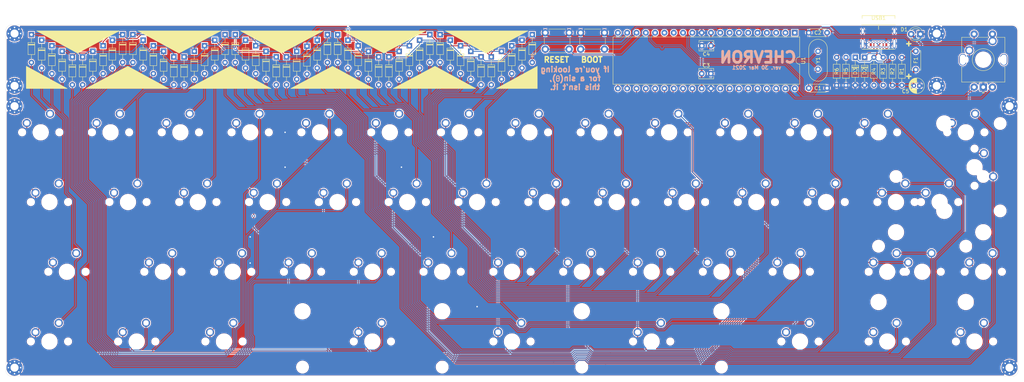
<source format=kicad_pcb>
(kicad_pcb (version 20171130) (host pcbnew "(5.1.4)-1")
  (layers (0 F.Cu signal) (31 B.Cu signal) (34 B.Paste user) (35 F.Paste user) (36 B.SilkS user) (37 F.SilkS user) (38 B.Mask user) (39 F.Mask user) (44 Edge.Cuts user))
  (net 0 "")
  (net 1 /XTAL-)
  (net 2 GND)
  (net 3 /XTAL+)
  (net 4 +5V)
  (net 5 "Net-(D1-Pad2)")
  (net 6 /DBUS-)
  (net 7 /DBUS+)
  (net 8 "Net-(D4-Pad2)")
  (net 9 "Net-(D5-Pad2)")
  (net 10 "Net-(D6-Pad2)")
  (net 11 "Net-(D7-Pad2)")
  (net 12 "Net-(D8-Pad2)")
  (net 13 "Net-(D9-Pad2)")
  (net 14 "Net-(D10-Pad2)")
  (net 15 "Net-(D11-Pad2)")
  (net 16 "Net-(D12-Pad2)")
  (net 17 "Net-(D13-Pad2)")
  (net 18 "Net-(D14-Pad2)")
  (net 19 "Net-(D15-Pad2)")
  (net 20 "Net-(D16-Pad2)")
  (net 21 "Net-(D17-Pad2)")
  (net 22 "Net-(D18-Pad2)")
  (net 23 "Net-(D19-Pad2)")
  (net 24 "Net-(D20-Pad2)")
  (net 25 "Net-(D21-Pad2)")
  (net 26 "Net-(D22-Pad2)")
  (net 27 "Net-(D23-Pad2)")
  (net 28 "Net-(D24-Pad2)")
  (net 29 "Net-(D25-Pad2)")
  (net 30 "Net-(D26-Pad2)")
  (net 31 "Net-(D27-Pad2)")
  (net 32 "Net-(D28-Pad2)")
  (net 33 "Net-(D29-Pad2)")
  (net 34 "Net-(D30-Pad2)")
  (net 35 "Net-(D31-Pad2)")
  (net 36 "Net-(D32-Pad2)")
  (net 37 "Net-(D33-Pad2)")
  (net 38 "Net-(D34-Pad2)")
  (net 39 "Net-(D35-Pad2)")
  (net 40 "Net-(D36-Pad2)")
  (net 41 "Net-(D37-Pad2)")
  (net 42 "Net-(D38-Pad2)")
  (net 43 "Net-(D39-Pad2)")
  (net 44 "Net-(D40-Pad2)")
  (net 45 "Net-(D41-Pad2)")
  (net 46 "Net-(D42-Pad2)")
  (net 47 "Net-(D43-Pad2)")
  (net 48 "Net-(D44-Pad2)")
  (net 49 "Net-(D45-Pad2)")
  (net 50 "Net-(D46-Pad2)")
  (net 51 "Net-(D47-Pad2)")
  (net 52 "Net-(D48-Pad2)")
  (net 53 "Net-(D49-Pad2)")
  (net 54 "Net-(D50-Pad2)")
  (net 55 "Net-(D51-Pad2)")
  (net 56 "Net-(D52-Pad2)")
  (net 57 "Net-(D53-Pad2)")
  (net 58 VBUS)
  (net 59 D-)
  (net 60 D+)
  (net 61 "Net-(R5-Pad2)")
  (net 62 "Net-(R6-Pad2)")
  (net 63 NRST)
  (net 64 BOOT)
  (net 65 "Net-(U1-Pad14)")
  (net 66 SCLK)
  (net 67 MISO)
  (net 68 MOSI)
  (net 69 "Net-(U1-Pad3)")
  (net 70 "Net-(U1-Pad2)")
  (net 71 "Net-(U1-Pad15)")
  (net 72 "Net-(U1-Pad32)")
  (net 73 "Net-(U1-Pad4)")
  (net 74 "Net-(U1-Pad1)")
  (net 75 /D7)
  (net 76 /C0)
  (net 77 /C1)
  (net 78 /C2)
  (net 79 /C3)
  (net 80 /C4)
  (net 81 /C7)
  (net 82 /C6)
  (net 83 /C5)
  (net 84 /A7)
  (net 85 /A3)
  (net 86 /A4)
  (net 87 /A5)
  (net 88 /A6)
  (net 89 /D5)
  (net 90 /D6)
  (net 91 /A2)
  (net 92 /A1)
  (net 93 /B4)
  (net 94 /A0)
  (module Type-C:USB_C_GCT_USB4085 (layer F.Cu) (at 228.6 -9.525 180)
    (fp_text reference USB1 (at 0 1.85) (layer F.SilkS))
    (fp_text value USB_C_Receptacle_USB2.0)
    (pad A5 thru_hole circle (at -1.275 -6.1 180) (size 0.65 0.65) (drill 0.4) (layers *.Cu *.Mask) (net 62 "Net-(R6-Pad2)"))
    (pad A1 thru_hole circle (at -2.975 -6.1 180) (size 0.65 0.65) (drill 0.4) (layers *.Cu *.Mask) (net 2 GND))
    (pad A4 thru_hole circle (at -2.125 -6.1 180) (size 0.65 0.65) (drill 0.4) (layers *.Cu *.Mask) (net 58 VBUS))
    (pad A6 thru_hole circle (at -0.425 -6.1 180) (size 0.65 0.65) (drill 0.4) (layers *.Cu *.Mask) (net 7 /DBUS+))
    (pad A7 thru_hole circle (at 0.425 -6.1 180) (size 0.65 0.65) (drill 0.4) (layers *.Cu *.Mask) (net 6 /DBUS-))
    (pad A8 thru_hole circle (at 1.275 -6.1 180) (size 0.65 0.65) (drill 0.4) (layers *.Cu *.Mask) (net 61 "Net-(R5-Pad2)"))
    (pad A9 thru_hole circle (at 2.125 -6.1 180) (size 0.65 0.65) (drill 0.4) (layers *.Cu *.Mask) (net 58 VBUS))
    (pad A12 thru_hole circle (at 2.975 -6.1 180) (size 0.65 0.65) (drill 0.4) (layers *.Cu *.Mask) (net 2 GND))
    (pad B12 thru_hole circle (at -2.975 -4.775 180) (size 0.65 0.65) (drill 0.4) (layers *.Cu *.Mask) (net 2 GND))
    (pad B9 thru_hole circle (at -2.12 -4.775 180) (size 0.65 0.65) (drill 0.4) (layers *.Cu *.Mask) (net 58 VBUS))
    (pad B8 thru_hole circle (at -1.27 -4.775 180) (size 0.65 0.65) (drill 0.4) (layers *.Cu *.Mask) (net 62 "Net-(R6-Pad2)"))
    (pad B7 thru_hole circle (at -0.42 -4.775 180) (size 0.65 0.65) (drill 0.4) (layers *.Cu *.Mask) (net 6 /DBUS-))
    (pad B6 thru_hole circle (at 0.43 -4.775 180) (size 0.65 0.65) (drill 0.4) (layers *.Cu *.Mask) (net 7 /DBUS+))
    (pad B5 thru_hole circle (at 1.28 -4.775 180) (size 0.65 0.65) (drill 0.4) (layers *.Cu *.Mask) (net 61 "Net-(R5-Pad2)"))
    (pad B4 thru_hole circle (at 2.13 -4.775 180) (size 0.65 0.65) (drill 0.4) (layers *.Cu *.Mask) (net 58 VBUS))
    (pad B1 thru_hole circle (at 2.98 -4.775 180) (size 0.65 0.65) (drill 0.4) (layers *.Cu *.Mask) (net 2 GND))
    (pad S1 thru_hole oval (at -4.325 -5.12 180) (size 0.9 2.4) (drill oval 0.6 2.1) (layers *.Cu *.Mask) (net 2 GND))
    (pad S1 thru_hole oval (at 4.325 -5.12 180) (size 0.9 2.4) (drill oval 0.6 2.1) (layers *.Cu *.Mask) (net 2 GND))
    (pad S1 thru_hole oval (at -4.325 -1.74 180) (size 0.9 1.7) (drill oval 0.6 1.4) (layers *.Cu *.Mask) (net 2 GND))
    (pad S1 thru_hole oval (at 4.325 -1.74 180) (size 0.9 1.7) (drill oval 0.6 1.4) (layers *.Cu *.Mask) (net 2 GND))
  )
  (module MX_Only:MXOnly-1U-NoLED (layer F.Cu) (at 0 19.843798)
    (fp_text reference MX1)
    (fp_text value MX-NoLED)
    (pad "" np_thru_hole circle (at 5.08 0 48.0996) (size 1.75 1.75) (drill 1.75) (layers *.Cu *.Mask))
    (pad "" np_thru_hole circle (at -5.08 0 48.0996) (size 1.75 1.75) (drill 1.75) (layers *.Cu *.Mask))
    (pad 1 thru_hole circle (at -3.81 -2.54) (size 2.25 2.25) (drill 1.47) (layers *.Cu B.Mask) (net 87 /A5))
    (pad "" np_thru_hole circle (at 0 0) (size 3.9878 3.9878) (drill 3.9878) (layers *.Cu *.Mask))
    (pad 2 thru_hole circle (at 2.54 -5.08) (size 2.25 2.25) (drill 1.47) (layers *.Cu B.Mask) (net 8 "Net-(D4-Pad2)"))
  )
  (module MX_Only:MXOnly-1U-NoLED (layer F.Cu) (at 23.8125 38.893846)
    (fp_text reference MX17)
    (fp_text value MX-NoLED)
    (pad "" np_thru_hole circle (at 5.08 0 48.0996) (size 1.75 1.75) (drill 1.75) (layers *.Cu *.Mask))
    (pad "" np_thru_hole circle (at -5.08 0 48.0996) (size 1.75 1.75) (drill 1.75) (layers *.Cu *.Mask))
    (pad 1 thru_hole circle (at -3.81 -2.54) (size 2.25 2.25) (drill 1.47) (layers *.Cu B.Mask) (net 88 /A6))
    (pad "" np_thru_hole circle (at 0 0) (size 3.9878 3.9878) (drill 3.9878) (layers *.Cu *.Mask))
    (pad 2 thru_hole circle (at 2.54 -5.08) (size 2.25 2.25) (drill 1.47) (layers *.Cu B.Mask) (net 23 "Net-(D19-Pad2)"))
  )
  (module MX_Only:MXOnly-1.25U-NoLED (layer F.Cu) (at 2.38125 38.89375)
    (fp_text reference MX16)
    (fp_text value MX-NoLED)
    (pad "" np_thru_hole circle (at 5.08 0 48.0996) (size 1.75 1.75) (drill 1.75) (layers *.Cu *.Mask))
    (pad "" np_thru_hole circle (at -5.08 0 48.0996) (size 1.75 1.75) (drill 1.75) (layers *.Cu *.Mask))
    (pad 1 thru_hole circle (at -3.81 -2.54) (size 2.25 2.25) (drill 1.47) (layers *.Cu B.Mask) (net 87 /A5))
    (pad "" np_thru_hole circle (at 0 0) (size 3.9878 3.9878) (drill 3.9878) (layers *.Cu *.Mask))
    (pad 2 thru_hole circle (at 2.54 -5.08) (size 2.25 2.25) (drill 1.47) (layers *.Cu B.Mask) (net 22 "Net-(D18-Pad2)"))
  )
  (module MX_Only:MXOnly-1.75U-NoLED (layer F.Cu) (at 7.14375 57.94375)
    (fp_text reference MX31)
    (fp_text value MX-NoLED)
    (pad "" np_thru_hole circle (at 5.08 0 48.0996) (size 1.75 1.75) (drill 1.75) (layers *.Cu *.Mask))
    (pad "" np_thru_hole circle (at -5.08 0 48.0996) (size 1.75 1.75) (drill 1.75) (layers *.Cu *.Mask))
    (pad 1 thru_hole circle (at -3.81 -2.54) (size 2.25 2.25) (drill 1.47) (layers *.Cu B.Mask) (net 87 /A5))
    (pad "" np_thru_hole circle (at 0 0) (size 3.9878 3.9878) (drill 3.9878) (layers *.Cu *.Mask))
    (pad 2 thru_hole circle (at 2.54 -5.08) (size 2.25 2.25) (drill 1.47) (layers *.Cu B.Mask) (net 36 "Net-(D32-Pad2)"))
  )
  (module Package_DIP:DIP-40_W15.24mm (layer F.Cu) (at 205.74 -7.366 270)
    (fp_text reference U1 (at 7.62 -2.33 90) (layer F.SilkS))
    (fp_text value ATmega32A-PU)
    (pad 40 thru_hole oval (at 15.24 0 270) (size 1.6 1.6) (drill 0.8) (layers *.Cu *.Mask) (net 94 /A0))
    (pad 20 thru_hole oval (at 0 48.26 270) (size 1.6 1.6) (drill 0.8) (layers *.Cu *.Mask) (net 90 /D6))
    (pad 39 thru_hole oval (at 15.24 2.54 270) (size 1.6 1.6) (drill 0.8) (layers *.Cu *.Mask) (net 92 /A1))
    (pad 19 thru_hole oval (at 0 45.72 270) (size 1.6 1.6) (drill 0.8) (layers *.Cu *.Mask) (net 89 /D5))
    (pad 38 thru_hole oval (at 15.24 5.08 270) (size 1.6 1.6) (drill 0.8) (layers *.Cu *.Mask) (net 91 /A2))
    (pad 18 thru_hole oval (at 0 43.18 270) (size 1.6 1.6) (drill 0.8) (layers *.Cu *.Mask) (net 64 BOOT))
    (pad 37 thru_hole oval (at 15.24 7.62 270) (size 1.6 1.6) (drill 0.8) (layers *.Cu *.Mask) (net 85 /A3))
    (pad 17 thru_hole oval (at 0 40.64 270) (size 1.6 1.6) (drill 0.8) (layers *.Cu *.Mask) (net 59 D-))
    (pad 36 thru_hole oval (at 15.24 10.16 270) (size 1.6 1.6) (drill 0.8) (layers *.Cu *.Mask) (net 86 /A4))
    (pad 16 thru_hole oval (at 0 38.1 270) (size 1.6 1.6) (drill 0.8) (layers *.Cu *.Mask) (net 60 D+))
    (pad 35 thru_hole oval (at 15.24 12.7 270) (size 1.6 1.6) (drill 0.8) (layers *.Cu *.Mask) (net 87 /A5))
    (pad 15 thru_hole oval (at 0 35.56 270) (size 1.6 1.6) (drill 0.8) (layers *.Cu *.Mask) (net 71 "Net-(U1-Pad15)"))
    (pad 34 thru_hole oval (at 15.24 15.24 270) (size 1.6 1.6) (drill 0.8) (layers *.Cu *.Mask) (net 88 /A6))
    (pad 14 thru_hole oval (at 0 33.02 270) (size 1.6 1.6) (drill 0.8) (layers *.Cu *.Mask) (net 65 "Net-(U1-Pad14)"))
    (pad 33 thru_hole oval (at 15.24 17.78 270) (size 1.6 1.6) (drill 0.8) (layers *.Cu *.Mask) (net 84 /A7))
    (pad 13 thru_hole oval (at 0 30.48 270) (size 1.6 1.6) (drill 0.8) (layers *.Cu *.Mask) (net 1 /XTAL-))
    (pad 32 thru_hole oval (at 15.24 20.32 270) (size 1.6 1.6) (drill 0.8) (layers *.Cu *.Mask) (net 72 "Net-(U1-Pad32)"))
    (pad 12 thru_hole oval (at 0 27.94 270) (size 1.6 1.6) (drill 0.8) (layers *.Cu *.Mask) (net 3 /XTAL+))
    (pad 31 thru_hole oval (at 15.24 22.86 270) (size 1.6 1.6) (drill 0.8) (layers *.Cu *.Mask) (net 2 GND))
    (pad 11 thru_hole oval (at 0 25.4 270) (size 1.6 1.6) (drill 0.8) (layers *.Cu *.Mask) (net 2 GND))
    (pad 30 thru_hole oval (at 15.24 25.4 270) (size 1.6 1.6) (drill 0.8) (layers *.Cu *.Mask) (net 4 +5V))
    (pad 10 thru_hole oval (at 0 22.86 270) (size 1.6 1.6) (drill 0.8) (layers *.Cu *.Mask) (net 4 +5V))
    (pad 29 thru_hole oval (at 15.24 27.94 270) (size 1.6 1.6) (drill 0.8) (layers *.Cu *.Mask) (net 81 /C7))
    (pad 9 thru_hole oval (at 0 20.32 270) (size 1.6 1.6) (drill 0.8) (layers *.Cu *.Mask) (net 63 NRST))
    (pad 28 thru_hole oval (at 15.24 30.48 270) (size 1.6 1.6) (drill 0.8) (layers *.Cu *.Mask) (net 82 /C6))
    (pad 8 thru_hole oval (at 0 17.78 270) (size 1.6 1.6) (drill 0.8) (layers *.Cu *.Mask) (net 66 SCLK))
    (pad 27 thru_hole oval (at 15.24 33.02 270) (size 1.6 1.6) (drill 0.8) (layers *.Cu *.Mask) (net 83 /C5))
    (pad 7 thru_hole oval (at 0 15.24 270) (size 1.6 1.6) (drill 0.8) (layers *.Cu *.Mask) (net 67 MISO))
    (pad 26 thru_hole oval (at 15.24 35.56 270) (size 1.6 1.6) (drill 0.8) (layers *.Cu *.Mask) (net 80 /C4))
    (pad 6 thru_hole oval (at 0 12.7 270) (size 1.6 1.6) (drill 0.8) (layers *.Cu *.Mask) (net 68 MOSI))
    (pad 25 thru_hole oval (at 15.24 38.1 270) (size 1.6 1.6) (drill 0.8) (layers *.Cu *.Mask) (net 79 /C3))
    (pad 5 thru_hole oval (at 0 10.16 270) (size 1.6 1.6) (drill 0.8) (layers *.Cu *.Mask) (net 93 /B4))
    (pad 24 thru_hole oval (at 15.24 40.64 270) (size 1.6 1.6) (drill 0.8) (layers *.Cu *.Mask) (net 78 /C2))
    (pad 4 thru_hole oval (at 0 7.62 270) (size 1.6 1.6) (drill 0.8) (layers *.Cu *.Mask) (net 73 "Net-(U1-Pad4)"))
    (pad 23 thru_hole oval (at 15.24 43.18 270) (size 1.6 1.6) (drill 0.8) (layers *.Cu *.Mask) (net 77 /C1))
    (pad 3 thru_hole oval (at 0 5.08 270) (size 1.6 1.6) (drill 0.8) (layers *.Cu *.Mask) (net 69 "Net-(U1-Pad3)"))
    (pad 22 thru_hole oval (at 15.24 45.72 270) (size 1.6 1.6) (drill 0.8) (layers *.Cu *.Mask) (net 76 /C0))
    (pad 2 thru_hole oval (at 0 2.54 270) (size 1.6 1.6) (drill 0.8) (layers *.Cu *.Mask) (net 70 "Net-(U1-Pad2)"))
    (pad 21 thru_hole oval (at 15.24 48.26 270) (size 1.6 1.6) (drill 0.8) (layers *.Cu *.Mask) (net 75 /D7))
    (pad 1 thru_hole rect (at 0 0 270) (size 1.6 1.6) (drill 0.8) (layers *.Cu *.Mask) (net 74 "Net-(U1-Pad1)"))
  )
  (module MX_Only:MXOnly-1.25U-NoLED (layer F.Cu) (at 50.00625 76.99375)
    (fp_text reference MX47)
    (fp_text value MX-NoLED)
    (pad 2 thru_hole circle (at 2.54 -5.08) (size 2.25 2.25) (drill 1.47) (layers *.Cu B.Mask) (net 51 "Net-(D47-Pad2)"))
    (pad "" np_thru_hole circle (at 0 0) (size 3.9878 3.9878) (drill 3.9878) (layers *.Cu *.Mask))
    (pad 1 thru_hole circle (at -3.81 -2.54) (size 2.25 2.25) (drill 1.47) (layers *.Cu B.Mask) (net 84 /A7))
    (pad "" np_thru_hole circle (at -5.08 0 48.0996) (size 1.75 1.75) (drill 1.75) (layers *.Cu *.Mask))
    (pad "" np_thru_hole circle (at 5.08 0 48.0996) (size 1.75 1.75) (drill 1.75) (layers *.Cu *.Mask))
  )
  (module Ramon:Signature (layer F.Cu) (at 145.288 5.08)
    (fp_text reference G1 hide)
    (fp_text value Signature)
    (fp_text user RMI (at 0 0) (layer F.Cu) (effects (font (size 3 3) (thickness 0.75))))
    (fp_poly (pts (xy -5 2.5) (xy -5.5 2.5) (xy -5.5 -2.75) (xy -5 -2.75)) (layer F.Cu) (width 0.1))
    (fp_poly (pts (xy 5.5 2.5) (xy 5 2.5) (xy 5 -2.75) (xy 5.5 -2.75)) (layer F.Cu) (width 0.1))
    (fp_poly (pts (xy 5.5 -2.75) (xy -5.5 -2.75) (xy -5.5 -3.25) (xy 5.5 -3.25)) (layer F.Cu) (width 0.1))
    (fp_poly (pts (xy 5.5 3) (xy -5.5 3) (xy -5.5 2.5) (xy 5.5 2.5)) (layer F.Cu) (width 0.1))
  )
  (module MX_Only:MXOnly-1U-NoLED (layer F.Cu) (at 52.387632 57.943894)
    (fp_text reference MX33)
    (fp_text value MX-NoLED)
    (pad 2 thru_hole circle (at 2.54 -5.08) (size 2.25 2.25) (drill 1.47) (layers *.Cu B.Mask) (net 38 "Net-(D34-Pad2)"))
    (pad "" np_thru_hole circle (at 0 0) (size 3.9878 3.9878) (drill 3.9878) (layers *.Cu *.Mask))
    (pad 1 thru_hole circle (at -3.81 -2.54) (size 2.25 2.25) (drill 1.47) (layers *.Cu B.Mask) (net 84 /A7))
    (pad "" np_thru_hole circle (at -5.08 0 48.0996) (size 1.75 1.75) (drill 1.75) (layers *.Cu *.Mask))
    (pad "" np_thru_hole circle (at 5.08 0 48.0996) (size 1.75 1.75) (drill 1.75) (layers *.Cu *.Mask))
  )
  (module RMI40:D_DO-34_SOD68_P7.62mm_Horizontal_NoLabels (layer F.Cu) (at 55.88 -5.334 270)
    (fp_text reference D53 hide)
    (fp_text value 1N4148)
    (pad 2 thru_hole oval (at 7.62 0 270) (size 1.5 1.5) (drill 0.75) (layers *.Cu *.Mask) (net 57 "Net-(D53-Pad2)"))
    (pad 1 thru_hole rect (at 0 0 270) (size 1.5 1.5) (drill 0.75) (layers *.Cu *.Mask) (net 75 /D7))
  )
  (module RMI40:D_DO-34_SOD68_P7.62mm_Horizontal_NoLabels (layer F.Cu) (at 67.056 -0.762 270)
    (fp_text reference D52 hide)
    (fp_text value 1N4148)
    (pad 2 thru_hole oval (at 7.62 0 270) (size 1.5 1.5) (drill 0.75) (layers *.Cu *.Mask) (net 56 "Net-(D52-Pad2)"))
    (pad 1 thru_hole rect (at 0 0 270) (size 1.5 1.5) (drill 0.75) (layers *.Cu *.Mask) (net 75 /D7))
  )
  (module RMI40:D_DO-34_SOD68_P7.62mm_Horizontal_NoLabels (layer F.Cu) (at 75.438 -5.334 270)
    (fp_text reference D51 hide)
    (fp_text value 1N4148)
    (pad 2 thru_hole oval (at 7.62 0 270) (size 1.5 1.5) (drill 0.75) (layers *.Cu *.Mask) (net 55 "Net-(D51-Pad2)"))
    (pad 1 thru_hole rect (at 0 0 270) (size 1.5 1.5) (drill 0.75) (layers *.Cu *.Mask) (net 75 /D7))
  )
  (module RMI40:D_DO-34_SOD68_P7.62mm_Horizontal_NoLabels (layer F.Cu) (at 81.026 -6.858 270)
    (fp_text reference D50 hide)
    (fp_text value 1N4148)
    (pad 2 thru_hole oval (at 7.62 0 270) (size 1.5 1.5) (drill 0.75) (layers *.Cu *.Mask) (net 54 "Net-(D50-Pad2)"))
    (pad 1 thru_hole rect (at 0 0 270) (size 1.5 1.5) (drill 0.75) (layers *.Cu *.Mask) (net 75 /D7))
  )
  (module RMI40:D_DO-34_SOD68_P7.62mm_Horizontal_NoLabels (layer F.Cu) (at 92.202 -0.762 270)
    (fp_text reference D49 hide)
    (fp_text value 1N4148)
    (pad 2 thru_hole oval (at 7.62 0 270) (size 1.5 1.5) (drill 0.75) (layers *.Cu *.Mask) (net 53 "Net-(D49-Pad2)"))
    (pad 1 thru_hole rect (at 0 0 270) (size 1.5 1.5) (drill 0.75) (layers *.Cu *.Mask) (net 75 /D7))
  )
  (module RMI40:D_DO-34_SOD68_P7.62mm_Horizontal_NoLabels (layer F.Cu) (at 8.636 -0.762 270)
    (fp_text reference D48 hide)
    (fp_text value 1N4148)
    (pad 2 thru_hole oval (at 7.62 0 270) (size 1.5 1.5) (drill 0.75) (layers *.Cu *.Mask) (net 52 "Net-(D48-Pad2)"))
    (pad 1 thru_hole rect (at 0 0 270) (size 1.5 1.5) (drill 0.75) (layers *.Cu *.Mask) (net 75 /D7))
  )
  (module RMI40:D_DO-34_SOD68_P7.62mm_Horizontal_NoLabels (layer F.Cu) (at 30.734 -3.81 270)
    (fp_text reference D47 hide)
    (fp_text value 1N4148)
    (pad 2 thru_hole oval (at 7.62 0 270) (size 1.5 1.5) (drill 0.75) (layers *.Cu *.Mask) (net 51 "Net-(D47-Pad2)"))
    (pad 1 thru_hole rect (at 0 0 270) (size 1.5 1.5) (drill 0.75) (layers *.Cu *.Mask) (net 75 /D7))
  )
  (module RMI40:D_DO-34_SOD68_P7.62mm_Horizontal_NoLabels (layer F.Cu) (at 36.322 -0.762 270)
    (fp_text reference D46 hide)
    (fp_text value 1N4148)
    (pad 2 thru_hole oval (at 7.62 0 270) (size 1.5 1.5) (drill 0.75) (layers *.Cu *.Mask) (net 50 "Net-(D46-Pad2)"))
    (pad 1 thru_hole rect (at 0 0 270) (size 1.5 1.5) (drill 0.75) (layers *.Cu *.Mask) (net 75 /D7))
  )
  (module RMI40:D_DO-34_SOD68_P7.62mm_Horizontal_NoLabels (layer F.Cu) (at 5.842 -2.286 270)
    (fp_text reference D45 hide)
    (fp_text value 1N4148)
    (pad 2 thru_hole oval (at 7.62 0 270) (size 1.5 1.5) (drill 0.75) (layers *.Cu *.Mask) (net 49 "Net-(D45-Pad2)"))
    (pad 1 thru_hole rect (at 0 0 270) (size 1.5 1.5) (drill 0.75) (layers *.Cu *.Mask) (net 75 /D7))
  )
  (module RMI40:D_DO-34_SOD68_P7.62mm_Horizontal_NoLabels (layer F.Cu) (at 53.086 -6.858 270)
    (fp_text reference D44 hide)
    (fp_text value 1N4148)
    (pad 2 thru_hole oval (at 7.62 0 270) (size 1.5 1.5) (drill 0.75) (layers *.Cu *.Mask) (net 48 "Net-(D44-Pad2)"))
    (pad 1 thru_hole rect (at 0 0 270) (size 1.5 1.5) (drill 0.75) (layers *.Cu *.Mask) (net 76 /C0))
  )
  (module RMI40:D_DO-34_SOD68_P7.62mm_Horizontal_NoLabels (layer F.Cu) (at 64.262 -0.762 270)
    (fp_text reference D43 hide)
    (fp_text value 1N4148)
    (pad 2 thru_hole oval (at 7.62 0 270) (size 1.5 1.5) (drill 0.75) (layers *.Cu *.Mask) (net 47 "Net-(D43-Pad2)"))
    (pad 1 thru_hole rect (at 0 0 270) (size 1.5 1.5) (drill 0.75) (layers *.Cu *.Mask) (net 76 /C0))
  )
  (module RMI40:D_DO-34_SOD68_P7.62mm_Horizontal_NoLabels (layer F.Cu) (at 78.232 -6.858 270)
    (fp_text reference D42 hide)
    (fp_text value 1N4148)
    (pad 2 thru_hole oval (at 7.62 0 270) (size 1.5 1.5) (drill 0.75) (layers *.Cu *.Mask) (net 46 "Net-(D42-Pad2)"))
    (pad 1 thru_hole rect (at 0 0 270) (size 1.5 1.5) (drill 0.75) (layers *.Cu *.Mask) (net 76 /C0))
  )
  (module RMI40:D_DO-34_SOD68_P7.62mm_Horizontal_NoLabels (layer F.Cu) (at 100.584 -3.81 270)
    (fp_text reference D41 hide)
    (fp_text value 1N4148)
    (pad 2 thru_hole oval (at 7.62 0 270) (size 1.5 1.5) (drill 0.75) (layers *.Cu *.Mask) (net 45 "Net-(D41-Pad2)"))
    (pad 1 thru_hole rect (at 0 0 270) (size 1.5 1.5) (drill 0.75) (layers *.Cu *.Mask) (net 76 /C0))
  )
  (module RMI40:D_DO-34_SOD68_P7.62mm_Horizontal_NoLabels (layer F.Cu) (at 108.966 -6.858 270)
    (fp_text reference D40 hide)
    (fp_text value 1N4148)
    (pad 2 thru_hole oval (at 7.62 0 270) (size 1.5 1.5) (drill 0.75) (layers *.Cu *.Mask) (net 44 "Net-(D40-Pad2)"))
    (pad 1 thru_hole rect (at 0 0 270) (size 1.5 1.5) (drill 0.75) (layers *.Cu *.Mask) (net 76 /C0))
  )
  (module RMI40:D_DO-34_SOD68_P7.62mm_Horizontal_NoLabels (layer F.Cu) (at 117.348 -2.286 270)
    (fp_text reference D39 hide)
    (fp_text value 1N4148)
    (pad 2 thru_hole oval (at 7.62 0 270) (size 1.5 1.5) (drill 0.75) (layers *.Cu *.Mask) (net 43 "Net-(D39-Pad2)"))
    (pad 1 thru_hole rect (at 0 0 270) (size 1.5 1.5) (drill 0.75) (layers *.Cu *.Mask) (net 76 /C0))
  )
  (module RMI40:D_DO-34_SOD68_P7.62mm_Horizontal_NoLabels (layer F.Cu) (at 125.73 -2.286 270)
    (fp_text reference D38 hide)
    (fp_text value 1N4148)
    (pad 2 thru_hole oval (at 7.62 0 270) (size 1.5 1.5) (drill 0.75) (layers *.Cu *.Mask) (net 42 "Net-(D38-Pad2)"))
    (pad 1 thru_hole rect (at 0 0 270) (size 1.5 1.5) (drill 0.75) (layers *.Cu *.Mask) (net 76 /C0))
  )
  (module RMI40:D_DO-34_SOD68_P7.62mm_Horizontal_NoLabels (layer F.Cu) (at 89.408 -2.286 270)
    (fp_text reference D37 hide)
    (fp_text value 1N4148)
    (pad 2 thru_hole oval (at 7.62 0 270) (size 1.5 1.5) (drill 0.75) (layers *.Cu *.Mask) (net 41 "Net-(D37-Pad2)"))
    (pad 1 thru_hole rect (at 0 0 270) (size 1.5 1.5) (drill 0.75) (layers *.Cu *.Mask) (net 76 /C0))
  )
  (module RMI40:D_DO-34_SOD68_P7.62mm_Horizontal_NoLabels (layer F.Cu) (at 11.43 -0.762 270)
    (fp_text reference D36 hide)
    (fp_text value 1N4148)
    (pad 2 thru_hole oval (at 7.62 0 270) (size 1.5 1.5) (drill 0.75) (layers *.Cu *.Mask) (net 40 "Net-(D36-Pad2)"))
    (pad 1 thru_hole rect (at 0 0 270) (size 1.5 1.5) (drill 0.75) (layers *.Cu *.Mask) (net 76 /C0))
  )
  (module RMI40:D_DO-34_SOD68_P7.62mm_Horizontal_NoLabels (layer F.Cu) (at 14.224 -2.286 270)
    (fp_text reference D35 hide)
    (fp_text value 1N4148)
    (pad 2 thru_hole oval (at 7.62 0 270) (size 1.5 1.5) (drill 0.75) (layers *.Cu *.Mask) (net 39 "Net-(D35-Pad2)"))
    (pad 1 thru_hole rect (at 0 0 270) (size 1.5 1.5) (drill 0.75) (layers *.Cu *.Mask) (net 76 /C0))
  )
  (module RMI40:D_DO-34_SOD68_P7.62mm_Horizontal_NoLabels (layer F.Cu) (at 27.94 -5.334 270)
    (fp_text reference D34 hide)
    (fp_text value 1N4148)
    (pad 2 thru_hole oval (at 7.62 0 270) (size 1.5 1.5) (drill 0.75) (layers *.Cu *.Mask) (net 38 "Net-(D34-Pad2)"))
    (pad 1 thru_hole rect (at 0 0 270) (size 1.5 1.5) (drill 0.75) (layers *.Cu *.Mask) (net 76 /C0))
  )
  (module RMI40:D_DO-34_SOD68_P7.62mm_Horizontal_NoLabels (layer F.Cu) (at 33.528 -2.286 270)
    (fp_text reference D33 hide)
    (fp_text value 1N4148)
    (pad 2 thru_hole oval (at 7.62 0 270) (size 1.5 1.5) (drill 0.75) (layers *.Cu *.Mask) (net 37 "Net-(D33-Pad2)"))
    (pad 1 thru_hole rect (at 0 0 270) (size 1.5 1.5) (drill 0.75) (layers *.Cu *.Mask) (net 76 /C0))
  )
  (module RMI40:D_DO-34_SOD68_P7.62mm_Horizontal_NoLabels (layer F.Cu) (at 3.048 -3.81 270)
    (fp_text reference D32 hide)
    (fp_text value 1N4148)
    (pad 2 thru_hole oval (at 7.62 0 270) (size 1.5 1.5) (drill 0.75) (layers *.Cu *.Mask) (net 36 "Net-(D32-Pad2)"))
    (pad 1 thru_hole rect (at 0 0 270) (size 1.5 1.5) (drill 0.75) (layers *.Cu *.Mask) (net 76 /C0))
  )
  (module RMI40:D_DO-34_SOD68_P7.62mm_Horizontal_NoLabels (layer F.Cu) (at 134.112 -6.858 270)
    (fp_text reference D31 hide)
    (fp_text value 1N4148)
    (pad 2 thru_hole oval (at 7.62 0 270) (size 1.5 1.5) (drill 0.75) (layers *.Cu *.Mask) (net 35 "Net-(D31-Pad2)"))
    (pad 1 thru_hole rect (at 0 0 270) (size 1.5 1.5) (drill 0.75) (layers *.Cu *.Mask) (net 90 /D6))
  )
  (module RMI40:D_DO-34_SOD68_P7.62mm_Horizontal_NoLabels (layer F.Cu) (at 61.468 -2.286 270)
    (fp_text reference D30 hide)
    (fp_text value 1N4148)
    (pad 2 thru_hole oval (at 7.62 0 270) (size 1.5 1.5) (drill 0.75) (layers *.Cu *.Mask) (net 34 "Net-(D30-Pad2)"))
    (pad 1 thru_hole rect (at 0 0 270) (size 1.5 1.5) (drill 0.75) (layers *.Cu *.Mask) (net 90 /D6))
  )
  (module RMI40:D_DO-34_SOD68_P7.62mm_Horizontal_NoLabels (layer F.Cu) (at 72.644 -3.683 270)
    (fp_text reference D29 hide)
    (fp_text value 1N4148)
    (pad 2 thru_hole oval (at 7.62 0 270) (size 1.5 1.5) (drill 0.75) (layers *.Cu *.Mask) (net 33 "Net-(D29-Pad2)"))
    (pad 1 thru_hole rect (at 0 0 270) (size 1.5 1.5) (drill 0.75) (layers *.Cu *.Mask) (net 90 /D6))
  )
  (module RMI40:D_DO-34_SOD68_P7.62mm_Horizontal_NoLabels (layer F.Cu) (at 97.79 -2.286 270)
    (fp_text reference D28 hide)
    (fp_text value 1N4148)
    (pad 2 thru_hole oval (at 7.62 0 270) (size 1.5 1.5) (drill 0.75) (layers *.Cu *.Mask) (net 32 "Net-(D28-Pad2)"))
    (pad 1 thru_hole rect (at 0 0 270) (size 1.5 1.5) (drill 0.75) (layers *.Cu *.Mask) (net 90 /D6))
  )
  (module RMI40:D_DO-34_SOD68_P7.62mm_Horizontal_NoLabels (layer F.Cu) (at 106.172 -6.858 270)
    (fp_text reference D27 hide)
    (fp_text value 1N4148)
    (pad 2 thru_hole oval (at 7.62 0 270) (size 1.5 1.5) (drill 0.75) (layers *.Cu *.Mask) (net 31 "Net-(D27-Pad2)"))
    (pad 1 thru_hole rect (at 0 0 270) (size 1.5 1.5) (drill 0.75) (layers *.Cu *.Mask) (net 90 /D6))
  )
  (module RMI40:D_DO-34_SOD68_P7.62mm_Horizontal_NoLabels (layer F.Cu) (at 114.554 -3.81 270)
    (fp_text reference D26 hide)
    (fp_text value 1N4148)
    (pad 2 thru_hole oval (at 7.62 0 270) (size 1.5 1.5) (drill 0.75) (layers *.Cu *.Mask) (net 30 "Net-(D26-Pad2)"))
    (pad 1 thru_hole rect (at 0 0 270) (size 1.5 1.5) (drill 0.75) (layers *.Cu *.Mask) (net 90 /D6))
  )
  (module RMI40:D_DO-34_SOD68_P7.62mm_Horizontal_NoLabels (layer F.Cu) (at 122.936 -0.762 270)
    (fp_text reference D25 hide)
    (fp_text value 1N4148)
    (pad 2 thru_hole oval (at 7.62 0 270) (size 1.5 1.5) (drill 0.75) (layers *.Cu *.Mask) (net 29 "Net-(D25-Pad2)"))
    (pad 1 thru_hole rect (at 0 0 270) (size 1.5 1.5) (drill 0.75) (layers *.Cu *.Mask) (net 90 /D6))
  )
  (module RMI40:D_DO-34_SOD68_P7.62mm_Horizontal_NoLabels (layer F.Cu) (at 131.318 -5.334 270)
    (fp_text reference D24 hide)
    (fp_text value 1N4148)
    (pad 2 thru_hole oval (at 7.62 0 270) (size 1.5 1.5) (drill 0.75) (layers *.Cu *.Mask) (net 28 "Net-(D24-Pad2)"))
    (pad 1 thru_hole rect (at 0 0 270) (size 1.5 1.5) (drill 0.75) (layers *.Cu *.Mask) (net 90 /D6))
  )
  (module RMI40:D_DO-34_SOD68_P7.62mm_Horizontal_NoLabels (layer F.Cu) (at 86.614 -3.81 270)
    (fp_text reference D23 hide)
    (fp_text value 1N4148)
    (pad 2 thru_hole oval (at 7.62 0 270) (size 1.5 1.5) (drill 0.75) (layers *.Cu *.Mask) (net 27 "Net-(D23-Pad2)"))
    (pad 1 thru_hole rect (at 0 0 270) (size 1.5 1.5) (drill 0.75) (layers *.Cu *.Mask) (net 90 /D6))
  )
  (module RMI40:D_DO-34_SOD68_P7.62mm_Horizontal_NoLabels (layer F.Cu) (at 17.018 -3.81 270)
    (fp_text reference D22 hide)
    (fp_text value 1N4148)
    (pad 2 thru_hole oval (at 7.62 0 270) (size 1.5 1.5) (drill 0.75) (layers *.Cu *.Mask) (net 26 "Net-(D22-Pad2)"))
    (pad 1 thru_hole rect (at 0 0 270) (size 1.5 1.5) (drill 0.75) (layers *.Cu *.Mask) (net 90 /D6))
  )
  (module RMI40:D_DO-34_SOD68_P7.62mm_Horizontal_NoLabels (layer F.Cu) (at 22.352 -6.858 270)
    (fp_text reference D21 hide)
    (fp_text value 1N4148)
    (pad 2 thru_hole oval (at 7.62 0 270) (size 1.5 1.5) (drill 0.75) (layers *.Cu *.Mask) (net 25 "Net-(D21-Pad2)"))
    (pad 1 thru_hole rect (at 0 0 270) (size 1.5 1.5) (drill 0.75) (layers *.Cu *.Mask) (net 90 /D6))
  )
  (module RMI40:D_DO-34_SOD68_P7.62mm_Horizontal_NoLabels (layer F.Cu) (at 47.498 -5.334 270)
    (fp_text reference D20 hide)
    (fp_text value 1N4148)
    (pad 2 thru_hole oval (at 7.62 0 270) (size 1.5 1.5) (drill 0.75) (layers *.Cu *.Mask) (net 24 "Net-(D20-Pad2)"))
    (pad 1 thru_hole rect (at 0 0 270) (size 1.5 1.5) (drill 0.75) (layers *.Cu *.Mask) (net 90 /D6))
  )
  (module RMI40:D_DO-34_SOD68_P7.62mm_Horizontal_NoLabels (layer F.Cu) (at 41.91 -2.286 270)
    (fp_text reference D19 hide)
    (fp_text value 1N4148)
    (pad 2 thru_hole oval (at 7.62 0 270) (size 1.5 1.5) (drill 0.75) (layers *.Cu *.Mask) (net 23 "Net-(D19-Pad2)"))
    (pad 1 thru_hole rect (at 0 0 270) (size 1.5 1.5) (drill 0.75) (layers *.Cu *.Mask) (net 90 /D6))
  )
  (module RMI40:D_DO-34_SOD68_P7.62mm_Horizontal_NoLabels (layer F.Cu) (at 0.254 -5.334 270)
    (fp_text reference D18 hide)
    (fp_text value 1N4148)
    (pad 2 thru_hole oval (at 7.62 0 270) (size 1.5 1.5) (drill 0.75) (layers *.Cu *.Mask) (net 22 "Net-(D18-Pad2)"))
    (pad 1 thru_hole rect (at 0 0 270) (size 1.5 1.5) (drill 0.75) (layers *.Cu *.Mask) (net 90 /D6))
  )
  (module RMI40:D_DO-34_SOD68_P7.62mm_Horizontal_NoLabels (layer F.Cu) (at 50.292 -6.858 270)
    (fp_text reference D17 hide)
    (fp_text value 1N4148)
    (pad 2 thru_hole oval (at 7.62 0 270) (size 1.5 1.5) (drill 0.75) (layers *.Cu *.Mask) (net 21 "Net-(D17-Pad2)"))
    (pad 1 thru_hole rect (at 0 0 270) (size 1.5 1.5) (drill 0.75) (layers *.Cu *.Mask) (net 89 /D5))
  )
  (module RMI40:D_DO-34_SOD68_P7.62mm_Horizontal_NoLabels (layer F.Cu) (at 58.674 -3.81 270)
    (fp_text reference D16 hide)
    (fp_text value 1N4148)
    (pad 2 thru_hole oval (at 7.62 0 270) (size 1.5 1.5) (drill 0.75) (layers *.Cu *.Mask) (net 20 "Net-(D16-Pad2)"))
    (pad 1 thru_hole rect (at 0 0 270) (size 1.5 1.5) (drill 0.75) (layers *.Cu *.Mask) (net 89 /D5))
  )
  (module RMI40:D_DO-34_SOD68_P7.62mm_Horizontal_NoLabels (layer F.Cu) (at 69.85 -2.286 270)
    (fp_text reference D15 hide)
    (fp_text value 1N4148)
    (pad 2 thru_hole oval (at 7.62 0 270) (size 1.5 1.5) (drill 0.75) (layers *.Cu *.Mask) (net 19 "Net-(D15-Pad2)"))
    (pad 1 thru_hole rect (at 0 0 270) (size 1.5 1.5) (drill 0.75) (layers *.Cu *.Mask) (net 89 /D5))
  )
  (module RMI40:D_DO-34_SOD68_P7.62mm_Horizontal_NoLabels (layer F.Cu) (at 94.996 -0.762 270)
    (fp_text reference D14 hide)
    (fp_text value 1N4148)
    (pad 2 thru_hole oval (at 7.62 0 270) (size 1.5 1.5) (drill 0.75) (layers *.Cu *.Mask) (net 18 "Net-(D14-Pad2)"))
    (pad 1 thru_hole rect (at 0 0 270) (size 1.5 1.5) (drill 0.75) (layers *.Cu *.Mask) (net 89 /D5))
  )
  (module RMI40:D_DO-34_SOD68_P7.62mm_Horizontal_NoLabels (layer F.Cu) (at 103.378 -5.334 270)
    (fp_text reference D13 hide)
    (fp_text value 1N4148)
    (pad 2 thru_hole oval (at 7.62 0 270) (size 1.5 1.5) (drill 0.75) (layers *.Cu *.Mask) (net 17 "Net-(D13-Pad2)"))
    (pad 1 thru_hole rect (at 0 0 270) (size 1.5 1.5) (drill 0.75) (layers *.Cu *.Mask) (net 89 /D5))
  )
  (module RMI40:D_DO-34_SOD68_P7.62mm_Horizontal_NoLabels (layer F.Cu) (at 111.76 -5.334 270)
    (fp_text reference D12 hide)
    (fp_text value 1N4148)
    (pad 2 thru_hole oval (at 7.62 0 270) (size 1.5 1.5) (drill 0.75) (layers *.Cu *.Mask) (net 16 "Net-(D12-Pad2)"))
    (pad 1 thru_hole rect (at 0 0 270) (size 1.5 1.5) (drill 0.75) (layers *.Cu *.Mask) (net 89 /D5))
  )
  (module RMI40:D_DO-34_SOD68_P7.62mm_Horizontal_NoLabels (layer F.Cu) (at 120.142 -0.762 270)
    (fp_text reference D11 hide)
    (fp_text value 1N4148)
    (pad 2 thru_hole oval (at 7.62 0 270) (size 1.5 1.5) (drill 0.75) (layers *.Cu *.Mask) (net 15 "Net-(D11-Pad2)"))
    (pad 1 thru_hole rect (at 0 0 270) (size 1.5 1.5) (drill 0.75) (layers *.Cu *.Mask) (net 89 /D5))
  )
  (module RMI40:D_DO-34_SOD68_P7.62mm_Horizontal_NoLabels (layer F.Cu) (at 128.524 -3.81 270)
    (fp_text reference D10 hide)
    (fp_text value 1N4148)
    (pad 2 thru_hole oval (at 7.62 0 270) (size 1.5 1.5) (drill 0.75) (layers *.Cu *.Mask) (net 14 "Net-(D10-Pad2)"))
    (pad 1 thru_hole rect (at 0 0 270) (size 1.5 1.5) (drill 0.75) (layers *.Cu *.Mask) (net 89 /D5))
  )
  (module RMI40:D_DO-34_SOD68_P7.62mm_Horizontal_NoLabels (layer F.Cu) (at 83.82 -5.334 270)
    (fp_text reference D9 hide)
    (fp_text value 1N4148)
    (pad 2 thru_hole oval (at 7.62 0 270) (size 1.5 1.5) (drill 0.75) (layers *.Cu *.Mask) (net 13 "Net-(D9-Pad2)"))
    (pad 1 thru_hole rect (at 0 0 270) (size 1.5 1.5) (drill 0.75) (layers *.Cu *.Mask) (net 89 /D5))
  )
  (module RMI40:D_DO-34_SOD68_P7.62mm_Horizontal_NoLabels (layer F.Cu) (at 19.558 -5.334 270)
    (fp_text reference D8 hide)
    (fp_text value 1N4148)
    (pad 2 thru_hole oval (at 7.62 0 270) (size 1.5 1.5) (drill 0.75) (layers *.Cu *.Mask) (net 12 "Net-(D8-Pad2)"))
    (pad 1 thru_hole rect (at 0 0 270) (size 1.5 1.5) (drill 0.75) (layers *.Cu *.Mask) (net 89 /D5))
  )
  (module RMI40:D_DO-34_SOD68_P7.62mm_Horizontal_NoLabels (layer F.Cu) (at 25.146 -6.858 270)
    (fp_text reference D7 hide)
    (fp_text value 1N4148)
    (pad 1 thru_hole rect (at 0 0 270) (size 1.5 1.5) (drill 0.75) (layers *.Cu *.Mask) (net 89 /D5))
    (pad 2 thru_hole oval (at 7.62 0 270) (size 1.5 1.5) (drill 0.75) (layers *.Cu *.Mask) (net 11 "Net-(D7-Pad2)"))
  )
  (module RMI40:D_DO-34_SOD68_P7.62mm_Horizontal_NoLabels (layer F.Cu) (at 44.704 -3.81 270)
    (fp_text reference D6 hide)
    (fp_text value 1N4148)
    (pad 1 thru_hole rect (at 0 0 270) (size 1.5 1.5) (drill 0.75) (layers *.Cu *.Mask) (net 89 /D5))
    (pad 2 thru_hole oval (at 7.62 0 270) (size 1.5 1.5) (drill 0.75) (layers *.Cu *.Mask) (net 10 "Net-(D6-Pad2)"))
  )
  (module RMI40:D_DO-34_SOD68_P7.62mm_Horizontal_NoLabels (layer F.Cu) (at 39.116 -0.762 270)
    (fp_text reference D5 hide)
    (fp_text value 1N4148)
    (pad 2 thru_hole oval (at 7.62 0 270) (size 1.5 1.5) (drill 0.75) (layers *.Cu *.Mask) (net 9 "Net-(D5-Pad2)"))
    (pad 1 thru_hole rect (at 0 0 270) (size 1.5 1.5) (drill 0.75) (layers *.Cu *.Mask) (net 89 /D5))
  )
  (module RMI40:D_DO-34_SOD68_P7.62mm_Horizontal_NoLabels (layer F.Cu) (at -2.54 -6.858 270)
    (fp_text reference D4 hide)
    (fp_text value 1N4148)
    (pad 2 thru_hole oval (at 7.62 0 270) (size 1.5 1.5) (drill 0.75) (layers *.Cu *.Mask) (net 8 "Net-(D4-Pad2)"))
    (pad 1 thru_hole rect (at 0 0 270) (size 1.5 1.5) (drill 0.75) (layers *.Cu *.Mask) (net 89 /D5))
  )
  (module Capacitor_THT:CP_Radial_D4.0mm_P1.50mm (layer F.Cu) (at 239.752 7.112 180)
    (fp_text reference C5 (at 3.786 -1.524) (layer F.SilkS))
    (fp_text value 10uF)
    (pad 2 thru_hole circle (at 1.5 0 180) (size 1.2 1.2) (drill 0.6) (layers *.Cu *.Mask) (net 4 +5V))
    (pad 1 thru_hole rect (at 0 0 180) (size 1.2 1.2) (drill 0.6) (layers *.Cu *.Mask) (net 2 GND))
  )
  (module MountingHole:MountingHole_2.2mm_M2_Pad_Via (layer F.Cu) (at 264.319416 84.137712)
    (fp_text reference H8 hide)
    (fp_text value M2)
    (pad 1 thru_hole circle (at 1.166726 -1.166726) (size 0.7 0.7) (drill 0.4) (layers *.Cu *.Mask) (net 2 GND))
    (pad 1 thru_hole circle (at 0 -1.65) (size 0.7 0.7) (drill 0.4) (layers *.Cu *.Mask) (net 2 GND))
    (pad 1 thru_hole circle (at -1.166726 -1.166726) (size 0.7 0.7) (drill 0.4) (layers *.Cu *.Mask) (net 2 GND))
    (pad 1 thru_hole circle (at -1.65 0) (size 0.7 0.7) (drill 0.4) (layers *.Cu *.Mask) (net 2 GND))
    (pad 1 thru_hole circle (at -1.166726 1.166726) (size 0.7 0.7) (drill 0.4) (layers *.Cu *.Mask) (net 2 GND))
    (pad 1 thru_hole circle (at 0 1.65) (size 0.7 0.7) (drill 0.4) (layers *.Cu *.Mask) (net 2 GND))
    (pad 1 thru_hole circle (at 1.166726 1.166726) (size 0.7 0.7) (drill 0.4) (layers *.Cu *.Mask) (net 2 GND))
    (pad 1 thru_hole circle (at 1.65 0) (size 0.7 0.7) (drill 0.4) (layers *.Cu *.Mask) (net 2 GND))
    (pad 1 thru_hole circle (at 0 0) (size 4.4 4.4) (drill 2.2) (layers *.Cu *.Mask) (net 2 GND))
  )
  (module MountingHole:MountingHole_2.2mm_M2_Pad_Via (layer F.Cu) (at 264.319416 12.700032)
    (fp_text reference H7 hide)
    (fp_text value M2)
    (pad 1 thru_hole circle (at 1.166726 -1.166726) (size 0.7 0.7) (drill 0.4) (layers *.Cu *.Mask) (net 2 GND))
    (pad 1 thru_hole circle (at 0 -1.65) (size 0.7 0.7) (drill 0.4) (layers *.Cu *.Mask) (net 2 GND))
    (pad 1 thru_hole circle (at -1.166726 -1.166726) (size 0.7 0.7) (drill 0.4) (layers *.Cu *.Mask) (net 2 GND))
    (pad 1 thru_hole circle (at -1.65 0) (size 0.7 0.7) (drill 0.4) (layers *.Cu *.Mask) (net 2 GND))
    (pad 1 thru_hole circle (at -1.166726 1.166726) (size 0.7 0.7) (drill 0.4) (layers *.Cu *.Mask) (net 2 GND))
    (pad 1 thru_hole circle (at 0 1.65) (size 0.7 0.7) (drill 0.4) (layers *.Cu *.Mask) (net 2 GND))
    (pad 1 thru_hole circle (at 1.166726 1.166726) (size 0.7 0.7) (drill 0.4) (layers *.Cu *.Mask) (net 2 GND))
    (pad 1 thru_hole circle (at 1.65 0) (size 0.7 0.7) (drill 0.4) (layers *.Cu *.Mask) (net 2 GND))
    (pad 1 thru_hole circle (at 0 0) (size 4.4 4.4) (drill 2.2) (layers *.Cu *.Mask) (net 2 GND))
  )
  (module MountingHole:MountingHole_2.2mm_M2_Pad_Via (layer F.Cu) (at -7.143768 84.137712)
    (fp_text reference H6 hide)
    (fp_text value M2)
    (pad 1 thru_hole circle (at 0 0) (size 4.4 4.4) (drill 2.2) (layers *.Cu *.Mask) (net 2 GND))
    (pad 1 thru_hole circle (at 1.65 0) (size 0.7 0.7) (drill 0.4) (layers *.Cu *.Mask) (net 2 GND))
    (pad 1 thru_hole circle (at 1.166726 1.166726) (size 0.7 0.7) (drill 0.4) (layers *.Cu *.Mask) (net 2 GND))
    (pad 1 thru_hole circle (at 0 1.65) (size 0.7 0.7) (drill 0.4) (layers *.Cu *.Mask) (net 2 GND))
    (pad 1 thru_hole circle (at -1.166726 1.166726) (size 0.7 0.7) (drill 0.4) (layers *.Cu *.Mask) (net 2 GND))
    (pad 1 thru_hole circle (at -1.65 0) (size 0.7 0.7) (drill 0.4) (layers *.Cu *.Mask) (net 2 GND))
    (pad 1 thru_hole circle (at -1.166726 -1.166726) (size 0.7 0.7) (drill 0.4) (layers *.Cu *.Mask) (net 2 GND))
    (pad 1 thru_hole circle (at 0 -1.65) (size 0.7 0.7) (drill 0.4) (layers *.Cu *.Mask) (net 2 GND))
    (pad 1 thru_hole circle (at 1.166726 -1.166726) (size 0.7 0.7) (drill 0.4) (layers *.Cu *.Mask) (net 2 GND))
  )
  (module MountingHole:MountingHole_2.2mm_M2_Pad_Via (layer F.Cu) (at -7.143768 12.700032)
    (fp_text reference H5 hide)
    (fp_text value M2)
    (pad 1 thru_hole circle (at 0 0) (size 4.4 4.4) (drill 2.2) (layers *.Cu *.Mask) (net 2 GND))
    (pad 1 thru_hole circle (at 1.65 0) (size 0.7 0.7) (drill 0.4) (layers *.Cu *.Mask) (net 2 GND))
    (pad 1 thru_hole circle (at 1.166726 1.166726) (size 0.7 0.7) (drill 0.4) (layers *.Cu *.Mask) (net 2 GND))
    (pad 1 thru_hole circle (at 0 1.65) (size 0.7 0.7) (drill 0.4) (layers *.Cu *.Mask) (net 2 GND))
    (pad 1 thru_hole circle (at -1.166726 1.166726) (size 0.7 0.7) (drill 0.4) (layers *.Cu *.Mask) (net 2 GND))
    (pad 1 thru_hole circle (at -1.65 0) (size 0.7 0.7) (drill 0.4) (layers *.Cu *.Mask) (net 2 GND))
    (pad 1 thru_hole circle (at -1.166726 -1.166726) (size 0.7 0.7) (drill 0.4) (layers *.Cu *.Mask) (net 2 GND))
    (pad 1 thru_hole circle (at 0 -1.65) (size 0.7 0.7) (drill 0.4) (layers *.Cu *.Mask) (net 2 GND))
    (pad 1 thru_hole circle (at 1.166726 -1.166726) (size 0.7 0.7) (drill 0.4) (layers *.Cu *.Mask) (net 2 GND))
  )
  (module MountingHole:MountingHole_2.2mm_M2_Pad_Via (layer F.Cu) (at 244.475618 7.14377)
    (fp_text reference H4 hide)
    (fp_text value M2)
    (pad 1 thru_hole circle (at 1.166726 -1.166726) (size 0.7 0.7) (drill 0.4) (layers *.Cu *.Mask) (net 2 GND))
    (pad 1 thru_hole circle (at 0 -1.65) (size 0.7 0.7) (drill 0.4) (layers *.Cu *.Mask) (net 2 GND))
    (pad 1 thru_hole circle (at -1.166726 -1.166726) (size 0.7 0.7) (drill 0.4) (layers *.Cu *.Mask) (net 2 GND))
    (pad 1 thru_hole circle (at -1.65 0) (size 0.7 0.7) (drill 0.4) (layers *.Cu *.Mask) (net 2 GND))
    (pad 1 thru_hole circle (at -1.166726 1.166726) (size 0.7 0.7) (drill 0.4) (layers *.Cu *.Mask) (net 2 GND))
    (pad 1 thru_hole circle (at 0 1.65) (size 0.7 0.7) (drill 0.4) (layers *.Cu *.Mask) (net 2 GND))
    (pad 1 thru_hole circle (at 1.166726 1.166726) (size 0.7 0.7) (drill 0.4) (layers *.Cu *.Mask) (net 2 GND))
    (pad 1 thru_hole circle (at 1.65 0) (size 0.7 0.7) (drill 0.4) (layers *.Cu *.Mask) (net 2 GND))
    (pad 1 thru_hole circle (at 0 0) (size 4.4 4.4) (drill 2.2) (layers *.Cu *.Mask) (net 2 GND))
  )
  (module MountingHole:MountingHole_2.2mm_M2_Pad_Via (layer F.Cu) (at 244.475618 -7.143768)
    (fp_text reference H3 hide)
    (fp_text value M2)
    (pad 1 thru_hole circle (at 1.166726 -1.166726) (size 0.7 0.7) (drill 0.4) (layers *.Cu *.Mask) (net 2 GND))
    (pad 1 thru_hole circle (at 0 -1.65) (size 0.7 0.7) (drill 0.4) (layers *.Cu *.Mask) (net 2 GND))
    (pad 1 thru_hole circle (at -1.166726 -1.166726) (size 0.7 0.7) (drill 0.4) (layers *.Cu *.Mask) (net 2 GND))
    (pad 1 thru_hole circle (at -1.65 0) (size 0.7 0.7) (drill 0.4) (layers *.Cu *.Mask) (net 2 GND))
    (pad 1 thru_hole circle (at -1.166726 1.166726) (size 0.7 0.7) (drill 0.4) (layers *.Cu *.Mask) (net 2 GND))
    (pad 1 thru_hole circle (at 0 1.65) (size 0.7 0.7) (drill 0.4) (layers *.Cu *.Mask) (net 2 GND))
    (pad 1 thru_hole circle (at 1.166726 1.166726) (size 0.7 0.7) (drill 0.4) (layers *.Cu *.Mask) (net 2 GND))
    (pad 1 thru_hole circle (at 1.65 0) (size 0.7 0.7) (drill 0.4) (layers *.Cu *.Mask) (net 2 GND))
    (pad 1 thru_hole circle (at 0 0) (size 4.4 4.4) (drill 2.2) (layers *.Cu *.Mask) (net 2 GND))
  )
  (module MountingHole:MountingHole_2.2mm_M2_Pad_Via (layer F.Cu) (at -7.143768 7.14377)
    (fp_text reference H2 hide)
    (fp_text value M2)
    (pad 1 thru_hole circle (at 0 0) (size 4.4 4.4) (drill 2.2) (layers *.Cu *.Mask) (net 2 GND))
    (pad 1 thru_hole circle (at 1.65 0) (size 0.7 0.7) (drill 0.4) (layers *.Cu *.Mask) (net 2 GND))
    (pad 1 thru_hole circle (at 1.166726 1.166726) (size 0.7 0.7) (drill 0.4) (layers *.Cu *.Mask) (net 2 GND))
    (pad 1 thru_hole circle (at 0 1.65) (size 0.7 0.7) (drill 0.4) (layers *.Cu *.Mask) (net 2 GND))
    (pad 1 thru_hole circle (at -1.166726 1.166726) (size 0.7 0.7) (drill 0.4) (layers *.Cu *.Mask) (net 2 GND))
    (pad 1 thru_hole circle (at -1.65 0) (size 0.7 0.7) (drill 0.4) (layers *.Cu *.Mask) (net 2 GND))
    (pad 1 thru_hole circle (at -1.166726 -1.166726) (size 0.7 0.7) (drill 0.4) (layers *.Cu *.Mask) (net 2 GND))
    (pad 1 thru_hole circle (at 0 -1.65) (size 0.7 0.7) (drill 0.4) (layers *.Cu *.Mask) (net 2 GND))
    (pad 1 thru_hole circle (at 1.166726 -1.166726) (size 0.7 0.7) (drill 0.4) (layers *.Cu *.Mask) (net 2 GND))
  )
  (module MountingHole:MountingHole_2.2mm_M2_Pad_Via (layer F.Cu) (at -7.143768 -7.143768)
    (fp_text reference H1 hide)
    (fp_text value M2)
    (pad 1 thru_hole circle (at 0 0) (size 4.4 4.4) (drill 2.2) (layers *.Cu *.Mask) (net 2 GND))
    (pad 1 thru_hole circle (at 1.65 0) (size 0.7 0.7) (drill 0.4) (layers *.Cu *.Mask) (net 2 GND))
    (pad 1 thru_hole circle (at 1.166726 1.166726) (size 0.7 0.7) (drill 0.4) (layers *.Cu *.Mask) (net 2 GND))
    (pad 1 thru_hole circle (at 0 1.65) (size 0.7 0.7) (drill 0.4) (layers *.Cu *.Mask) (net 2 GND))
    (pad 1 thru_hole circle (at -1.166726 1.166726) (size 0.7 0.7) (drill 0.4) (layers *.Cu *.Mask) (net 2 GND))
    (pad 1 thru_hole circle (at -1.65 0) (size 0.7 0.7) (drill 0.4) (layers *.Cu *.Mask) (net 2 GND))
    (pad 1 thru_hole circle (at -1.166726 -1.166726) (size 0.7 0.7) (drill 0.4) (layers *.Cu *.Mask) (net 2 GND))
    (pad 1 thru_hole circle (at 0 -1.65) (size 0.7 0.7) (drill 0.4) (layers *.Cu *.Mask) (net 2 GND))
    (pad 1 thru_hole circle (at 1.166726 -1.166726) (size 0.7 0.7) (drill 0.4) (layers *.Cu *.Mask) (net 2 GND))
  )
  (module Crystal:Crystal_HC49-4H_Vertical (layer F.Cu) (at 212.09 -2.286 270)
    (fp_text reference Y1 (at 2.44 0 90) (layer F.SilkS))
    (fp_text value 16MHz)
    (pad 2 thru_hole circle (at 4.88 0 270) (size 1.5 1.5) (drill 0.8) (layers *.Cu *.Mask) (net 1 /XTAL-))
    (pad 1 thru_hole circle (at 0 0 270) (size 1.5 1.5) (drill 0.8) (layers *.Cu *.Mask) (net 3 /XTAL+))
  )
  (module Rotary_Encoder:RotaryEncoder_Alps_EC11E-Switch_Vertical_H20mm_Centered (layer F.Cu) (at 257.175648 0 90)
    (fp_text reference SW3 hide)
    (fp_text value Rotary_Encoder_Switch)
    (pad A thru_hole circle (at -7.5 -2.5 90) (size 2 2) (drill 1) (layers *.Cu *.Mask) (net 94 /A0))
    (pad C thru_hole rect (at -7.5 0 90) (size 2 2) (drill 1) (layers *.Cu *.Mask) (net 2 GND))
    (pad B thru_hole circle (at -7.5 2.5 90) (size 2 2) (drill 1) (layers *.Cu *.Mask) (net 92 /A1))
    (pad MP thru_hole oval (at 0 -5.6 90) (size 3.2 1.89) (drill oval 2.8 1.5) (layers *.Cu *.Mask))
    (pad MP thru_hole oval (at 0 5.6 90) (size 3.2 1.9) (drill oval 2.8 1.5) (layers *.Cu *.Mask))
    (pad S2 thru_hole circle (at 7 -2.5 90) (size 2 2) (drill 1) (layers *.Cu *.Mask) (net 93 /B4))
    (pad S1 thru_hole circle (at 7 2.5 90) (size 2 2) (drill 1) (layers *.Cu *.Mask) (net 35 "Net-(D31-Pad2)"))
  )
  (module Button_Switch_THT:SW_PUSH_6mm (layer F.Cu) (at 147.32 -7.366)
    (fp_text reference SW2 hide)
    (fp_text value SW_Push)
    (pad 1 thru_hole circle (at 6.5 0 90) (size 2 2) (drill 1.1) (layers *.Cu *.Mask) (net 2 GND))
    (pad 2 thru_hole circle (at 6.5 4.5 90) (size 2 2) (drill 1.1) (layers *.Cu *.Mask) (net 64 BOOT))
    (pad 1 thru_hole circle (at 0 0 90) (size 2 2) (drill 1.1) (layers *.Cu *.Mask) (net 2 GND))
    (pad 2 thru_hole circle (at 0 4.5 90) (size 2 2) (drill 1.1) (layers *.Cu *.Mask) (net 64 BOOT))
  )
  (module Button_Switch_THT:SW_PUSH_6mm (layer F.Cu) (at 137.668 -7.366)
    (fp_text reference SW1 hide)
    (fp_text value SW_Push)
    (pad 1 thru_hole circle (at 6.5 0 90) (size 2 2) (drill 1.1) (layers *.Cu *.Mask) (net 2 GND))
    (pad 2 thru_hole circle (at 6.5 4.5 90) (size 2 2) (drill 1.1) (layers *.Cu *.Mask) (net 63 NRST))
    (pad 1 thru_hole circle (at 0 0 90) (size 2 2) (drill 1.1) (layers *.Cu *.Mask) (net 2 GND))
    (pad 2 thru_hole circle (at 0 4.5 90) (size 2 2) (drill 1.1) (layers *.Cu *.Mask) (net 63 NRST))
  )
  (module Resistor_THT:R_Axial_DIN0204_L3.6mm_D1.6mm_P7.62mm_Horizontal (layer F.Cu) (at 219.71 6.985 90)
    (fp_text reference R6 (at 3.81 -2.54 90) (layer F.SilkS))
    (fp_text value 5.1k)
    (pad 2 thru_hole oval (at 7.62 0 90) (size 1.4 1.4) (drill 0.7) (layers *.Cu *.Mask) (net 62 "Net-(R6-Pad2)"))
    (pad 1 thru_hole circle (at 0 0 90) (size 1.4 1.4) (drill 0.7) (layers *.Cu *.Mask) (net 2 GND))
  )
  (module Resistor_THT:R_Axial_DIN0204_L3.6mm_D1.6mm_P7.62mm_Horizontal (layer F.Cu) (at 217.17 6.985 90)
    (fp_text reference R5 (at 3.81 2.54 90) (layer F.SilkS))
    (fp_text value 5.1k)
    (pad 2 thru_hole oval (at 7.62 0 90) (size 1.4 1.4) (drill 0.7) (layers *.Cu *.Mask) (net 61 "Net-(R5-Pad2)"))
    (pad 1 thru_hole circle (at 0 0 90) (size 1.4 1.4) (drill 0.7) (layers *.Cu *.Mask) (net 2 GND))
  )
  (module Resistor_THT:R_Axial_DIN0204_L3.6mm_D1.6mm_P7.62mm_Horizontal (layer F.Cu) (at 229.87 -0.635 270)
    (fp_text reference R4 (at 3.81 2.54 90) (layer F.SilkS))
    (fp_text value 75)
    (pad 2 thru_hole oval (at 7.62 0 270) (size 1.4 1.4) (drill 0.7) (layers *.Cu *.Mask) (net 60 D+))
    (pad 1 thru_hole circle (at 0 0 270) (size 1.4 1.4) (drill 0.7) (layers *.Cu *.Mask) (net 7 /DBUS+))
  )
  (module Resistor_THT:R_Axial_DIN0204_L3.6mm_D1.6mm_P7.62mm_Horizontal (layer F.Cu) (at 227.33 -0.635 270)
    (fp_text reference R3 (at 3.81 -2.54 90) (layer F.SilkS))
    (fp_text value 75)
    (pad 2 thru_hole oval (at 7.62 0 270) (size 1.4 1.4) (drill 0.7) (layers *.Cu *.Mask) (net 59 D-))
    (pad 1 thru_hole circle (at 0 0 270) (size 1.4 1.4) (drill 0.7) (layers *.Cu *.Mask) (net 6 /DBUS-))
  )
  (module Resistor_THT:R_Axial_DIN0204_L3.6mm_D1.6mm_P7.62mm_Horizontal (layer F.Cu) (at 234.95 -0.635 270)
    (fp_text reference R2 (at 3.81 2.54 90) (layer F.SilkS))
    (fp_text value 1.5k)
    (pad 2 thru_hole oval (at 7.62 0 270) (size 1.4 1.4) (drill 0.7) (layers *.Cu *.Mask) (net 4 +5V))
    (pad 1 thru_hole circle (at 0 0 270) (size 1.4 1.4) (drill 0.7) (layers *.Cu *.Mask) (net 5 "Net-(D1-Pad2)"))
  )
  (module Resistor_THT:R_Axial_DIN0204_L3.6mm_D1.6mm_P7.62mm_Horizontal (layer F.Cu) (at 232.41 -0.635 270)
    (fp_text reference R1 (at 3.81 -2.54 90) (layer F.SilkS))
    (fp_text value 1.5k)
    (pad 2 thru_hole oval (at 7.62 0 270) (size 1.4 1.4) (drill 0.7) (layers *.Cu *.Mask) (net 4 +5V))
    (pad 1 thru_hole circle (at 0 0 270) (size 1.4 1.4) (drill 0.7) (layers *.Cu *.Mask) (net 6 /DBUS-))
  )
  (module Capacitor_THT:C_Disc_D5.0mm_W2.5mm_P5.00mm (layer F.Cu) (at 238.76 2.69876 90)
    (fp_text reference F1 (at 2.54 0 90) (layer F.SilkS))
    (fp_text value 500mA)
    (pad 2 thru_hole circle (at 5 0 90) (size 1.6 1.6) (drill 0.8) (layers *.Cu *.Mask) (net 58 VBUS))
    (pad 1 thru_hole circle (at 0 0 90) (size 1.6 1.6) (drill 0.8) (layers *.Cu *.Mask) (net 4 +5V))
  )
  (module Diode_THT:D_DO-34_SOD68_P7.62mm_Horizontal (layer F.Cu) (at 224.79 -0.635 270)
    (fp_text reference D3 (at 3.81 2.54 90) (layer F.SilkS))
    (fp_text value 3.6V)
    (pad 2 thru_hole oval (at 7.62 0 270) (size 1.5 1.5) (drill 0.75) (layers *.Cu *.Mask) (net 2 GND))
    (pad 1 thru_hole rect (at 0 0 270) (size 1.5 1.5) (drill 0.75) (layers *.Cu *.Mask) (net 7 /DBUS+))
  )
  (module Diode_THT:D_DO-34_SOD68_P7.62mm_Horizontal (layer F.Cu) (at 222.25 -0.635 270)
    (fp_text reference D2 (at 3.81 -2.54 90) (layer F.SilkS))
    (fp_text value 3.6V)
    (pad 2 thru_hole oval (at 7.62 0 270) (size 1.5 1.5) (drill 0.75) (layers *.Cu *.Mask) (net 2 GND))
    (pad 1 thru_hole rect (at 0 0 270) (size 1.5 1.5) (drill 0.75) (layers *.Cu *.Mask) (net 6 /DBUS-))
  )
  (module LED_THT:LED_D3.0mm (layer F.Cu) (at 240.03 -6.985 180)
    (fp_text reference D1 (at 4.445 1.27) (layer F.SilkS))
    (fp_text value LED)
    (pad 2 thru_hole circle (at 2.54 0 180) (size 1.8 1.8) (drill 0.9) (layers *.Cu *.Mask) (net 5 "Net-(D1-Pad2)"))
    (pad 1 thru_hole rect (at 0 0 180) (size 1.8 1.8) (drill 0.9) (layers *.Cu *.Mask) (net 2 GND))
  )
  (module Capacitor_THT:C_Disc_D3.8mm_W2.6mm_P2.50mm (layer F.Cu) (at 182.88 -3.81 180)
    (fp_text reference C4 (at 1.270448 -2.301852) (layer F.SilkS))
    (fp_text value 100nF)
    (pad 2 thru_hole circle (at 2.5 0 180) (size 1.6 1.6) (drill 0.8) (layers *.Cu *.Mask) (net 2 GND))
    (pad 1 thru_hole circle (at 0 0 180) (size 1.6 1.6) (drill 0.8) (layers *.Cu *.Mask) (net 4 +5V))
  )
  (module Capacitor_THT:C_Disc_D3.8mm_W2.6mm_P2.50mm (layer F.Cu) (at 180.34 3.81)
    (fp_text reference C3 (at 1.25 -2.222496) (layer F.SilkS))
    (fp_text value 100nF)
    (pad 2 thru_hole circle (at 2.5 0) (size 1.6 1.6) (drill 0.8) (layers *.Cu *.Mask) (net 2 GND))
    (pad 1 thru_hole circle (at 0 0) (size 1.6 1.6) (drill 0.8) (layers *.Cu *.Mask) (net 4 +5V))
  )
  (module Capacitor_THT:C_Disc_D4.3mm_W1.9mm_P5.00mm (layer F.Cu) (at 209.55 -7.366)
    (fp_text reference C2 (at 2.5 0) (layer F.SilkS))
    (fp_text value 22pF)
    (pad 2 thru_hole circle (at 5 0) (size 1.6 1.6) (drill 0.8) (layers *.Cu *.Mask) (net 3 /XTAL+))
    (pad 1 thru_hole circle (at 0 0) (size 1.6 1.6) (drill 0.8) (layers *.Cu *.Mask) (net 2 GND))
  )
  (module Capacitor_THT:C_Disc_D4.3mm_W1.9mm_P5.00mm (layer F.Cu) (at 214.55 7.77876 180)
    (fp_text reference C1 (at 2.5 0) (layer F.SilkS))
    (fp_text value 22pF)
    (pad 2 thru_hole circle (at 5 0 180) (size 1.6 1.6) (drill 0.8) (layers *.Cu *.Mask) (net 1 /XTAL-))
    (pad 1 thru_hole circle (at 0 0 180) (size 1.6 1.6) (drill 0.8) (layers *.Cu *.Mask) (net 2 GND))
  )
  (module MX_Only:MXOnly-1.25U-NoLED (layer F.Cu) (at 254.794392 76.993944)
    (fp_text reference MX53)
    (fp_text value MX-NoLED)
    (pad 2 thru_hole circle (at 2.54 -5.08) (size 2.25 2.25) (drill 1.47) (layers *.Cu B.Mask) (net 57 "Net-(D53-Pad2)"))
    (pad "" np_thru_hole circle (at 0 0) (size 3.9878 3.9878) (drill 3.9878) (layers *.Cu *.Mask))
    (pad 1 thru_hole circle (at -3.81 -2.54) (size 2.25 2.25) (drill 1.47) (layers *.Cu B.Mask) (net 93 /B4))
    (pad "" np_thru_hole circle (at -5.08 0 48.0996) (size 1.75 1.75) (drill 1.75) (layers *.Cu *.Mask))
    (pad "" np_thru_hole circle (at 5.08 0 48.0996) (size 1.75 1.75) (drill 1.75) (layers *.Cu *.Mask))
  )
  (module MX_Only:MXOnly-1.25U-NoLED (layer F.Cu) (at 230.981832 76.993944)
    (fp_text reference MX52)
    (fp_text value MX-NoLED)
    (pad 2 thru_hole circle (at 2.54 -5.08) (size 2.25 2.25) (drill 1.47) (layers *.Cu B.Mask) (net 56 "Net-(D52-Pad2)"))
    (pad "" np_thru_hole circle (at 0 0) (size 3.9878 3.9878) (drill 3.9878) (layers *.Cu *.Mask))
    (pad 1 thru_hole circle (at -3.81 -2.54) (size 2.25 2.25) (drill 1.47) (layers *.Cu B.Mask) (net 91 /A2))
    (pad "" np_thru_hole circle (at -5.08 0 48.0996) (size 1.75 1.75) (drill 1.75) (layers *.Cu *.Mask))
    (pad "" np_thru_hole circle (at 5.08 0 48.0996) (size 1.75 1.75) (drill 1.75) (layers *.Cu *.Mask))
  )
  (module MX_Only:MXOnly-1.25U-NoLED (layer F.Cu) (at 207.169272 76.993944)
    (fp_text reference MX51)
    (fp_text value MX-NoLED)
    (pad 2 thru_hole circle (at 2.54 -5.08) (size 2.25 2.25) (drill 1.47) (layers *.Cu B.Mask) (net 55 "Net-(D51-Pad2)"))
    (pad "" np_thru_hole circle (at 0 0) (size 3.9878 3.9878) (drill 3.9878) (layers *.Cu *.Mask))
    (pad 1 thru_hole circle (at -3.81 -2.54) (size 2.25 2.25) (drill 1.47) (layers *.Cu B.Mask) (net 85 /A3))
    (pad "" np_thru_hole circle (at -5.08 0 48.0996) (size 1.75 1.75) (drill 1.75) (layers *.Cu *.Mask))
    (pad "" np_thru_hole circle (at 5.08 0 48.0996) (size 1.75 1.75) (drill 1.75) (layers *.Cu *.Mask))
  )
  (module MX_Only:MXOnly-3U-ReversedStabilizers-NoLED (layer F.Cu) (at 166.68792 76.993944)
    (fp_text reference MX50)
    (fp_text value MX-NoLED)
    (pad 2 thru_hole circle (at 2.54 -5.08) (size 2.25 2.25) (drill 1.47) (layers *.Cu B.Mask) (net 54 "Net-(D50-Pad2)"))
    (pad 1 thru_hole circle (at -3.81 -2.54 48.1) (size 2.25 2.25) (drill 1.47) (layers *.Cu B.Mask) (net 78 /C2))
    (pad "" np_thru_hole circle (at 0 0) (size 3.9878 3.9878) (drill 3.9878) (layers *.Cu *.Mask))
    (pad "" np_thru_hole circle (at -5.08 0 48.0996) (size 1.75 1.75) (drill 1.75) (layers *.Cu *.Mask))
    (pad "" np_thru_hole circle (at 5.08 0 48.0996) (size 1.75 1.75) (drill 1.75) (layers *.Cu *.Mask))
    (pad "" np_thru_hole circle (at -19.05 6.985) (size 3.048 3.048) (drill 3.048) (layers *.Cu *.Mask))
    (pad "" np_thru_hole circle (at 19.05 6.985) (size 3.048 3.048) (drill 3.048) (layers *.Cu *.Mask))
    (pad "" np_thru_hole circle (at -19.05 -8.255) (size 3.9878 3.9878) (drill 3.9878) (layers *.Cu *.Mask))
    (pad "" np_thru_hole circle (at 19.05 -8.255) (size 3.9878 3.9878) (drill 3.9878) (layers *.Cu *.Mask))
  )
  (module MX_Only:MXOnly-7U-ReversedStabilizers-NoLED (layer F.Cu) (at 128.587824 76.993944)
    (fp_text reference MX49)
    (fp_text value MX-NoLED)
    (pad 2 thru_hole circle (at 2.54 -5.08) (size 2.25 2.25) (drill 1.47) (layers *.Cu B.Mask) (net 53 "Net-(D49-Pad2)"))
    (pad "" np_thru_hole circle (at 0 0) (size 3.9878 3.9878) (drill 3.9878) (layers *.Cu *.Mask))
    (pad 1 thru_hole circle (at -3.81 -2.54) (size 2.25 2.25) (drill 1.47) (layers *.Cu B.Mask) (net 80 /C4))
    (pad "" np_thru_hole circle (at -5.08 0 48.0996) (size 1.75 1.75) (drill 1.75) (layers *.Cu *.Mask))
    (pad "" np_thru_hole circle (at 5.08 0 48.0996) (size 1.75 1.75) (drill 1.75) (layers *.Cu *.Mask))
    (pad "" np_thru_hole circle (at -57.15 6.985) (size 3.048 3.048) (drill 3.048) (layers *.Cu *.Mask))
    (pad "" np_thru_hole circle (at 57.15 6.985) (size 3.048 3.048) (drill 3.048) (layers *.Cu *.Mask))
    (pad "" np_thru_hole circle (at -57.15 -8.255) (size 3.9878 3.9878) (drill 3.9878) (layers *.Cu *.Mask))
    (pad "" np_thru_hole circle (at 57.15 -8.255) (size 3.9878 3.9878) (drill 3.9878) (layers *.Cu *.Mask))
  )
  (module MX_Only:MXOnly-3U-ReversedStabilizers-NoLED (layer F.Cu) (at 90.487728 76.993944)
    (fp_text reference MX48)
    (fp_text value MX-NoLED)
    (pad 2 thru_hole circle (at 2.54 -5.08) (size 2.25 2.25) (drill 1.47) (layers *.Cu B.Mask) (net 52 "Net-(D48-Pad2)"))
    (pad 1 thru_hole circle (at -3.81 -2.54 48.1) (size 2.25 2.25) (drill 1.47) (layers *.Cu B.Mask) (net 82 /C6))
    (pad "" np_thru_hole circle (at 0 0) (size 3.9878 3.9878) (drill 3.9878) (layers *.Cu *.Mask))
    (pad "" np_thru_hole circle (at -5.08 0 48.0996) (size 1.75 1.75) (drill 1.75) (layers *.Cu *.Mask))
    (pad "" np_thru_hole circle (at 5.08 0 48.0996) (size 1.75 1.75) (drill 1.75) (layers *.Cu *.Mask))
    (pad "" np_thru_hole circle (at -19.05 6.985) (size 3.048 3.048) (drill 3.048) (layers *.Cu *.Mask))
    (pad "" np_thru_hole circle (at 19.05 6.985) (size 3.048 3.048) (drill 3.048) (layers *.Cu *.Mask))
    (pad "" np_thru_hole circle (at -19.05 -8.255) (size 3.9878 3.9878) (drill 3.9878) (layers *.Cu *.Mask))
    (pad "" np_thru_hole circle (at 19.05 -8.255) (size 3.9878 3.9878) (drill 3.9878) (layers *.Cu *.Mask))
  )
  (module MX_Only:MXOnly-1.25U-NoLED (layer F.Cu) (at 26.19375 76.993944)
    (fp_text reference MX46)
    (fp_text value MX-NoLED)
    (pad 2 thru_hole circle (at 2.54 -5.08) (size 2.25 2.25) (drill 1.47) (layers *.Cu B.Mask) (net 50 "Net-(D46-Pad2)"))
    (pad "" np_thru_hole circle (at 0 0) (size 3.9878 3.9878) (drill 3.9878) (layers *.Cu *.Mask))
    (pad 1 thru_hole circle (at -3.81 -2.54) (size 2.25 2.25) (drill 1.47) (layers *.Cu B.Mask) (net 88 /A6))
    (pad "" np_thru_hole circle (at -5.08 0 48.0996) (size 1.75 1.75) (drill 1.75) (layers *.Cu *.Mask))
    (pad "" np_thru_hole circle (at 5.08 0 48.0996) (size 1.75 1.75) (drill 1.75) (layers *.Cu *.Mask))
  )
  (module MX_Only:MXOnly-1.25U-NoLED (layer F.Cu) (at 2.38125 76.993944)
    (fp_text reference MX45)
    (fp_text value MX-NoLED)
    (pad 2 thru_hole circle (at 2.54 -5.08) (size 2.25 2.25) (drill 1.47) (layers *.Cu B.Mask) (net 49 "Net-(D45-Pad2)"))
    (pad "" np_thru_hole circle (at 0 0) (size 3.9878 3.9878) (drill 3.9878) (layers *.Cu *.Mask))
    (pad 1 thru_hole circle (at -3.81 -2.54) (size 2.25 2.25) (drill 1.47) (layers *.Cu B.Mask) (net 87 /A5))
    (pad "" np_thru_hole circle (at -5.08 0 48.0996) (size 1.75 1.75) (drill 1.75) (layers *.Cu *.Mask))
    (pad "" np_thru_hole circle (at 5.08 0 48.0996) (size 1.75 1.75) (drill 1.75) (layers *.Cu *.Mask))
  )
  (module MX_Only:MXOnly-2.75U-NoLED (layer F.Cu) (at 240.506856 57.943896)
    (fp_text reference MX44)
    (fp_text value MX-NoLED)
    (pad 2 thru_hole circle (at 2.54 -5.08) (size 2.25 2.25) (drill 1.47) (layers *.Cu B.Mask) (net 47 "Net-(D43-Pad2)"))
    (pad "" np_thru_hole circle (at 0 0) (size 3.9878 3.9878) (drill 3.9878) (layers *.Cu *.Mask))
    (pad 1 thru_hole circle (at -3.81 -2.54) (size 2.25 2.25) (drill 1.47) (layers *.Cu B.Mask) (net 91 /A2))
    (pad "" np_thru_hole circle (at -5.08 0 48.0996) (size 1.75 1.75) (drill 1.75) (layers *.Cu *.Mask))
    (pad "" np_thru_hole circle (at 5.08 0 48.0996) (size 1.75 1.75) (drill 1.75) (layers *.Cu *.Mask))
    (pad "" np_thru_hole circle (at -11.90625 -6.985) (size 3.048 3.048) (drill 3.048) (layers *.Cu *.Mask))
    (pad "" np_thru_hole circle (at 11.90625 -6.985) (size 3.048 3.048) (drill 3.048) (layers *.Cu *.Mask))
    (pad "" np_thru_hole circle (at -11.90625 8.255) (size 3.9878 3.9878) (drill 3.9878) (layers *.Cu *.Mask))
    (pad "" np_thru_hole circle (at 11.90625 8.255) (size 3.9878 3.9878) (drill 3.9878) (layers *.Cu *.Mask))
  )
  (module MX_Only:MXOnly-1U-NoLED (layer F.Cu) (at 257.175648 57.943896)
    (fp_text reference MX43)
    (fp_text value MX-NoLED)
    (pad 2 thru_hole circle (at 2.54 -5.08) (size 2.25 2.25) (drill 1.47) (layers *.Cu B.Mask) (net 48 "Net-(D44-Pad2)"))
    (pad "" np_thru_hole circle (at 0 0) (size 3.9878 3.9878) (drill 3.9878) (layers *.Cu *.Mask))
    (pad 1 thru_hole circle (at -3.81 -2.54) (size 2.25 2.25) (drill 1.47) (layers *.Cu B.Mask) (net 93 /B4))
    (pad "" np_thru_hole circle (at -5.08 0 48.0996) (size 1.75 1.75) (drill 1.75) (layers *.Cu *.Mask))
    (pad "" np_thru_hole circle (at 5.08 0 48.0996) (size 1.75 1.75) (drill 1.75) (layers *.Cu *.Mask))
  )
  (module MX_Only:MXOnly-1.75U-NoLED (layer F.Cu) (at 230.981832 57.943896)
    (fp_text reference MX42)
    (fp_text value MX-NoLED)
    (pad 2 thru_hole circle (at 2.54 -5.08) (size 2.25 2.25) (drill 1.47) (layers *.Cu B.Mask) (net 47 "Net-(D43-Pad2)"))
    (pad "" np_thru_hole circle (at 0 0) (size 3.9878 3.9878) (drill 3.9878) (layers *.Cu *.Mask))
    (pad 1 thru_hole circle (at -3.81 -2.54) (size 2.25 2.25) (drill 1.47) (layers *.Cu B.Mask) (net 91 /A2))
    (pad "" np_thru_hole circle (at -5.08 0 48.0996) (size 1.75 1.75) (drill 1.75) (layers *.Cu *.Mask))
    (pad "" np_thru_hole circle (at 5.08 0 48.0996) (size 1.75 1.75) (drill 1.75) (layers *.Cu *.Mask))
  )
  (module MX_Only:MXOnly-1U-NoLED (layer F.Cu) (at 204.788016 57.943896)
    (fp_text reference MX41)
    (fp_text value MX-NoLED)
    (pad 2 thru_hole circle (at 2.54 -5.08) (size 2.25 2.25) (drill 1.47) (layers *.Cu B.Mask) (net 46 "Net-(D42-Pad2)"))
    (pad "" np_thru_hole circle (at 0 0) (size 3.9878 3.9878) (drill 3.9878) (layers *.Cu *.Mask))
    (pad 1 thru_hole circle (at -3.81 -2.54) (size 2.25 2.25) (drill 1.47) (layers *.Cu B.Mask) (net 86 /A4))
    (pad "" np_thru_hole circle (at -5.08 0 48.0996) (size 1.75 1.75) (drill 1.75) (layers *.Cu *.Mask))
    (pad "" np_thru_hole circle (at 5.08 0 48.0996) (size 1.75 1.75) (drill 1.75) (layers *.Cu *.Mask))
  )
  (module MX_Only:MXOnly-1U-NoLED (layer F.Cu) (at 185.737968 57.943896)
    (fp_text reference MX40)
    (fp_text value MX-NoLED)
    (pad 2 thru_hole circle (at 2.54 -5.08) (size 2.25 2.25) (drill 1.47) (layers *.Cu B.Mask) (net 45 "Net-(D41-Pad2)"))
    (pad "" np_thru_hole circle (at 0 0) (size 3.9878 3.9878) (drill 3.9878) (layers *.Cu *.Mask))
    (pad 1 thru_hole circle (at -3.81 -2.54) (size 2.25 2.25) (drill 1.47) (layers *.Cu B.Mask) (net 77 /C1))
    (pad "" np_thru_hole circle (at -5.08 0 48.0996) (size 1.75 1.75) (drill 1.75) (layers *.Cu *.Mask))
    (pad "" np_thru_hole circle (at 5.08 0 48.0996) (size 1.75 1.75) (drill 1.75) (layers *.Cu *.Mask))
  )
  (module MX_Only:MXOnly-1U-NoLED (layer F.Cu) (at 166.68792 57.943896)
    (fp_text reference MX39)
    (fp_text value MX-NoLED)
    (pad 2 thru_hole circle (at 2.54 -5.08) (size 2.25 2.25) (drill 1.47) (layers *.Cu B.Mask) (net 44 "Net-(D40-Pad2)"))
    (pad "" np_thru_hole circle (at 0 0) (size 3.9878 3.9878) (drill 3.9878) (layers *.Cu *.Mask))
    (pad 1 thru_hole circle (at -3.81 -2.54) (size 2.25 2.25) (drill 1.47) (layers *.Cu B.Mask) (net 78 /C2))
    (pad "" np_thru_hole circle (at -5.08 0 48.0996) (size 1.75 1.75) (drill 1.75) (layers *.Cu *.Mask))
    (pad "" np_thru_hole circle (at 5.08 0 48.0996) (size 1.75 1.75) (drill 1.75) (layers *.Cu *.Mask))
  )
  (module MX_Only:MXOnly-1U-NoLED (layer F.Cu) (at 147.637872 57.943894)
    (fp_text reference MX38)
    (fp_text value MX-NoLED)
    (pad 2 thru_hole circle (at 2.54 -5.08) (size 2.25 2.25) (drill 1.47) (layers *.Cu B.Mask) (net 43 "Net-(D39-Pad2)"))
    (pad "" np_thru_hole circle (at 0 0) (size 3.9878 3.9878) (drill 3.9878) (layers *.Cu *.Mask))
    (pad 1 thru_hole circle (at -3.81 -2.54) (size 2.25 2.25) (drill 1.47) (layers *.Cu B.Mask) (net 79 /C3))
    (pad "" np_thru_hole circle (at -5.08 0 48.0996) (size 1.75 1.75) (drill 1.75) (layers *.Cu *.Mask))
    (pad "" np_thru_hole circle (at 5.08 0 48.0996) (size 1.75 1.75) (drill 1.75) (layers *.Cu *.Mask))
  )
  (module MX_Only:MXOnly-1U-NoLED (layer F.Cu) (at 128.587824 57.943894)
    (fp_text reference MX37)
    (fp_text value MX-NoLED)
    (pad 2 thru_hole circle (at 2.54 -5.08) (size 2.25 2.25) (drill 1.47) (layers *.Cu B.Mask) (net 42 "Net-(D38-Pad2)"))
    (pad "" np_thru_hole circle (at 0 0) (size 3.9878 3.9878) (drill 3.9878) (layers *.Cu *.Mask))
    (pad 1 thru_hole circle (at -3.81 -2.54) (size 2.25 2.25) (drill 1.47) (layers *.Cu B.Mask) (net 80 /C4))
    (pad "" np_thru_hole circle (at -5.08 0 48.0996) (size 1.75 1.75) (drill 1.75) (layers *.Cu *.Mask))
    (pad "" np_thru_hole circle (at 5.08 0 48.0996) (size 1.75 1.75) (drill 1.75) (layers *.Cu *.Mask))
  )
  (module MX_Only:MXOnly-1U-NoLED (layer F.Cu) (at 109.537776 57.943894)
    (fp_text reference MX36)
    (fp_text value MX-NoLED)
    (pad 2 thru_hole circle (at 2.54 -5.08) (size 2.25 2.25) (drill 1.47) (layers *.Cu B.Mask) (net 41 "Net-(D37-Pad2)"))
    (pad "" np_thru_hole circle (at 0 0) (size 3.9878 3.9878) (drill 3.9878) (layers *.Cu *.Mask))
    (pad 1 thru_hole circle (at -3.81 -2.54) (size 2.25 2.25) (drill 1.47) (layers *.Cu B.Mask) (net 83 /C5))
    (pad "" np_thru_hole circle (at -5.08 0 48.0996) (size 1.75 1.75) (drill 1.75) (layers *.Cu *.Mask))
    (pad "" np_thru_hole circle (at 5.08 0 48.0996) (size 1.75 1.75) (drill 1.75) (layers *.Cu *.Mask))
  )
  (module MX_Only:MXOnly-1U-NoLED (layer F.Cu) (at 90.487728 57.943894)
    (fp_text reference MX35)
    (fp_text value MX-NoLED)
    (pad 2 thru_hole circle (at 2.54 -5.08) (size 2.25 2.25) (drill 1.47) (layers *.Cu B.Mask) (net 40 "Net-(D36-Pad2)"))
    (pad "" np_thru_hole circle (at 0 0) (size 3.9878 3.9878) (drill 3.9878) (layers *.Cu *.Mask))
    (pad 1 thru_hole circle (at -3.81 -2.54) (size 2.25 2.25) (drill 1.47) (layers *.Cu B.Mask) (net 82 /C6))
    (pad "" np_thru_hole circle (at -5.08 0 48.0996) (size 1.75 1.75) (drill 1.75) (layers *.Cu *.Mask))
    (pad "" np_thru_hole circle (at 5.08 0 48.0996) (size 1.75 1.75) (drill 1.75) (layers *.Cu *.Mask))
  )
  (module MX_Only:MXOnly-1U-NoLED (layer F.Cu) (at 71.43768 57.943894)
    (fp_text reference MX34)
    (fp_text value MX-NoLED)
    (pad 2 thru_hole circle (at 2.54 -5.08) (size 2.25 2.25) (drill 1.47) (layers *.Cu B.Mask) (net 39 "Net-(D35-Pad2)"))
    (pad "" np_thru_hole circle (at 0 0) (size 3.9878 3.9878) (drill 3.9878) (layers *.Cu *.Mask))
    (pad 1 thru_hole circle (at -3.81 -2.54) (size 2.25 2.25) (drill 1.47) (layers *.Cu B.Mask) (net 81 /C7))
    (pad "" np_thru_hole circle (at -5.08 0 48.0996) (size 1.75 1.75) (drill 1.75) (layers *.Cu *.Mask))
    (pad "" np_thru_hole circle (at 5.08 0 48.0996) (size 1.75 1.75) (drill 1.75) (layers *.Cu *.Mask))
  )
  (module MX_Only:MXOnly-1U-NoLED (layer F.Cu) (at 33.337584 57.943894)
    (fp_text reference MX32)
    (fp_text value MX-NoLED)
    (pad 2 thru_hole circle (at 2.54 -5.08) (size 2.25 2.25) (drill 1.47) (layers *.Cu B.Mask) (net 37 "Net-(D33-Pad2)"))
    (pad "" np_thru_hole circle (at 0 0) (size 3.9878 3.9878) (drill 3.9878) (layers *.Cu *.Mask))
    (pad 1 thru_hole circle (at -3.81 -2.54) (size 2.25 2.25) (drill 1.47) (layers *.Cu B.Mask) (net 88 /A6))
    (pad "" np_thru_hole circle (at -5.08 0 48.0996) (size 1.75 1.75) (drill 1.75) (layers *.Cu *.Mask))
    (pad "" np_thru_hole circle (at 5.08 0 48.0996) (size 1.75 1.75) (drill 1.75) (layers *.Cu *.Mask))
  )
  (module MX_Only:MXOnly-1U-NoLED (layer F.Cu) (at 233.363088 38.893846)
    (fp_text reference MX30)
    (fp_text value MX-NoLED)
    (pad 2 thru_hole circle (at 2.54 -5.08) (size 2.25 2.25) (drill 1.47) (layers *.Cu B.Mask) (net 34 "Net-(D30-Pad2)"))
    (pad "" np_thru_hole circle (at 0 0) (size 3.9878 3.9878) (drill 3.9878) (layers *.Cu *.Mask))
    (pad 1 thru_hole circle (at -3.81 -2.54) (size 2.25 2.25) (drill 1.47) (layers *.Cu B.Mask) (net 91 /A2))
    (pad "" np_thru_hole circle (at -5.08 0 48.0996) (size 1.75 1.75) (drill 1.75) (layers *.Cu *.Mask))
    (pad "" np_thru_hole circle (at 5.08 0 48.0996) (size 1.75 1.75) (drill 1.75) (layers *.Cu *.Mask))
  )
  (module MX_Only:MXOnly-1U-NoLED (layer F.Cu) (at 257.175648 0.000002)
    (fp_text reference MX29)
    (fp_text value MX-NoLED)
    (pad 2 thru_hole circle (at 2.54 -5.08) (size 2.25 2.25) (drill 1.47) (layers *.Cu B.Mask) (net 35 "Net-(D31-Pad2)"))
    (pad "" np_thru_hole circle (at 0 0) (size 3.9878 3.9878) (drill 3.9878) (layers *.Cu *.Mask))
    (pad 1 thru_hole circle (at -3.81 -2.54) (size 2.25 2.25) (drill 1.47) (layers *.Cu B.Mask) (net 93 /B4))
    (pad "" np_thru_hole circle (at -5.08 0 48.0996) (size 1.75 1.75) (drill 1.75) (layers *.Cu *.Mask))
    (pad "" np_thru_hole circle (at 5.08 0 48.0996) (size 1.75 1.75) (drill 1.75) (layers *.Cu *.Mask))
  )
  (module MX_Only:MXOnly-2.25U-NoLED (layer F.Cu) (at 245.269368 38.893848)
    (fp_text reference MX28)
    (fp_text value MX-NoLED)
    (pad 2 thru_hole circle (at 2.54 -5.08) (size 2.25 2.25) (drill 1.47) (layers *.Cu B.Mask) (net 34 "Net-(D30-Pad2)"))
    (pad "" np_thru_hole circle (at 0 0) (size 3.9878 3.9878) (drill 3.9878) (layers *.Cu *.Mask))
    (pad 1 thru_hole circle (at -3.81 -2.54) (size 2.25 2.25) (drill 1.47) (layers *.Cu B.Mask) (net 91 /A2))
    (pad "" np_thru_hole circle (at -5.08 0 48.0996) (size 1.75 1.75) (drill 1.75) (layers *.Cu *.Mask))
    (pad "" np_thru_hole circle (at 5.08 0 48.0996) (size 1.75 1.75) (drill 1.75) (layers *.Cu *.Mask))
    (pad "" np_thru_hole circle (at -11.90625 -6.985) (size 3.048 3.048) (drill 3.048) (layers *.Cu *.Mask))
    (pad "" np_thru_hole circle (at 11.90625 -6.985) (size 3.048 3.048) (drill 3.048) (layers *.Cu *.Mask))
    (pad "" np_thru_hole circle (at -11.90625 8.255) (size 3.9878 3.9878) (drill 3.9878) (layers *.Cu *.Mask))
    (pad "" np_thru_hole circle (at 11.90625 8.255) (size 3.9878 3.9878) (drill 3.9878) (layers *.Cu *.Mask))
  )
  (module MX_Only:MXOnly-1U-NoLED (layer F.Cu) (at 214.31304 38.893848)
    (fp_text reference MX27)
    (fp_text value MX-NoLED)
    (pad 2 thru_hole circle (at 2.54 -5.08) (size 2.25 2.25) (drill 1.47) (layers *.Cu B.Mask) (net 33 "Net-(D29-Pad2)"))
    (pad "" np_thru_hole circle (at 0 0) (size 3.9878 3.9878) (drill 3.9878) (layers *.Cu *.Mask))
    (pad 1 thru_hole circle (at -3.81 -2.54) (size 2.25 2.25) (drill 1.47) (layers *.Cu B.Mask) (net 85 /A3))
    (pad "" np_thru_hole circle (at -5.08 0 48.0996) (size 1.75 1.75) (drill 1.75) (layers *.Cu *.Mask))
    (pad "" np_thru_hole circle (at 5.08 0 48.0996) (size 1.75 1.75) (drill 1.75) (layers *.Cu *.Mask))
  )
  (module MX_Only:MXOnly-1U-NoLED (layer F.Cu) (at 195.262992 38.893848)
    (fp_text reference MX26)
    (fp_text value MX-NoLED)
    (pad 2 thru_hole circle (at 2.54 -5.08) (size 2.25 2.25) (drill 1.47) (layers *.Cu B.Mask) (net 32 "Net-(D28-Pad2)"))
    (pad "" np_thru_hole circle (at 0 0) (size 3.9878 3.9878) (drill 3.9878) (layers *.Cu *.Mask))
    (pad 1 thru_hole circle (at -3.81 -2.54) (size 2.25 2.25) (drill 1.47) (layers *.Cu B.Mask) (net 86 /A4))
    (pad "" np_thru_hole circle (at -5.08 0 48.0996) (size 1.75 1.75) (drill 1.75) (layers *.Cu *.Mask))
    (pad "" np_thru_hole circle (at 5.08 0 48.0996) (size 1.75 1.75) (drill 1.75) (layers *.Cu *.Mask))
  )
  (module MX_Only:MXOnly-1U-NoLED (layer F.Cu) (at 176.212944 38.893848)
    (fp_text reference MX25)
    (fp_text value MX-NoLED)
    (pad 2 thru_hole circle (at 2.54 -5.08) (size 2.25 2.25) (drill 1.47) (layers *.Cu B.Mask) (net 31 "Net-(D27-Pad2)"))
    (pad "" np_thru_hole circle (at 0 0) (size 3.9878 3.9878) (drill 3.9878) (layers *.Cu *.Mask))
    (pad 1 thru_hole circle (at -3.81 -2.54) (size 2.25 2.25) (drill 1.47) (layers *.Cu B.Mask) (net 77 /C1))
    (pad "" np_thru_hole circle (at -5.08 0 48.0996) (size 1.75 1.75) (drill 1.75) (layers *.Cu *.Mask))
    (pad "" np_thru_hole circle (at 5.08 0 48.0996) (size 1.75 1.75) (drill 1.75) (layers *.Cu *.Mask))
  )
  (module MX_Only:MXOnly-1U-NoLED (layer F.Cu) (at 157.162896 38.893848)
    (fp_text reference MX24)
    (fp_text value MX-NoLED)
    (pad 2 thru_hole circle (at 2.54 -5.08) (size 2.25 2.25) (drill 1.47) (layers *.Cu B.Mask) (net 30 "Net-(D26-Pad2)"))
    (pad "" np_thru_hole circle (at 0 0) (size 3.9878 3.9878) (drill 3.9878) (layers *.Cu *.Mask))
    (pad 1 thru_hole circle (at -3.81 -2.54) (size 2.25 2.25) (drill 1.47) (layers *.Cu B.Mask) (net 78 /C2))
    (pad "" np_thru_hole circle (at -5.08 0 48.0996) (size 1.75 1.75) (drill 1.75) (layers *.Cu *.Mask))
    (pad "" np_thru_hole circle (at 5.08 0 48.0996) (size 1.75 1.75) (drill 1.75) (layers *.Cu *.Mask))
  )
  (module MX_Only:MXOnly-1U-NoLED (layer F.Cu) (at 138.112848 38.893848)
    (fp_text reference MX23)
    (fp_text value MX-NoLED)
    (pad 2 thru_hole circle (at 2.54 -5.08) (size 2.25 2.25) (drill 1.47) (layers *.Cu B.Mask) (net 29 "Net-(D25-Pad2)"))
    (pad "" np_thru_hole circle (at 0 0) (size 3.9878 3.9878) (drill 3.9878) (layers *.Cu *.Mask))
    (pad 1 thru_hole circle (at -3.81 -2.54) (size 2.25 2.25) (drill 1.47) (layers *.Cu B.Mask) (net 79 /C3))
    (pad "" np_thru_hole circle (at -5.08 0 48.0996) (size 1.75 1.75) (drill 1.75) (layers *.Cu *.Mask))
    (pad "" np_thru_hole circle (at 5.08 0 48.0996) (size 1.75 1.75) (drill 1.75) (layers *.Cu *.Mask))
  )
  (module MX_Only:MXOnly-1U-NoLED (layer F.Cu) (at 119.0628 38.893848)
    (fp_text reference MX22)
    (fp_text value MX-NoLED)
    (pad 2 thru_hole circle (at 2.54 -5.08) (size 2.25 2.25) (drill 1.47) (layers *.Cu B.Mask) (net 28 "Net-(D24-Pad2)"))
    (pad "" np_thru_hole circle (at 0 0) (size 3.9878 3.9878) (drill 3.9878) (layers *.Cu *.Mask))
    (pad 1 thru_hole circle (at -3.81 -2.54) (size 2.25 2.25) (drill 1.47) (layers *.Cu B.Mask) (net 80 /C4))
    (pad "" np_thru_hole circle (at -5.08 0 48.0996) (size 1.75 1.75) (drill 1.75) (layers *.Cu *.Mask))
    (pad "" np_thru_hole circle (at 5.08 0 48.0996) (size 1.75 1.75) (drill 1.75) (layers *.Cu *.Mask))
  )
  (module MX_Only:MXOnly-1U-NoLED (layer F.Cu) (at 100.012752 38.893846)
    (fp_text reference MX21)
    (fp_text value MX-NoLED)
    (pad 2 thru_hole circle (at 2.54 -5.08) (size 2.25 2.25) (drill 1.47) (layers *.Cu B.Mask) (net 27 "Net-(D23-Pad2)"))
    (pad "" np_thru_hole circle (at 0 0) (size 3.9878 3.9878) (drill 3.9878) (layers *.Cu *.Mask))
    (pad 1 thru_hole circle (at -3.81 -2.54) (size 2.25 2.25) (drill 1.47) (layers *.Cu B.Mask) (net 83 /C5))
    (pad "" np_thru_hole circle (at -5.08 0 48.0996) (size 1.75 1.75) (drill 1.75) (layers *.Cu *.Mask))
    (pad "" np_thru_hole circle (at 5.08 0 48.0996) (size 1.75 1.75) (drill 1.75) (layers *.Cu *.Mask))
  )
  (module MX_Only:MXOnly-1U-NoLED (layer F.Cu) (at 80.962704 38.893846)
    (fp_text reference MX20)
    (fp_text value MX-NoLED)
    (pad 2 thru_hole circle (at 2.54 -5.08) (size 2.25 2.25) (drill 1.47) (layers *.Cu B.Mask) (net 26 "Net-(D22-Pad2)"))
    (pad "" np_thru_hole circle (at 0 0) (size 3.9878 3.9878) (drill 3.9878) (layers *.Cu *.Mask))
    (pad 1 thru_hole circle (at -3.81 -2.54) (size 2.25 2.25) (drill 1.47) (layers *.Cu B.Mask) (net 82 /C6))
    (pad "" np_thru_hole circle (at -5.08 0 48.0996) (size 1.75 1.75) (drill 1.75) (layers *.Cu *.Mask))
    (pad "" np_thru_hole circle (at 5.08 0 48.0996) (size 1.75 1.75) (drill 1.75) (layers *.Cu *.Mask))
  )
  (module MX_Only:MXOnly-1U-NoLED (layer F.Cu) (at 61.912656 38.893846)
    (fp_text reference MX19)
    (fp_text value MX-NoLED)
    (pad 2 thru_hole circle (at 2.54 -5.08) (size 2.25 2.25) (drill 1.47) (layers *.Cu B.Mask) (net 25 "Net-(D21-Pad2)"))
    (pad "" np_thru_hole circle (at 0 0) (size 3.9878 3.9878) (drill 3.9878) (layers *.Cu *.Mask))
    (pad 1 thru_hole circle (at -3.81 -2.54) (size 2.25 2.25) (drill 1.47) (layers *.Cu B.Mask) (net 81 /C7))
    (pad "" np_thru_hole circle (at -5.08 0 48.0996) (size 1.75 1.75) (drill 1.75) (layers *.Cu *.Mask))
    (pad "" np_thru_hole circle (at 5.08 0 48.0996) (size 1.75 1.75) (drill 1.75) (layers *.Cu *.Mask))
  )
  (module MX_Only:MXOnly-1U-NoLED (layer F.Cu) (at 42.862608 38.893846)
    (fp_text reference MX18)
    (fp_text value MX-NoLED)
    (pad 2 thru_hole circle (at 2.54 -5.08) (size 2.25 2.25) (drill 1.47) (layers *.Cu B.Mask) (net 24 "Net-(D20-Pad2)"))
    (pad "" np_thru_hole circle (at 0 0) (size 3.9878 3.9878) (drill 3.9878) (layers *.Cu *.Mask))
    (pad 1 thru_hole circle (at -3.81 -2.54) (size 2.25 2.25) (drill 1.47) (layers *.Cu B.Mask) (net 84 /A7))
    (pad "" np_thru_hole circle (at -5.08 0 48.0996) (size 1.75 1.75) (drill 1.75) (layers *.Cu *.Mask))
    (pad "" np_thru_hole circle (at 5.08 0 48.0996) (size 1.75 1.75) (drill 1.75) (layers *.Cu *.Mask))
  )
  (module MX_Only:MXOnly-ISO-ROTATED-ReversedStabilizers-NoLED (layer F.Cu) (at 254.794392 29.368822)
    (fp_text reference MX15)
    (fp_text value MX-NoLED)
    (pad "" np_thru_hole circle (at -8.255 -11.938) (size 3.9878 3.9878) (drill 3.9878) (layers *.Cu *.Mask))
    (pad "" np_thru_hole circle (at -8.255 11.938) (size 3.9878 3.9878) (drill 3.9878) (layers *.Cu *.Mask))
    (pad "" np_thru_hole circle (at 6.985 -11.938) (size 3.048 3.048) (drill 3.048) (layers *.Cu *.Mask))
    (pad "" np_thru_hole circle (at 6.985 11.938) (size 3.048 3.048) (drill 3.048) (layers *.Cu *.Mask))
    (pad "" np_thru_hole circle (at 0 5.08 48.0996) (size 1.75 1.75) (drill 1.75) (layers *.Cu *.Mask))
    (pad "" np_thru_hole circle (at 0 -5.08 48.0996) (size 1.75 1.75) (drill 1.75) (layers *.Cu *.Mask))
    (pad 1 thru_hole circle (at 2.54 -3.81) (size 2.25 2.25) (drill 1.47) (layers *.Cu B.Mask) (net 93 /B4))
    (pad "" np_thru_hole circle (at 0 0) (size 3.9878 3.9878) (drill 3.9878) (layers *.Cu *.Mask))
    (pad 2 thru_hole circle (at 5.08 2.54) (size 2.25 2.25) (drill 1.47) (layers *.Cu B.Mask) (net 21 "Net-(D17-Pad2)"))
  )
  (module MX_Only:MXOnly-1.5U-NoLED (layer F.Cu) (at 252.413136 19.843798)
    (fp_text reference MX14)
    (fp_text value MX-NoLED)
    (pad 2 thru_hole circle (at 2.54 -5.08) (size 2.25 2.25) (drill 1.47) (layers *.Cu B.Mask) (net 21 "Net-(D17-Pad2)"))
    (pad "" np_thru_hole circle (at 0 0) (size 3.9878 3.9878) (drill 3.9878) (layers *.Cu *.Mask))
    (pad 1 thru_hole circle (at -3.81 -2.54) (size 2.25 2.25) (drill 1.47) (layers *.Cu B.Mask) (net 93 /B4))
    (pad "" np_thru_hole circle (at -5.08 0 48.0996) (size 1.75 1.75) (drill 1.75) (layers *.Cu *.Mask))
    (pad "" np_thru_hole circle (at 5.08 0 48.0996) (size 1.75 1.75) (drill 1.75) (layers *.Cu *.Mask))
  )
  (module MX_Only:MXOnly-1U-NoLED (layer F.Cu) (at 228.600576 19.843798)
    (fp_text reference MX13)
    (fp_text value MX-NoLED)
    (pad 2 thru_hole circle (at 2.54 -5.08) (size 2.25 2.25) (drill 1.47) (layers *.Cu B.Mask) (net 20 "Net-(D16-Pad2)"))
    (pad "" np_thru_hole circle (at 0 0) (size 3.9878 3.9878) (drill 3.9878) (layers *.Cu *.Mask))
    (pad 1 thru_hole circle (at -3.81 -2.54) (size 2.25 2.25) (drill 1.47) (layers *.Cu B.Mask) (net 91 /A2))
    (pad "" np_thru_hole circle (at -5.08 0 48.0996) (size 1.75 1.75) (drill 1.75) (layers *.Cu *.Mask))
    (pad "" np_thru_hole circle (at 5.08 0 48.0996) (size 1.75 1.75) (drill 1.75) (layers *.Cu *.Mask))
  )
  (module MX_Only:MXOnly-1U-NoLED (layer F.Cu) (at 209.550528 19.843798)
    (fp_text reference MX12)
    (fp_text value MX-NoLED)
    (pad 2 thru_hole circle (at 2.54 -5.08) (size 2.25 2.25) (drill 1.47) (layers *.Cu B.Mask) (net 19 "Net-(D15-Pad2)"))
    (pad "" np_thru_hole circle (at 0 0) (size 3.9878 3.9878) (drill 3.9878) (layers *.Cu *.Mask))
    (pad 1 thru_hole circle (at -3.81 -2.54) (size 2.25 2.25) (drill 1.47) (layers *.Cu B.Mask) (net 85 /A3))
    (pad "" np_thru_hole circle (at -5.08 0 48.0996) (size 1.75 1.75) (drill 1.75) (layers *.Cu *.Mask))
    (pad "" np_thru_hole circle (at 5.08 0 48.0996) (size 1.75 1.75) (drill 1.75) (layers *.Cu *.Mask))
  )
  (module MX_Only:MXOnly-1U-NoLED (layer F.Cu) (at 190.50048 19.843798)
    (fp_text reference MX11)
    (fp_text value MX-NoLED)
    (pad 2 thru_hole circle (at 2.54 -5.08) (size 2.25 2.25) (drill 1.47) (layers *.Cu B.Mask) (net 18 "Net-(D14-Pad2)"))
    (pad "" np_thru_hole circle (at 0 0) (size 3.9878 3.9878) (drill 3.9878) (layers *.Cu *.Mask))
    (pad 1 thru_hole circle (at -3.81 -2.54) (size 2.25 2.25) (drill 1.47) (layers *.Cu B.Mask) (net 86 /A4))
    (pad "" np_thru_hole circle (at -5.08 0 48.0996) (size 1.75 1.75) (drill 1.75) (layers *.Cu *.Mask))
    (pad "" np_thru_hole circle (at 5.08 0 48.0996) (size 1.75 1.75) (drill 1.75) (layers *.Cu *.Mask))
  )
  (module MX_Only:MXOnly-1U-NoLED (layer F.Cu) (at 171.450432 19.843798)
    (fp_text reference MX10)
    (fp_text value MX-NoLED)
    (pad 2 thru_hole circle (at 2.54 -5.08) (size 2.25 2.25) (drill 1.47) (layers *.Cu B.Mask) (net 17 "Net-(D13-Pad2)"))
    (pad "" np_thru_hole circle (at 0 0) (size 3.9878 3.9878) (drill 3.9878) (layers *.Cu *.Mask))
    (pad 1 thru_hole circle (at -3.81 -2.54) (size 2.25 2.25) (drill 1.47) (layers *.Cu B.Mask) (net 77 /C1))
    (pad "" np_thru_hole circle (at -5.08 0 48.0996) (size 1.75 1.75) (drill 1.75) (layers *.Cu *.Mask))
    (pad "" np_thru_hole circle (at 5.08 0 48.0996) (size 1.75 1.75) (drill 1.75) (layers *.Cu *.Mask))
  )
  (module MX_Only:MXOnly-1U-NoLED (layer F.Cu) (at 152.400384 19.843798)
    (fp_text reference MX9)
    (fp_text value MX-NoLED)
    (pad 2 thru_hole circle (at 2.54 -5.08) (size 2.25 2.25) (drill 1.47) (layers *.Cu B.Mask) (net 16 "Net-(D12-Pad2)"))
    (pad "" np_thru_hole circle (at 0 0) (size 3.9878 3.9878) (drill 3.9878) (layers *.Cu *.Mask))
    (pad 1 thru_hole circle (at -3.81 -2.54) (size 2.25 2.25) (drill 1.47) (layers *.Cu B.Mask) (net 78 /C2))
    (pad "" np_thru_hole circle (at -5.08 0 48.0996) (size 1.75 1.75) (drill 1.75) (layers *.Cu *.Mask))
    (pad "" np_thru_hole circle (at 5.08 0 48.0996) (size 1.75 1.75) (drill 1.75) (layers *.Cu *.Mask))
  )
  (module MX_Only:MXOnly-1U-NoLED (layer F.Cu) (at 133.350336 19.843798)
    (fp_text reference MX8)
    (fp_text value MX-NoLED)
    (pad 2 thru_hole circle (at 2.54 -5.08) (size 2.25 2.25) (drill 1.47) (layers *.Cu B.Mask) (net 15 "Net-(D11-Pad2)"))
    (pad "" np_thru_hole circle (at 0 0) (size 3.9878 3.9878) (drill 3.9878) (layers *.Cu *.Mask))
    (pad 1 thru_hole circle (at -3.81 -2.54) (size 2.25 2.25) (drill 1.47) (layers *.Cu B.Mask) (net 79 /C3))
    (pad "" np_thru_hole circle (at -5.08 0 48.0996) (size 1.75 1.75) (drill 1.75) (layers *.Cu *.Mask))
    (pad "" np_thru_hole circle (at 5.08 0 48.0996) (size 1.75 1.75) (drill 1.75) (layers *.Cu *.Mask))
  )
  (module MX_Only:MXOnly-1U-NoLED (layer F.Cu) (at 114.300288 19.843798)
    (fp_text reference MX7)
    (fp_text value MX-NoLED)
    (pad 2 thru_hole circle (at 2.54 -5.08) (size 2.25 2.25) (drill 1.47) (layers *.Cu B.Mask) (net 14 "Net-(D10-Pad2)"))
    (pad "" np_thru_hole circle (at 0 0) (size 3.9878 3.9878) (drill 3.9878) (layers *.Cu *.Mask))
    (pad 1 thru_hole circle (at -3.81 -2.54) (size 2.25 2.25) (drill 1.47) (layers *.Cu B.Mask) (net 80 /C4))
    (pad "" np_thru_hole circle (at -5.08 0 48.0996) (size 1.75 1.75) (drill 1.75) (layers *.Cu *.Mask))
    (pad "" np_thru_hole circle (at 5.08 0 48.0996) (size 1.75 1.75) (drill 1.75) (layers *.Cu *.Mask))
  )
  (module MX_Only:MXOnly-1U-NoLED (layer F.Cu) (at 95.25024 19.843798)
    (fp_text reference MX6)
    (fp_text value MX-NoLED)
    (pad 2 thru_hole circle (at 2.54 -5.08) (size 2.25 2.25) (drill 1.47) (layers *.Cu B.Mask) (net 13 "Net-(D9-Pad2)"))
    (pad "" np_thru_hole circle (at 0 0) (size 3.9878 3.9878) (drill 3.9878) (layers *.Cu *.Mask))
    (pad 1 thru_hole circle (at -3.81 -2.54) (size 2.25 2.25) (drill 1.47) (layers *.Cu B.Mask) (net 83 /C5))
    (pad "" np_thru_hole circle (at -5.08 0 48.0996) (size 1.75 1.75) (drill 1.75) (layers *.Cu *.Mask))
    (pad "" np_thru_hole circle (at 5.08 0 48.0996) (size 1.75 1.75) (drill 1.75) (layers *.Cu *.Mask))
  )
  (module MX_Only:MXOnly-1U-NoLED (layer F.Cu) (at 76.200192 19.843798)
    (fp_text reference MX5)
    (fp_text value MX-NoLED)
    (pad 2 thru_hole circle (at 2.54 -5.08) (size 2.25 2.25) (drill 1.47) (layers *.Cu B.Mask) (net 12 "Net-(D8-Pad2)"))
    (pad "" np_thru_hole circle (at 0 0) (size 3.9878 3.9878) (drill 3.9878) (layers *.Cu *.Mask))
    (pad 1 thru_hole circle (at -3.81 -2.54) (size 2.25 2.25) (drill 1.47) (layers *.Cu B.Mask) (net 82 /C6))
    (pad "" np_thru_hole circle (at -5.08 0 48.0996) (size 1.75 1.75) (drill 1.75) (layers *.Cu *.Mask))
    (pad "" np_thru_hole circle (at 5.08 0 48.0996) (size 1.75 1.75) (drill 1.75) (layers *.Cu *.Mask))
  )
  (module MX_Only:MXOnly-1U-NoLED (layer F.Cu) (at 57.150144 19.843798)
    (fp_text reference MX4)
    (fp_text value MX-NoLED)
    (pad 2 thru_hole circle (at 2.54 -5.08) (size 2.25 2.25) (drill 1.47) (layers *.Cu B.Mask) (net 11 "Net-(D7-Pad2)"))
    (pad "" np_thru_hole circle (at 0 0) (size 3.9878 3.9878) (drill 3.9878) (layers *.Cu *.Mask))
    (pad 1 thru_hole circle (at -3.81 -2.54) (size 2.25 2.25) (drill 1.47) (layers *.Cu B.Mask) (net 81 /C7))
    (pad "" np_thru_hole circle (at -5.08 0 48.0996) (size 1.75 1.75) (drill 1.75) (layers *.Cu *.Mask))
    (pad "" np_thru_hole circle (at 5.08 0 48.0996) (size 1.75 1.75) (drill 1.75) (layers *.Cu *.Mask))
  )
  (module MX_Only:MXOnly-1U-NoLED (layer F.Cu) (at 38.100096 19.843798)
    (fp_text reference MX3)
    (fp_text value MX-NoLED)
    (pad 2 thru_hole circle (at 2.54 -5.08) (size 2.25 2.25) (drill 1.47) (layers *.Cu B.Mask) (net 10 "Net-(D6-Pad2)"))
    (pad "" np_thru_hole circle (at 0 0) (size 3.9878 3.9878) (drill 3.9878) (layers *.Cu *.Mask))
    (pad 1 thru_hole circle (at -3.81 -2.54) (size 2.25 2.25) (drill 1.47) (layers *.Cu B.Mask) (net 84 /A7))
    (pad "" np_thru_hole circle (at -5.08 0 48.0996) (size 1.75 1.75) (drill 1.75) (layers *.Cu *.Mask))
    (pad "" np_thru_hole circle (at 5.08 0 48.0996) (size 1.75 1.75) (drill 1.75) (layers *.Cu *.Mask))
  )
  (module MX_Only:MXOnly-1U-NoLED (layer F.Cu) (at 19.050048 19.843798)
    (fp_text reference MX2)
    (fp_text value MX-NoLED)
    (pad 2 thru_hole circle (at 2.54 -5.08) (size 2.25 2.25) (drill 1.47) (layers *.Cu B.Mask) (net 9 "Net-(D5-Pad2)"))
    (pad "" np_thru_hole circle (at 0 0) (size 3.9878 3.9878) (drill 3.9878) (layers *.Cu *.Mask))
    (pad 1 thru_hole circle (at -3.81 -2.54) (size 2.25 2.25) (drill 1.47) (layers *.Cu B.Mask) (net 88 /A6))
    (pad "" np_thru_hole circle (at -5.08 0 48.0996) (size 1.75 1.75) (drill 1.75) (layers *.Cu *.Mask))
    (pad "" np_thru_hole circle (at 5.08 0 48.0996) (size 1.75 1.75) (drill 1.75) (layers *.Cu *.Mask))
  )
  (gr_text "ver. 30 Mar 2021" (at 195.326 2.159) (layer B.SilkS) (effects (font (size 1 1) (thickness 0.25)) (justify mirror)))
  (gr_text CHEVRON (at 195.707 -0.635) (layer B.SilkS) (effects (font (size 3 3) (thickness 0.75)) (justify mirror)))
  (gr_text θ (at 141.097 5.207) (layer B.SilkS) (effects (font (size 1.5 1.5) (thickness 0.25)) (justify mirror)))
  (gr_text "If you're looking\nfor a sin( ),\nthis isn't it." (at 145.796 5.08) (layer B.SilkS) (effects (font (size 1.5 1.5) (thickness 0.375)) (justify mirror)))
  (gr_poly (pts (xy 135.509 1.778) (xy 124.333 7.874) (xy 135.509 7.874)) (layer F.SilkS) (width 0.1))
  (gr_poly (pts (xy 107.569 1.778) (xy 118.745 7.874) (xy 96.139 7.874)) (layer F.SilkS) (width 0.1))
  (gr_poly (pts (xy 79.629 1.778) (xy 90.805 7.874) (xy 68.199 7.874)) (layer F.SilkS) (width 0.1))
  (gr_poly (pts (xy 51.689 1.778) (xy 62.865 7.874) (xy 40.259 7.874)) (layer F.SilkS) (width 0.1))
  (gr_poly (pts (xy 121.539 -1.778) (xy 110.363 -7.874) (xy 132.969 -7.874)) (layer F.SilkS) (width 0.1))
  (gr_poly (pts (xy 93.599 -1.778) (xy 82.423 -7.874) (xy 105.029 -7.874)) (layer F.SilkS) (width 0.1))
  (gr_poly (pts (xy 65.659 -1.778) (xy 54.483 -7.874) (xy 77.089 -7.874)) (layer F.SilkS) (width 0.1))
  (gr_poly (pts (xy 37.719 -1.778) (xy 26.543 -7.874) (xy 49.149 -7.874)) (layer F.SilkS) (width 0.1))
  (gr_poly (pts (xy -3.937 1.778) (xy 7.239 7.874) (xy -3.937 7.874)) (layer F.SilkS) (width 0.1))
  (gr_poly (pts (xy 23.749 1.778) (xy 34.925 7.874) (xy 12.319 7.874)) (layer F.SilkS) (width 0.1))
  (gr_poly (pts (xy 10.033 -1.778) (xy -1.143 -7.874) (xy 21.463 -7.874)) (layer F.SilkS) (width 0.1))
  (gr_text RESET (at 140.716 0) (layer F.SilkS) (effects (font (size 1.5 1.5) (thickness 0.375))))
  (gr_text BOOT (at 150.368 0) (layer F.SilkS) (effects (font (size 1.5 1.5) (thickness 0.375))))
  (gr_text + (at 236.855 4.445) (layer F.SilkS) (effects (font (size 1.5 1.5) (thickness 0.375))))
  (gr_text + (at 236.855 -4.445) (layer F.SilkS) (effects (font (size 1.5 1.5) (thickness 0.375))))
  (gr_line (start 265.113168 -9.525024) (end -7.93752 -9.525024) (layer Edge.Cuts) (width 0.05))
  (gr_line (start 266.700672 -7.93752) (end 266.700672 84.931464) (layer Edge.Cuts) (width 0.05))
  (gr_line (start -9.525024 84.931464) (end -9.525024 -7.93752) (layer Edge.Cuts) (width 0.05))
  (gr_line (start 265.113168 86.518968) (end -7.9375 86.518968) (layer Edge.Cuts) (width 0.05))
  (gr_arc (start 265.113168 84.931464) (end 265.113168 86.518968) (angle -90) (layer Edge.Cuts) (width 0.05))
  (gr_arc (start -7.93752 84.931464) (end -9.525024 84.931464) (angle -90) (layer Edge.Cuts) (width 0.05))
  (gr_arc (start 265.113168 -7.93752) (end 266.700672 -7.93752) (angle -90) (layer Edge.Cuts) (width 0.05))
  (gr_arc (start -7.93752 -7.93752) (end -7.93752 -9.525024) (angle -90) (layer Edge.Cuts) (width 0.05))
  (segment (start 176.305 -6.321) (end 175.26 -7.366) (width 0.2) (layer B.Cu) (net 1))
  (segment (start 176.305 -3.2088) (end 176.305 -6.321) (width 0.2) (layer B.Cu) (net 1))
  (segment (start 179.8928 0.379) (end 176.305 -3.2088) (width 0.2) (layer B.Cu) (net 1))
  (segment (start 212.09 2.594) (end 209.875 0.379) (width 0.2) (layer B.Cu) (net 1))
  (segment (start 209.875 0.379) (end 179.8928 0.379) (width 0.2) (layer B.Cu) (net 1))
  (segment (start 209.55 5.134) (end 212.09 2.594) (width 0.25) (layer F.Cu) (net 1))
  (segment (start 209.55 7.77876) (end 209.55 5.134) (width 0.25) (layer F.Cu) (net 1))
  (via (at 119.0625 67.46875) (size 0.8) (drill 0.4) (layers F.Cu B.Cu) (net 2))
  (via (at 107.15625 48.41875) (size 0.8) (drill 0.4) (layers F.Cu B.Cu) (net 2))
  (via (at 98.425 29.36875) (size 0.8) (drill 0.4) (layers F.Cu B.Cu) (net 2))
  (via (at 66.675 29.36875) (size 0.8) (drill 0.4) (layers F.Cu B.Cu) (net 2))
  (via (at 66.675 19.84375) (size 0.8) (drill 0.4) (layers F.Cu B.Cu) (net 2))
  (via (at 57.15 48.41875) (size 0.8) (drill 0.4) (layers F.Cu B.Cu) (net 2))
  (via (at 57.15 55.5625) (size 0.8) (drill 0.4) (layers F.Cu B.Cu) (net 2))
  (segment (start 176.755 -3.3952) (end 176.755 -6.321) (width 0.2) (layer B.Cu) (net 3))
  (segment (start 180.0792 -0.071) (end 176.755 -3.3952) (width 0.2) (layer B.Cu) (net 3))
  (segment (start 212.09 -2.286) (end 209.875 -0.071) (width 0.2) (layer B.Cu) (net 3))
  (segment (start 176.755 -6.321) (end 177.8 -7.366) (width 0.2) (layer B.Cu) (net 3))
  (segment (start 209.875 -0.071) (end 180.0792 -0.071) (width 0.2) (layer B.Cu) (net 3))
  (segment (start 214.55 -7.366) (end 214.55 -4.746) (width 0.25) (layer F.Cu) (net 3))
  (segment (start 214.55 -4.746) (end 212.09 -2.286) (width 0.25) (layer F.Cu) (net 3))
  (segment (start 238.125 3.33376) (end 238.76 2.69876) (width 0.5) (layer F.Cu) (net 4))
  (segment (start 238.125 6.985) (end 238.125 3.33376) (width 0.5) (layer F.Cu) (net 4))
  (segment (start 238.125 6.985) (end 234.95 6.985) (width 0.5) (layer B.Cu) (net 4))
  (segment (start 234.95 6.985) (end 232.41 6.985) (width 0.5) (layer B.Cu) (net 4))
  (segment (start 182.88 -7.366) (end 182.88 -3.81) (width 0.5) (layer F.Cu) (net 4))
  (segment (start 180.34 3.81) (end 180.34 7.874) (width 0.5) (layer F.Cu) (net 4))
  (segment (start 208.534 -3.81) (end 182.88 -3.81) (width 0.5) (layer F.Cu) (net 4))
  (segment (start 213.340001 -8.616001) (end 208.534 -3.81) (width 0.5) (layer F.Cu) (net 4))
  (segment (start 215.150001 -8.616001) (end 213.340001 -8.616001) (width 0.5) (layer F.Cu) (net 4))
  (segment (start 215.800001 -7.966001) (end 215.150001 -8.616001) (width 0.5) (layer F.Cu) (net 4))
  (segment (start 218.642998 2.54) (end 215.800001 -0.302997) (width 0.5) (layer F.Cu) (net 4))
  (segment (start 215.800001 -0.302997) (end 215.800001 -7.966001) (width 0.5) (layer F.Cu) (net 4))
  (segment (start 227.965 2.54) (end 218.642998 2.54) (width 0.5) (layer F.Cu) (net 4))
  (segment (start 232.41 6.985) (end 227.965 2.54) (width 0.5) (layer F.Cu) (net 4))
  (segment (start 180.34 -1.27) (end 182.88 -3.81) (width 0.5) (layer F.Cu) (net 4))
  (segment (start 180.34 3.81) (end 180.34 -1.27) (width 0.5) (layer F.Cu) (net 4))
  (segment (start 237.49 -6.985) (end 240.284 -4.191) (width 0.5) (layer F.Cu) (net 5))
  (segment (start 238.943762 -0.635) (end 234.95 -0.635) (width 0.5) (layer F.Cu) (net 5))
  (segment (start 240.284 -1.975238) (end 238.943762 -0.635) (width 0.5) (layer F.Cu) (net 5))
  (segment (start 240.284 -4.191) (end 240.284 -1.975238) (width 0.5) (layer F.Cu) (net 5))
  (segment (start 228.175576 -3.537026) (end 228.175576 -3.425024) (width 0.25) (layer F.Cu) (net 6))
  (segment (start 229.020576 -4.382026) (end 228.175576 -3.537026) (width 0.25) (layer F.Cu) (net 6))
  (segment (start 229.020576 -4.750024) (end 229.020576 -4.382026) (width 0.25) (layer F.Cu) (net 6))
  (segment (start 228.175576 -1.480576) (end 228.175576 -3.425024) (width 0.25) (layer F.Cu) (net 6))
  (segment (start 227.33 -0.635) (end 228.175576 -1.480576) (width 0.25) (layer F.Cu) (net 6))
  (segment (start 231.384999 0.390001) (end 232.41 -0.635) (width 0.25) (layer B.Cu) (net 6))
  (segment (start 228.355001 0.390001) (end 231.384999 0.390001) (width 0.25) (layer B.Cu) (net 6))
  (segment (start 227.33 -0.635) (end 228.355001 0.390001) (width 0.25) (layer B.Cu) (net 6))
  (segment (start 226.254999 0.440001) (end 227.33 -0.635) (width 0.25) (layer B.Cu) (net 6))
  (segment (start 223.325001 0.440001) (end 226.254999 0.440001) (width 0.25) (layer B.Cu) (net 6))
  (segment (start 222.25 -0.635) (end 223.325001 0.440001) (width 0.25) (layer B.Cu) (net 6))
  (segment (start 229.025576 -3.537026) (end 229.025576 -3.425024) (width 0.25) (layer B.Cu) (net 7))
  (segment (start 228.170576 -4.392026) (end 229.025576 -3.537026) (width 0.25) (layer B.Cu) (net 7))
  (segment (start 228.170576 -4.750024) (end 228.170576 -4.392026) (width 0.25) (layer B.Cu) (net 7))
  (segment (start 229.025576 -1.479424) (end 229.025576 -3.425024) (width 0.25) (layer B.Cu) (net 7))
  (segment (start 229.87 -0.635) (end 229.025576 -1.479424) (width 0.25) (layer B.Cu) (net 7))
  (segment (start 228.844999 -1.660001) (end 229.87 -0.635) (width 0.25) (layer B.Cu) (net 7))
  (segment (start 225.815001 -1.660001) (end 228.844999 -1.660001) (width 0.25) (layer B.Cu) (net 7))
  (segment (start 224.79 -0.635) (end 225.815001 -1.660001) (width 0.25) (layer B.Cu) (net 7))
  (segment (start -2.54 9.68375) (end 2.54 14.76375) (width 0.25) (layer B.Cu) (net 8))
  (segment (start -2.54 0.635) (end -2.54 3.302) (width 0.25) (layer B.Cu) (net 8))
  (segment (start -2.54 3.302) (end -2.54 9.68375) (width 0.25) (layer B.Cu) (net 8))
  (segment (start 21.590048 14.763798) (end 28.225846 8.128) (width 0.25) (layer B.Cu) (net 9))
  (segment (start 38.1 8.128) (end 39.37 6.858) (width 0.25) (layer B.Cu) (net 9))
  (segment (start 28.225846 8.128) (end 38.1 8.128) (width 0.25) (layer B.Cu) (net 9))
  (segment (start 44.831 4.11007) (end 44.831 3.81) (width 0.25) (layer B.Cu) (net 10))
  (segment (start 44.704 10.699894) (end 44.370697 11.033197) (width 0.25) (layer B.Cu) (net 10))
  (segment (start 44.704 3.81) (end 44.704 10.699894) (width 0.25) (layer B.Cu) (net 10))
  (segment (start 40.640096 14.763798) (end 44.370697 11.033197) (width 0.25) (layer B.Cu) (net 10))
  (segment (start 24.324999 1.837001) (end 25.4 0.762) (width 0.25) (layer B.Cu) (net 11))
  (segment (start 22.594479 1.837001) (end 24.324999 1.837001) (width 0.25) (layer B.Cu) (net 11))
  (segment (start 18.646461 5.785019) (end 22.594479 1.837001) (width 0.25) (layer B.Cu) (net 11))
  (segment (start 10.970008 12.088224) (end 17.273213 5.785019) (width 0.25) (layer B.Cu) (net 11))
  (segment (start 15.732519 38.344159) (end 10.970008 33.581648) (width 0.25) (layer B.Cu) (net 11))
  (segment (start 17.273213 5.785019) (end 18.646461 5.785019) (width 0.25) (layer B.Cu) (net 11))
  (segment (start 53.446396 73.807604) (end 53.446395 78.258719) (width 0.25) (layer B.Cu) (net 11))
  (segment (start 55.626 36.6845) (end 55.626 51.41626) (width 0.25) (layer B.Cu) (net 11))
  (segment (start 55.626 51.41626) (end 56.377633 52.167893) (width 0.25) (layer B.Cu) (net 11))
  (segment (start 56.377633 52.167893) (end 56.377633 53.559895) (width 0.25) (layer B.Cu) (net 11))
  (segment (start 55.377642 54.559886) (end 55.377642 71.876358) (width 0.25) (layer B.Cu) (net 11))
  (segment (start 56.377633 53.559895) (end 55.377642 54.559886) (width 0.25) (layer B.Cu) (net 11))
  (segment (start 59.690144 14.763798) (end 59.690144 32.620356) (width 0.25) (layer B.Cu) (net 11))
  (segment (start 55.377642 71.876358) (end 53.446396 73.807604) (width 0.25) (layer B.Cu) (net 11))
  (segment (start 53.446395 78.258719) (end 50.592229 81.112883) (width 0.25) (layer B.Cu) (net 11))
  (segment (start 10.970008 33.581648) (end 10.970008 12.088224) (width 0.25) (layer B.Cu) (net 11))
  (segment (start 59.690144 32.620356) (end 55.626 36.6845) (width 0.25) (layer B.Cu) (net 11))
  (segment (start 15.732519 75.934289) (end 15.732519 38.344159) (width 0.25) (layer B.Cu) (net 11))
  (segment (start 50.592229 81.112883) (end 20.911113 81.112883) (width 0.25) (layer B.Cu) (net 11))
  (segment (start 20.911113 81.112883) (end 15.732519 75.934289) (width 0.25) (layer B.Cu) (net 11))
  (segment (start 52.641366 81.851366) (end 52.47983 82.012902) (width 0.25) (layer B.Cu) (net 12))
  (segment (start 52.47983 82.012902) (end 53.149366 81.343366) (width 0.25) (layer B.Cu) (net 12))
  (segment (start 52.641366 81.851366) (end 53.149366 81.343366) (width 0.25) (layer B.Cu) (net 12))
  (segment (start 78.740192 21.672312) (end 78.740192 14.763798) (width 0.25) (layer B.Cu) (net 12))
  (segment (start 64.902666 35.509838) (end 78.740192 21.672312) (width 0.25) (layer B.Cu) (net 12))
  (segment (start 64.902665 39.972221) (end 64.902666 35.509838) (width 0.25) (layer B.Cu) (net 12))
  (segment (start 58.667633 46.207253) (end 64.902665 39.972221) (width 0.25) (layer B.Cu) (net 12))
  (segment (start 58.667633 58.519895) (end 58.667633 46.207253) (width 0.25) (layer B.Cu) (net 12))
  (segment (start 56.277662 60.909866) (end 58.667633 58.519895) (width 0.25) (layer B.Cu) (net 12))
  (segment (start 56.277662 75.772818) (end 56.277662 60.909866) (width 0.25) (layer B.Cu) (net 12))
  (segment (start 56.736387 77.756345) (end 56.736387 76.231543) (width 0.25) (layer B.Cu) (net 12))
  (segment (start 56.736387 76.231543) (end 56.277662 75.772818) (width 0.25) (layer B.Cu) (net 12))
  (segment (start 53.149366 81.343366) (end 56.736387 77.756345) (width 0.25) (layer B.Cu) (net 12))
  (segment (start 19.812 3.34666) (end 19.812 2.286) (width 0.25) (layer B.Cu) (net 12))
  (segment (start 18.273659 4.885001) (end 19.812 3.34666) (width 0.25) (layer B.Cu) (net 12))
  (segment (start 10.069989 11.715423) (end 16.900411 4.885001) (width 0.25) (layer B.Cu) (net 12))
  (segment (start 16.900411 4.885001) (end 18.273659 4.885001) (width 0.25) (layer B.Cu) (net 12))
  (segment (start 10.069989 12.088225) (end 10.069989 11.715423) (width 0.25) (layer B.Cu) (net 12))
  (segment (start 10.069988 33.954448) (end 10.069991 12.088227) (width 0.25) (layer B.Cu) (net 12))
  (segment (start 14.832499 38.716959) (end 10.069988 33.954448) (width 0.25) (layer B.Cu) (net 12))
  (segment (start 10.069991 12.088227) (end 10.069989 12.088225) (width 0.25) (layer B.Cu) (net 12))
  (segment (start 14.832499 76.307089) (end 14.832499 38.716959) (width 0.25) (layer B.Cu) (net 12))
  (segment (start 20.538311 82.012901) (end 14.832499 76.307089) (width 0.25) (layer B.Cu) (net 12))
  (segment (start 52.47983 82.012902) (end 20.538311 82.012901) (width 0.25) (layer B.Cu) (net 12))
  (segment (start 83.82 9.525) (end 83.82 2.286) (width 0.25) (layer B.Cu) (net 13))
  (segment (start 88.058807 13.763807) (end 83.82 9.525) (width 0.25) (layer B.Cu) (net 13))
  (segment (start 96.790249 13.763807) (end 88.058807 13.763807) (width 0.25) (layer B.Cu) (net 13))
  (segment (start 97.79024 14.763798) (end 96.790249 13.763807) (width 0.25) (layer B.Cu) (net 13))
  (segment (start 116.840288 14.763798) (end 121.054624 10.549462) (width 0.25) (layer B.Cu) (net 14))
  (segment (start 128.524 5.84341) (end 128.524 3.81) (width 0.25) (layer B.Cu) (net 14))
  (segment (start 123.817949 10.549461) (end 128.524 5.84341) (width 0.25) (layer B.Cu) (net 14))
  (segment (start 121.054624 10.549462) (end 123.817949 10.549461) (width 0.25) (layer B.Cu) (net 14))
  (segment (start 139.630337 18.503799) (end 139.630337 30.645335) (width 0.25) (layer B.Cu) (net 15))
  (segment (start 135.890336 14.763798) (end 139.630337 18.503799) (width 0.25) (layer B.Cu) (net 15))
  (segment (start 142.102849 34.427151) (end 141.102858 35.427142) (width 0.25) (layer B.Cu) (net 15))
  (segment (start 142.102849 33.117847) (end 142.102849 34.427151) (width 0.25) (layer B.Cu) (net 15))
  (segment (start 139.630337 30.645335) (end 142.102849 33.117847) (width 0.25) (layer B.Cu) (net 15))
  (segment (start 141.102857 52.921273) (end 132.411307 61.612823) (width 0.25) (layer B.Cu) (net 15))
  (segment (start 141.102858 35.427142) (end 141.102857 52.921273) (width 0.25) (layer B.Cu) (net 15))
  (segment (start 124.127931 61.612823) (end 121.407803 58.892695) (width 0.25) (layer B.Cu) (net 15))
  (segment (start 126.347178 61.612822) (end 124.127931 61.612823) (width 0.25) (layer B.Cu) (net 15))
  (segment (start 132.411307 61.612823) (end 126.347178 61.612822) (width 0.25) (layer B.Cu) (net 15))
  (segment (start 121.407803 58.892695) (end 121.407803 57.785) (width 0.25) (layer B.Cu) (net 15))
  (segment (start 121.407803 57.785) (end 121.407803 49.367673) (width 0.25) (layer B.Cu) (net 15))
  (segment (start 121.407803 49.367673) (end 111.882779 39.842649) (width 0.25) (layer B.Cu) (net 15))
  (segment (start 111.882779 39.842649) (end 111.882779 25.555111) (width 0.25) (layer B.Cu) (net 15))
  (segment (start 111.882779 25.555111) (end 107.120267 20.792599) (width 0.25) (layer B.Cu) (net 15))
  (segment (start 107.120267 20.792599) (end 107.120267 19.558) (width 0.25) (layer B.Cu) (net 15))
  (segment (start 107.120267 12.259733) (end 107.120267 11.878733) (width 0.25) (layer B.Cu) (net 15))
  (segment (start 107.120267 19.558) (end 107.120267 12.259733) (width 0.25) (layer B.Cu) (net 15))
  (segment (start 117.800568 9.199432) (end 120.142 6.858) (width 0.25) (layer B.Cu) (net 15))
  (segment (start 109.679618 9.199432) (end 117.800568 9.199432) (width 0.25) (layer B.Cu) (net 15))
  (segment (start 107.120267 11.758783) (end 109.679618 9.199432) (width 0.25) (layer B.Cu) (net 15))
  (segment (start 107.120267 12.259733) (end 107.120267 11.758783) (width 0.25) (layer B.Cu) (net 15))
  (segment (start 107.95 9.01841) (end 111.76 5.20841) (width 0.25) (layer B.Cu) (net 16))
  (segment (start 105.770237 11.199583) (end 107.95 9.01982) (width 0.25) (layer B.Cu) (net 16))
  (segment (start 105.770237 21.351799) (end 105.770237 11.199583) (width 0.25) (layer B.Cu) (net 16))
  (segment (start 154.940384 14.763798) (end 158.680385 18.503799) (width 0.25) (layer B.Cu) (net 16))
  (segment (start 158.680385 18.503799) (end 158.680385 30.645335) (width 0.25) (layer B.Cu) (net 16))
  (segment (start 110.532749 26.114311) (end 105.770237 21.351799) (width 0.25) (layer B.Cu) (net 16))
  (segment (start 110.532749 40.401849) (end 110.532749 26.114311) (width 0.25) (layer B.Cu) (net 16))
  (segment (start 111.76 5.20841) (end 111.76 2.286) (width 0.25) (layer B.Cu) (net 16))
  (segment (start 158.680385 30.645335) (end 161.163 33.12795) (width 0.25) (layer B.Cu) (net 16))
  (segment (start 160.152906 52.953094) (end 150.14315 62.96285) (width 0.25) (layer B.Cu) (net 16))
  (segment (start 161.163 33.12795) (end 161.163 34.499746) (width 0.25) (layer B.Cu) (net 16))
  (segment (start 161.163 34.499746) (end 160.152906 35.50984) (width 0.25) (layer B.Cu) (net 16))
  (segment (start 160.152906 35.50984) (end 160.152906 52.953094) (width 0.25) (layer B.Cu) (net 16))
  (segment (start 150.14315 62.96285) (end 123.568727 62.962849) (width 0.25) (layer B.Cu) (net 16))
  (segment (start 123.568727 62.962849) (end 120.057773 59.451895) (width 0.25) (layer B.Cu) (net 16))
  (segment (start 120.057773 59.451895) (end 120.057773 49.926873) (width 0.25) (layer B.Cu) (net 16))
  (segment (start 107.95 9.01982) (end 107.95 9.01841) (width 0.25) (layer B.Cu) (net 16))
  (segment (start 120.057773 49.926873) (end 110.532749 40.401849) (width 0.25) (layer B.Cu) (net 16))
  (segment (start 104.420207 15.393207) (end 103.378 14.351) (width 0.25) (layer B.Cu) (net 17))
  (segment (start 104.420207 21.910999) (end 104.420207 15.393207) (width 0.25) (layer B.Cu) (net 17))
  (segment (start 180.202945 33.117847) (end 180.202945 34.509849) (width 0.25) (layer B.Cu) (net 17))
  (segment (start 180.202945 34.509849) (end 179.202954 35.50984) (width 0.25) (layer B.Cu) (net 17))
  (segment (start 118.707743 60.011095) (end 118.707743 50.486073) (width 0.25) (layer B.Cu) (net 17))
  (segment (start 103.378 14.351) (end 103.378 2.286) (width 0.25) (layer B.Cu) (net 17))
  (segment (start 177.8 30.714902) (end 180.202945 33.117847) (width 0.25) (layer B.Cu) (net 17))
  (segment (start 167.811349 64.312877) (end 123.009525 64.312877) (width 0.25) (layer B.Cu) (net 17))
  (segment (start 179.202954 35.50984) (end 179.202953 52.921275) (width 0.25) (layer B.Cu) (net 17))
  (segment (start 109.182719 40.961049) (end 109.182719 26.673511) (width 0.25) (layer B.Cu) (net 17))
  (segment (start 179.202953 52.921275) (end 167.811349 64.312877) (width 0.25) (layer B.Cu) (net 17))
  (segment (start 118.707743 50.486073) (end 109.182719 40.961049) (width 0.25) (layer B.Cu) (net 17))
  (segment (start 177.8 18.573366) (end 177.8 30.714902) (width 0.25) (layer B.Cu) (net 17))
  (segment (start 123.009525 64.312877) (end 118.707743 60.011095) (width 0.25) (layer B.Cu) (net 17))
  (segment (start 173.990432 14.763798) (end 177.8 18.573366) (width 0.25) (layer B.Cu) (net 17))
  (segment (start 109.182719 26.673511) (end 104.420207 21.910999) (width 0.25) (layer B.Cu) (net 17))
  (segment (start 196.780481 30.645335) (end 196.780481 18.503799) (width 0.25) (layer B.Cu) (net 18))
  (segment (start 199.252993 34.509849) (end 199.252993 33.117847) (width 0.25) (layer B.Cu) (net 18))
  (segment (start 198.253002 35.50984) (end 199.252993 34.509849) (width 0.25) (layer B.Cu) (net 18))
  (segment (start 198.253001 52.921275) (end 198.253002 35.50984) (width 0.25) (layer B.Cu) (net 18))
  (segment (start 122.450321 65.662903) (end 185.51137 65.662904) (width 0.25) (layer B.Cu) (net 18))
  (segment (start 185.51137 65.662904) (end 198.253001 52.921275) (width 0.25) (layer B.Cu) (net 18))
  (segment (start 117.357713 60.570295) (end 122.450321 65.662903) (width 0.25) (layer B.Cu) (net 18))
  (segment (start 94.996 9.525) (end 97.434767 11.963767) (width 0.25) (layer B.Cu) (net 18))
  (segment (start 107.832689 27.232711) (end 107.832689 27.930311) (width 0.25) (layer B.Cu) (net 18))
  (segment (start 99.045441 11.963767) (end 103.070174 15.9885) (width 0.25) (layer B.Cu) (net 18))
  (segment (start 103.070174 15.9885) (end 103.070177 16.329177) (width 0.25) (layer B.Cu) (net 18))
  (segment (start 103.070177 16.329177) (end 103.070177 22.470199) (width 0.25) (layer B.Cu) (net 18))
  (segment (start 107.823 27.94) (end 107.823 41.51056) (width 0.25) (layer B.Cu) (net 18))
  (segment (start 97.434767 11.963767) (end 99.045441 11.963767) (width 0.25) (layer B.Cu) (net 18))
  (segment (start 117.357713 51.045273) (end 117.357713 60.570295) (width 0.25) (layer B.Cu) (net 18))
  (segment (start 199.252993 33.117847) (end 196.780481 30.645335) (width 0.25) (layer B.Cu) (net 18))
  (segment (start 103.070177 22.470199) (end 107.832689 27.232711) (width 0.25) (layer B.Cu) (net 18))
  (segment (start 94.996 6.858) (end 94.996 9.525) (width 0.25) (layer B.Cu) (net 18))
  (segment (start 107.832689 27.930311) (end 107.823 27.94) (width 0.25) (layer B.Cu) (net 18))
  (segment (start 196.780481 18.503799) (end 193.04048 14.763798) (width 0.25) (layer B.Cu) (net 18))
  (segment (start 107.823 41.51056) (end 117.357713 51.045273) (width 0.25) (layer B.Cu) (net 18))
  (segment (start 87.170199 21.165399) (end 87.170198 16.592932) (width 0.25) (layer B.Cu) (net 19))
  (segment (start 91.932711 25.927911) (end 87.170199 21.165399) (width 0.25) (layer B.Cu) (net 19))
  (segment (start 91.932711 40.215447) (end 91.932711 25.927911) (width 0.25) (layer B.Cu) (net 19))
  (segment (start 101.457735 49.740471) (end 91.932711 40.215447) (width 0.25) (layer B.Cu) (net 19))
  (segment (start 144.66262 79.762854) (end 114.584024 79.762854) (width 0.25) (layer B.Cu) (net 19))
  (segment (start 145.445594 78.97988) (end 144.66262 79.762854) (width 0.25) (layer B.Cu) (net 19))
  (segment (start 149.855737 78.979879) (end 145.445594 78.97988) (width 0.25) (layer B.Cu) (net 19))
  (segment (start 114.584024 79.762854) (end 101.457735 66.636565) (width 0.25) (layer B.Cu) (net 19))
  (segment (start 212.090528 14.763798) (end 215.830529 18.503799) (width 0.25) (layer B.Cu) (net 19))
  (segment (start 215.830529 18.503799) (end 215.830529 30.537529) (width 0.25) (layer B.Cu) (net 19))
  (segment (start 218.303041 33.010041) (end 218.303041 34.509849) (width 0.25) (layer B.Cu) (net 19))
  (segment (start 187.930235 78.979879) (end 183.51925 78.97988) (width 0.25) (layer B.Cu) (net 19))
  (segment (start 215.830529 30.537529) (end 218.303041 33.010041) (width 0.25) (layer B.Cu) (net 19))
  (segment (start 217.303049 74.352579) (end 211.892773 79.762855) (width 0.25) (layer B.Cu) (net 19))
  (segment (start 218.303041 34.509849) (end 217.30305 35.50984) (width 0.25) (layer B.Cu) (net 19))
  (segment (start 101.457735 66.636565) (end 101.457735 49.740471) (width 0.25) (layer B.Cu) (net 19))
  (segment (start 217.30305 35.50984) (end 217.303049 74.352579) (width 0.25) (layer B.Cu) (net 19))
  (segment (start 87.170198 16.592932) (end 80.740993 10.163727) (width 0.25) (layer B.Cu) (net 19))
  (segment (start 183.51925 78.97988) (end 182.736276 79.762854) (width 0.25) (layer B.Cu) (net 19))
  (segment (start 211.892773 79.762855) (end 188.713213 79.762855) (width 0.25) (layer B.Cu) (net 19))
  (segment (start 150.638714 79.762854) (end 149.855737 78.979879) (width 0.25) (layer B.Cu) (net 19))
  (segment (start 188.713213 79.762855) (end 187.930235 78.979879) (width 0.25) (layer B.Cu) (net 19))
  (segment (start 182.736276 79.762854) (end 150.638714 79.762854) (width 0.25) (layer B.Cu) (net 19))
  (segment (start 70.488727 10.163727) (end 69.85 9.525) (width 0.25) (layer B.Cu) (net 19))
  (segment (start 69.85 9.525) (end 69.85 5.334) (width 0.25) (layer B.Cu) (net 19))
  (segment (start 80.740993 10.163727) (end 70.488727 10.163727) (width 0.25) (layer B.Cu) (net 19))
  (segment (start 85.370159 21.910999) (end 85.370158 17.338532) (width 0.25) (layer B.Cu) (net 20))
  (segment (start 61.112767 11.963767) (end 58.674 9.525) (width 0.25) (layer B.Cu) (net 20))
  (segment (start 90.132671 26.673511) (end 85.370159 21.910999) (width 0.25) (layer B.Cu) (net 20))
  (segment (start 90.132671 40.961047) (end 90.132671 26.673511) (width 0.25) (layer B.Cu) (net 20))
  (segment (start 99.657695 50.486071) (end 90.132671 40.961047) (width 0.25) (layer B.Cu) (net 20))
  (segment (start 99.657695 67.382165) (end 99.657695 50.486071) (width 0.25) (layer B.Cu) (net 20))
  (segment (start 113.83842 81.56289) (end 99.657695 67.382165) (width 0.25) (layer B.Cu) (net 20))
  (segment (start 58.674 9.525) (end 58.674 3.81) (width 0.25) (layer B.Cu) (net 20))
  (segment (start 145.408222 81.56289) (end 113.83842 81.56289) (width 0.25) (layer B.Cu) (net 20))
  (segment (start 79.995393 11.963767) (end 61.112767 11.963767) (width 0.25) (layer B.Cu) (net 20))
  (segment (start 146.191196 80.779916) (end 145.408222 81.56289) (width 0.25) (layer B.Cu) (net 20))
  (segment (start 149.110141 80.779915) (end 146.191196 80.779916) (width 0.25) (layer B.Cu) (net 20))
  (segment (start 249.259369 32.882591) (end 249.259369 34.627439) (width 0.25) (layer B.Cu) (net 20))
  (segment (start 149.893118 81.56289) (end 149.110141 80.779915) (width 0.25) (layer B.Cu) (net 20))
  (segment (start 249.259369 34.627439) (end 251.999379 37.367449) (width 0.25) (layer B.Cu) (net 20))
  (segment (start 251.999379 37.367449) (end 251.999378 46.693786) (width 0.25) (layer B.Cu) (net 20))
  (segment (start 251.999378 46.693786) (end 243.946875 54.746289) (width 0.25) (layer B.Cu) (net 20))
  (segment (start 243.946875 54.746289) (end 243.946874 72.157724) (width 0.25) (layer B.Cu) (net 20))
  (segment (start 243.946874 72.157724) (end 234.541703 81.562891) (width 0.25) (layer B.Cu) (net 20))
  (segment (start 234.541703 81.562891) (end 187.967617 81.562891) (width 0.25) (layer B.Cu) (net 20))
  (segment (start 231.140576 14.763798) (end 249.259369 32.882591) (width 0.25) (layer B.Cu) (net 20))
  (segment (start 187.967617 81.562891) (end 187.184639 80.779915) (width 0.25) (layer B.Cu) (net 20))
  (segment (start 187.184639 80.779915) (end 184.264854 80.779916) (width 0.25) (layer B.Cu) (net 20))
  (segment (start 184.264854 80.779916) (end 183.48188 81.56289) (width 0.25) (layer B.Cu) (net 20))
  (segment (start 85.370158 17.338532) (end 79.995393 11.963767) (width 0.25) (layer B.Cu) (net 20))
  (segment (start 183.48188 81.56289) (end 149.893118 81.56289) (width 0.25) (layer B.Cu) (net 20))
  (segment (start 259.874392 19.685054) (end 254.953136 14.763798) (width 0.25) (layer B.Cu) (net 21))
  (segment (start 259.874392 31.908822) (end 259.874392 19.685054) (width 0.25) (layer B.Cu) (net 21))
  (segment (start 50.292 9.652) (end 50.292 0.762) (width 0.25) (layer B.Cu) (net 21))
  (segment (start 53.953797 13.313797) (end 50.292 9.652) (width 0.25) (layer B.Cu) (net 21))
  (segment (start 79.436193 13.313797) (end 53.953797 13.313797) (width 0.25) (layer B.Cu) (net 21))
  (segment (start 84.020129 17.897733) (end 79.436193 13.313797) (width 0.25) (layer B.Cu) (net 21))
  (segment (start 88.782641 27.232711) (end 84.020129 22.470199) (width 0.25) (layer B.Cu) (net 21))
  (segment (start 88.782641 41.520247) (end 88.782641 27.232711) (width 0.25) (layer B.Cu) (net 21))
  (segment (start 98.298 51.035606) (end 88.782641 41.520247) (width 0.25) (layer B.Cu) (net 21))
  (segment (start 113.279217 82.912917) (end 98.298 67.9317) (width 0.25) (layer B.Cu) (net 21))
  (segment (start 145.967424 82.912918) (end 113.279217 82.912917) (width 0.25) (layer B.Cu) (net 21))
  (segment (start 146.750399 82.129943) (end 145.967424 82.912918) (width 0.25) (layer B.Cu) (net 21))
  (segment (start 98.298 67.9317) (end 98.298 51.035606) (width 0.25) (layer B.Cu) (net 21))
  (segment (start 148.550943 82.129943) (end 146.750399 82.129943) (width 0.25) (layer B.Cu) (net 21))
  (segment (start 259.874392 31.908822) (end 259.874392 50.876638) (width 0.25) (layer B.Cu) (net 21))
  (segment (start 261.165649 52.167895) (end 261.165649 53.667351) (width 0.25) (layer B.Cu) (net 21))
  (segment (start 260.165657 71.865091) (end 258.234411 73.796337) (width 0.25) (layer B.Cu) (net 21))
  (segment (start 258.234411 73.796337) (end 258.23441 78.25872) (width 0.25) (layer B.Cu) (net 21))
  (segment (start 149.333919 82.912919) (end 148.550943 82.129943) (width 0.25) (layer B.Cu) (net 21))
  (segment (start 184.824057 82.129943) (end 184.041081 82.912919) (width 0.25) (layer B.Cu) (net 21))
  (segment (start 260.165658 54.667342) (end 260.165657 71.865091) (width 0.25) (layer B.Cu) (net 21))
  (segment (start 258.23441 78.25872) (end 253.580209 82.912919) (width 0.25) (layer B.Cu) (net 21))
  (segment (start 84.020129 22.470199) (end 84.020129 17.897733) (width 0.25) (layer B.Cu) (net 21))
  (segment (start 259.874392 50.876638) (end 261.165649 52.167895) (width 0.25) (layer B.Cu) (net 21))
  (segment (start 253.580209 82.912919) (end 187.408417 82.912919) (width 0.25) (layer B.Cu) (net 21))
  (segment (start 187.408417 82.912919) (end 186.625441 82.129943) (width 0.25) (layer B.Cu) (net 21))
  (segment (start 186.625441 82.129943) (end 184.824057 82.129943) (width 0.25) (layer B.Cu) (net 21))
  (segment (start 261.165649 53.667351) (end 260.165658 54.667342) (width 0.25) (layer B.Cu) (net 21))
  (segment (start 184.041081 82.912919) (end 149.333919 82.912919) (width 0.25) (layer B.Cu) (net 21))
  (segment (start 6.280001 16.357749) (end 0.254 10.331748) (width 0.25) (layer B.Cu) (net 22))
  (segment (start 6.280001 32.455101) (end 6.280001 16.357749) (width 0.25) (layer B.Cu) (net 22))
  (segment (start 4.921256 33.813846) (end 6.280001 32.455101) (width 0.25) (layer B.Cu) (net 22))
  (segment (start 0.254 10.331748) (end 0.254 5.461) (width 0.25) (layer B.Cu) (net 22))
  (segment (start 0.254 5.461) (end 0.254 2.54) (width 0.25) (layer B.Cu) (net 22))
  (segment (start 26.35256 33.813846) (end 26.35256 10.637696) (width 0.25) (layer B.Cu) (net 23))
  (segment (start 26.35256 10.637696) (end 28.412246 8.57801) (width 0.25) (layer B.Cu) (net 23))
  (segment (start 28.412246 8.57801) (end 38.53899 8.57801) (width 0.25) (layer B.Cu) (net 23))
  (segment (start 41.91 6.50875) (end 41.91 5.334) (width 0.25) (layer B.Cu) (net 23))
  (segment (start 39.84074 8.57801) (end 41.91 6.50875) (width 0.25) (layer B.Cu) (net 23))
  (segment (start 38.53899 8.57801) (end 39.84074 8.57801) (width 0.25) (layer B.Cu) (net 23))
  (segment (start 47.498 31.718454) (end 45.402608 33.813846) (width 0.25) (layer B.Cu) (net 24))
  (segment (start 47.498 2.286) (end 47.498 31.718454) (width 0.25) (layer B.Cu) (net 24))
  (segment (start 18.46006 5.33501) (end 22.606 1.18907) (width 0.25) (layer B.Cu) (net 25))
  (segment (start 22.606 1.18907) (end 22.606 0.762) (width 0.25) (layer B.Cu) (net 25))
  (segment (start 17.086811 5.335011) (end 18.46006 5.33501) (width 0.25) (layer B.Cu) (net 25))
  (segment (start 10.519998 11.901824) (end 17.086811 5.335011) (width 0.25) (layer B.Cu) (net 25))
  (segment (start 10.519998 33.768048) (end 10.519998 11.901824) (width 0.25) (layer B.Cu) (net 25))
  (segment (start 15.282509 38.530559) (end 10.519998 33.768048) (width 0.25) (layer B.Cu) (net 25))
  (segment (start 64.452656 33.813846) (end 64.452656 39.78582) (width 0.25) (layer B.Cu) (net 25))
  (segment (start 64.452656 39.78582) (end 56.07601 48.162466) (width 0.25) (layer B.Cu) (net 25))
  (segment (start 56.07601 48.162466) (end 56.07601 51.22986) (width 0.25) (layer B.Cu) (net 25))
  (segment (start 55.827652 54.746286) (end 55.827652 75.959218) (width 0.25) (layer B.Cu) (net 25))
  (segment (start 56.07601 51.22986) (end 56.827643 51.981493) (width 0.25) (layer B.Cu) (net 25))
  (segment (start 56.286377 76.417943) (end 56.286377 77.569945) (width 0.25) (layer B.Cu) (net 25))
  (segment (start 56.827643 51.981493) (end 56.827642 53.746296) (width 0.25) (layer B.Cu) (net 25))
  (segment (start 56.827642 53.746296) (end 55.827652 54.746286) (width 0.25) (layer B.Cu) (net 25))
  (segment (start 55.827652 75.959218) (end 56.286377 76.417943) (width 0.25) (layer B.Cu) (net 25))
  (segment (start 56.286377 77.569945) (end 52.293429 81.562893) (width 0.25) (layer B.Cu) (net 25))
  (segment (start 20.724712 81.562892) (end 15.282509 76.120689) (width 0.25) (layer B.Cu) (net 25))
  (segment (start 52.293429 81.562893) (end 20.724712 81.562892) (width 0.25) (layer B.Cu) (net 25))
  (segment (start 15.282509 76.120689) (end 15.282509 38.530559) (width 0.25) (layer B.Cu) (net 25))
  (segment (start 83.502704 39.78582) (end 82.075777 41.212747) (width 0.25) (layer B.Cu) (net 26))
  (segment (start 83.502704 33.813846) (end 83.502704 39.78582) (width 0.25) (layer B.Cu) (net 26))
  (segment (start 82.075777 41.212747) (end 80.582747 41.212747) (width 0.25) (layer B.Cu) (net 26))
  (segment (start 80.582747 41.212747) (end 80.328747 41.212747) (width 0.25) (layer B.Cu) (net 26))
  (segment (start 17.018 4.131002) (end 17.018 3.81) (width 0.25) (layer B.Cu) (net 26))
  (segment (start 9.619979 11.529023) (end 17.018 4.131002) (width 0.25) (layer B.Cu) (net 26))
  (segment (start 80.582747 41.212747) (end 64.298549 41.212747) (width 0.25) (layer B.Cu) (net 26))
  (segment (start 56.727672 61.096266) (end 56.727672 75.586418) (width 0.25) (layer B.Cu) (net 26))
  (segment (start 64.298549 41.212747) (end 59.117643 46.393653) (width 0.25) (layer B.Cu) (net 26))
  (segment (start 9.619978 34.140848) (end 9.619979 11.529023) (width 0.25) (layer B.Cu) (net 26))
  (segment (start 56.727672 75.586418) (end 57.186396 76.045142) (width 0.25) (layer B.Cu) (net 26))
  (segment (start 14.382489 38.903359) (end 9.619978 34.140848) (width 0.25) (layer B.Cu) (net 26))
  (segment (start 59.117643 58.706295) (end 56.727672 61.096266) (width 0.25) (layer B.Cu) (net 26))
  (segment (start 57.186396 76.045142) (end 57.186396 77.942746) (width 0.25) (layer B.Cu) (net 26))
  (segment (start 57.186396 77.942746) (end 52.66623 82.462912) (width 0.25) (layer B.Cu) (net 26))
  (segment (start 14.382489 76.493489) (end 14.382489 38.903359) (width 0.25) (layer B.Cu) (net 26))
  (segment (start 52.66623 82.462912) (end 20.35191 82.46291) (width 0.25) (layer B.Cu) (net 26))
  (segment (start 59.117643 46.393653) (end 59.117643 58.706295) (width 0.25) (layer B.Cu) (net 26))
  (segment (start 20.35191 82.46291) (end 14.382489 76.493489) (width 0.25) (layer B.Cu) (net 26))
  (segment (start 90.402797 13.313797) (end 86.614 9.525) (width 0.25) (layer B.Cu) (net 27))
  (segment (start 86.614 9.525) (end 86.614 3.81) (width 0.25) (layer B.Cu) (net 27))
  (segment (start 98.486241 13.313797) (end 90.402797 13.313797) (width 0.25) (layer B.Cu) (net 27))
  (segment (start 101.720147 16.547703) (end 98.486241 13.313797) (width 0.25) (layer B.Cu) (net 27))
  (segment (start 101.720147 23.029399) (end 101.720147 16.547703) (width 0.25) (layer B.Cu) (net 27))
  (segment (start 102.552752 23.862004) (end 101.720147 23.029399) (width 0.25) (layer B.Cu) (net 27))
  (segment (start 102.552752 33.813846) (end 102.552752 23.862004) (width 0.25) (layer B.Cu) (net 27))
  (segment (start 121.6028 33.813848) (end 121.6028 13.40102) (width 0.25) (layer B.Cu) (net 28))
  (segment (start 131.318 3.68582) (end 131.318 2.286) (width 0.25) (layer B.Cu) (net 28))
  (segment (start 121.6028 13.40102) (end 131.318 3.68582) (width 0.25) (layer B.Cu) (net 28))
  (segment (start 120.144558 9.649442) (end 122.936 6.858) (width 0.25) (layer B.Cu) (net 29))
  (segment (start 107.570277 20.606199) (end 107.570277 11.945183) (width 0.25) (layer B.Cu) (net 29))
  (segment (start 112.332789 39.656249) (end 112.332789 25.368711) (width 0.25) (layer B.Cu) (net 29))
  (segment (start 107.570277 11.945183) (end 109.866018 9.649442) (width 0.25) (layer B.Cu) (net 29))
  (segment (start 121.857813 49.181273) (end 112.332789 39.656249) (width 0.25) (layer B.Cu) (net 29))
  (segment (start 121.857813 58.706295) (end 121.857813 49.181273) (width 0.25) (layer B.Cu) (net 29))
  (segment (start 124.314332 61.162814) (end 121.857813 58.706295) (width 0.25) (layer B.Cu) (net 29))
  (segment (start 132.224907 61.162813) (end 124.314332 61.162814) (width 0.25) (layer B.Cu) (net 29))
  (segment (start 109.866018 9.649442) (end 120.144558 9.649442) (width 0.25) (layer B.Cu) (net 29))
  (segment (start 140.652848 52.734872) (end 132.224907 61.162813) (width 0.25) (layer B.Cu) (net 29))
  (segment (start 112.332789 25.368711) (end 107.570277 20.606199) (width 0.25) (layer B.Cu) (net 29))
  (segment (start 140.652848 33.813848) (end 140.652848 52.734872) (width 0.25) (layer B.Cu) (net 29))
  (segment (start 149.924927 62.512841) (end 159.702896 52.734872) (width 0.25) (layer B.Cu) (net 30))
  (segment (start 159.702896 52.734872) (end 159.702896 33.813848) (width 0.25) (layer B.Cu) (net 30))
  (segment (start 123.755128 62.51284) (end 120.507783 59.265495) (width 0.25) (layer B.Cu) (net 30))
  (segment (start 125.70116 62.51284) (end 123.755128 62.51284) (width 0.25) (layer B.Cu) (net 30))
  (segment (start 125.70116 62.51284) (end 149.924927 62.512841) (width 0.25) (layer B.Cu) (net 30))
  (segment (start 120.507783 59.265495) (end 120.507783 58.166) (width 0.25) (layer B.Cu) (net 30))
  (segment (start 120.507783 58.166) (end 120.507783 49.740473) (width 0.25) (layer B.Cu) (net 30))
  (segment (start 120.507783 49.740473) (end 110.982759 40.215449) (width 0.25) (layer B.Cu) (net 30))
  (segment (start 110.982759 40.215449) (end 110.982759 25.927911) (width 0.25) (layer B.Cu) (net 30))
  (segment (start 110.982759 25.927911) (end 106.220247 21.165399) (width 0.25) (layer B.Cu) (net 30))
  (segment (start 106.220247 21.165399) (end 106.220247 19.733247) (width 0.25) (layer B.Cu) (net 30))
  (segment (start 106.220247 19.733247) (end 106.220247 11.385983) (width 0.25) (layer B.Cu) (net 30))
  (segment (start 106.220247 19.733247) (end 106.220247 19.558) (width 0.25) (layer B.Cu) (net 30))
  (segment (start 108.458 9.14823) (end 108.458 9.14682) (width 0.25) (layer B.Cu) (net 30))
  (segment (start 106.220247 11.385983) (end 108.458 9.14823) (width 0.25) (layer B.Cu) (net 30))
  (segment (start 109.09582 8.51041) (end 109.306818 8.299412) (width 0.25) (layer B.Cu) (net 30))
  (segment (start 109.09441 8.51041) (end 109.09582 8.51041) (width 0.25) (layer B.Cu) (net 30))
  (segment (start 108.458 9.14682) (end 109.09441 8.51041) (width 0.25) (layer B.Cu) (net 30))
  (segment (start 109.306818 8.299412) (end 113.746178 8.299412) (width 0.25) (layer B.Cu) (net 30))
  (segment (start 114.554 7.49159) (end 114.554 3.81) (width 0.25) (layer B.Cu) (net 30))
  (segment (start 113.746178 8.299412) (end 114.554 7.49159) (width 0.25) (layer B.Cu) (net 30))
  (segment (start 104.870217 10.826783) (end 106.172 9.525) (width 0.25) (layer B.Cu) (net 31))
  (segment (start 104.870217 21.724599) (end 104.870217 10.826783) (width 0.25) (layer B.Cu) (net 31))
  (segment (start 109.632729 26.487111) (end 104.870217 21.724599) (width 0.25) (layer B.Cu) (net 31))
  (segment (start 106.172 9.525) (end 106.172 0.762) (width 0.25) (layer B.Cu) (net 31))
  (segment (start 119.157753 50.299673) (end 109.632729 40.774649) (width 0.25) (layer B.Cu) (net 31))
  (segment (start 119.157753 59.824695) (end 119.157753 50.299673) (width 0.25) (layer B.Cu) (net 31))
  (segment (start 123.195926 63.862868) (end 119.157753 59.824695) (width 0.25) (layer B.Cu) (net 31))
  (segment (start 109.632729 40.774649) (end 109.632729 26.487111) (width 0.25) (layer B.Cu) (net 31))
  (segment (start 167.62495 63.862868) (end 123.195926 63.862868) (width 0.25) (layer B.Cu) (net 31))
  (segment (start 178.752944 52.734874) (end 167.62495 63.862868) (width 0.25) (layer B.Cu) (net 31))
  (segment (start 178.752944 33.813848) (end 178.752944 52.734874) (width 0.25) (layer B.Cu) (net 31))
  (segment (start 97.79 10.071916) (end 97.79 5.334) (width 0.25) (layer B.Cu) (net 32))
  (segment (start 103.520187 16.515573) (end 103.520183 15.802099) (width 0.25) (layer B.Cu) (net 32))
  (segment (start 103.520187 22.283799) (end 103.520187 16.515573) (width 0.25) (layer B.Cu) (net 32))
  (segment (start 108.282699 27.046311) (end 103.520187 22.283799) (width 0.25) (layer B.Cu) (net 32))
  (segment (start 108.282699 41.333849) (end 108.282699 27.046311) (width 0.25) (layer B.Cu) (net 32))
  (segment (start 117.807723 50.858873) (end 108.282699 41.333849) (width 0.25) (layer B.Cu) (net 32))
  (segment (start 117.807723 60.383895) (end 117.807723 50.858873) (width 0.25) (layer B.Cu) (net 32))
  (segment (start 103.520183 15.802099) (end 97.79 10.071916) (width 0.25) (layer B.Cu) (net 32))
  (segment (start 122.636722 65.212894) (end 117.807723 60.383895) (width 0.25) (layer B.Cu) (net 32))
  (segment (start 185.324971 65.212895) (end 122.636722 65.212894) (width 0.25) (layer B.Cu) (net 32))
  (segment (start 197.802992 52.734874) (end 185.324971 65.212895) (width 0.25) (layer B.Cu) (net 32))
  (segment (start 197.802992 33.813848) (end 197.802992 52.734874) (width 0.25) (layer B.Cu) (net 32))
  (segment (start 145.259193 78.529871) (end 144.476219 79.312845) (width 0.25) (layer B.Cu) (net 33))
  (segment (start 211.706373 79.312845) (end 188.899611 79.312845) (width 0.25) (layer B.Cu) (net 33))
  (segment (start 150.042136 78.52987) (end 145.259193 78.529871) (width 0.25) (layer B.Cu) (net 33))
  (segment (start 92.382721 25.741511) (end 87.620209 20.978999) (width 0.25) (layer B.Cu) (net 33))
  (segment (start 182.549875 79.312845) (end 150.825113 79.312845) (width 0.25) (layer B.Cu) (net 33))
  (segment (start 183.332849 78.529871) (end 182.549875 79.312845) (width 0.25) (layer B.Cu) (net 33))
  (segment (start 216.85304 74.166178) (end 211.706373 79.312845) (width 0.25) (layer B.Cu) (net 33))
  (segment (start 216.85304 33.813848) (end 216.85304 74.166178) (width 0.25) (layer B.Cu) (net 33))
  (segment (start 72.644 9.398) (end 72.644 3.937) (width 0.25) (layer B.Cu) (net 33))
  (segment (start 188.899611 79.312845) (end 188.116635 78.52987) (width 0.25) (layer B.Cu) (net 33))
  (segment (start 72.959717 9.713717) (end 72.644 9.398) (width 0.25) (layer B.Cu) (net 33))
  (segment (start 150.825113 79.312845) (end 150.042136 78.52987) (width 0.25) (layer B.Cu) (net 33))
  (segment (start 188.116635 78.52987) (end 183.332849 78.529871) (width 0.25) (layer B.Cu) (net 33))
  (segment (start 80.927393 9.713717) (end 72.959717 9.713717) (width 0.25) (layer B.Cu) (net 33))
  (segment (start 101.907745 66.450165) (end 101.907745 49.554071) (width 0.25) (layer B.Cu) (net 33))
  (segment (start 144.476219 79.312845) (end 114.770425 79.312845) (width 0.25) (layer B.Cu) (net 33))
  (segment (start 114.770425 79.312845) (end 101.907745 66.450165) (width 0.25) (layer B.Cu) (net 33))
  (segment (start 101.907745 49.554071) (end 92.382721 40.029047) (width 0.25) (layer B.Cu) (net 33))
  (segment (start 92.382721 40.029047) (end 92.382721 25.741511) (width 0.25) (layer B.Cu) (net 33))
  (segment (start 87.620209 20.978999) (end 87.620209 16.406533) (width 0.25) (layer B.Cu) (net 33))
  (segment (start 87.620209 16.406533) (end 80.927393 9.713717) (width 0.25) (layer B.Cu) (net 33))
  (segment (start 61.468 9.525) (end 61.468 5.334) (width 0.25) (layer B.Cu) (net 34))
  (segment (start 63.456757 11.513757) (end 61.468 9.525) (width 0.25) (layer B.Cu) (net 34))
  (segment (start 80.181793 11.513757) (end 63.456757 11.513757) (width 0.25) (layer B.Cu) (net 34))
  (segment (start 85.820169 21.724599) (end 85.820169 17.152133) (width 0.25) (layer B.Cu) (net 34))
  (segment (start 90.582681 40.774647) (end 90.582681 26.487111) (width 0.25) (layer B.Cu) (net 34))
  (segment (start 114.024821 81.112881) (end 100.107705 67.195765) (width 0.25) (layer B.Cu) (net 34))
  (segment (start 145.22182 81.112882) (end 114.024821 81.112881) (width 0.25) (layer B.Cu) (net 34))
  (segment (start 247.809368 33.813848) (end 251.549369 37.553849) (width 0.25) (layer B.Cu) (net 34))
  (segment (start 251.549369 37.553849) (end 251.549369 46.507385) (width 0.25) (layer B.Cu) (net 34))
  (segment (start 100.107705 67.195765) (end 100.107705 50.299671) (width 0.25) (layer B.Cu) (net 34))
  (segment (start 243.496866 54.559888) (end 243.496865 71.971323) (width 0.25) (layer B.Cu) (net 34))
  (segment (start 251.549369 46.507385) (end 243.496866 54.559888) (width 0.25) (layer B.Cu) (net 34))
  (segment (start 146.004795 80.329907) (end 145.22182 81.112882) (width 0.25) (layer B.Cu) (net 34))
  (segment (start 243.496865 71.971323) (end 234.355304 81.112882) (width 0.25) (layer B.Cu) (net 34))
  (segment (start 150.079518 81.112882) (end 149.29654 80.329906) (width 0.25) (layer B.Cu) (net 34))
  (segment (start 90.582681 26.487111) (end 85.820169 21.724599) (width 0.25) (layer B.Cu) (net 34))
  (segment (start 234.355304 81.112882) (end 188.154016 81.112882) (width 0.25) (layer B.Cu) (net 34))
  (segment (start 100.107705 50.299671) (end 90.582681 40.774647) (width 0.25) (layer B.Cu) (net 34))
  (segment (start 188.154016 81.112882) (end 187.371038 80.329906) (width 0.25) (layer B.Cu) (net 34))
  (segment (start 184.078453 80.329907) (end 183.295478 81.112882) (width 0.25) (layer B.Cu) (net 34))
  (segment (start 187.371038 80.329906) (end 184.078453 80.329907) (width 0.25) (layer B.Cu) (net 34))
  (segment (start 183.295478 81.112882) (end 150.079518 81.112882) (width 0.25) (layer B.Cu) (net 34))
  (segment (start 85.820169 17.152133) (end 80.181793 11.513757) (width 0.25) (layer B.Cu) (net 34))
  (segment (start 149.29654 80.329906) (end 146.004795 80.329907) (width 0.25) (layer B.Cu) (net 34))
  (segment (start 247.809366 33.813846) (end 247.809368 33.813848) (width 0.25) (layer B.Cu) (net 34))
  (segment (start 235.903088 33.813846) (end 247.809366 33.813846) (width 0.25) (layer B.Cu) (net 34))
  (segment (start 259.675648 -5.119998) (end 259.715648 -5.079998) (width 0.5) (layer F.Cu) (net 35))
  (segment (start 259.675648 -7) (end 259.675648 -5.119998) (width 0.5) (layer F.Cu) (net 35))
  (segment (start 162.470009 -8.941011) (end 215.594989 -8.941011) (width 0.25) (layer B.Cu) (net 35))
  (segment (start 161.434999 -7.002999) (end 161.434999 -7.906001) (width 0.25) (layer B.Cu) (net 35))
  (segment (start 158.623001 -4.191001) (end 161.434999 -7.002999) (width 0.25) (layer B.Cu) (net 35))
  (segment (start 161.434999 -7.906001) (end 162.470009 -8.941011) (width 0.25) (layer B.Cu) (net 35))
  (segment (start 137.031999 -4.191001) (end 158.623001 -4.191001) (width 0.25) (layer B.Cu) (net 35))
  (segment (start 134.112 -1.271002) (end 137.031999 -4.191001) (width 0.25) (layer B.Cu) (net 35))
  (segment (start 134.112 0.762) (end 134.112 -1.271002) (width 0.25) (layer B.Cu) (net 35))
  (segment (start 236.057998 -6.604) (end 238.043231 -4.618767) (width 0.25) (layer B.Cu) (net 35))
  (segment (start 217.932 -6.604) (end 236.057998 -6.604) (width 0.25) (layer B.Cu) (net 35))
  (segment (start 215.594989 -8.941011) (end 217.932 -6.604) (width 0.25) (layer B.Cu) (net 35))
  (segment (start 259.254417 -4.618767) (end 259.715648 -5.079998) (width 0.25) (layer B.Cu) (net 35))
  (segment (start 238.043231 -4.618767) (end 259.254417 -4.618767) (width 0.25) (layer B.Cu) (net 35))
  (segment (start 3.048 12.489338) (end 6.730011 16.171349) (width 0.25) (layer B.Cu) (net 36))
  (segment (start 6.730011 16.171349) (end 6.730011 36.386599) (width 0.25) (layer B.Cu) (net 36))
  (segment (start 8.661257 51.841383) (end 9.683768 52.863894) (width 0.25) (layer B.Cu) (net 36))
  (segment (start 8.661257 38.317845) (end 8.661257 51.841383) (width 0.25) (layer B.Cu) (net 36))
  (segment (start 6.730011 36.386599) (end 8.661257 38.317845) (width 0.25) (layer B.Cu) (net 36))
  (segment (start 3.048 7.493) (end 3.048 3.81) (width 0.25) (layer B.Cu) (net 36))
  (segment (start 3.048 7.493) (end 3.048 12.489338) (width 0.25) (layer B.Cu) (net 36))
  (segment (start 17.082549 75.375089) (end 17.082549 37.784959) (width 0.25) (layer B.Cu) (net 37))
  (segment (start 21.470314 79.762854) (end 17.082549 75.375089) (width 0.25) (layer B.Cu) (net 37))
  (segment (start 30.280907 79.762855) (end 21.470314 79.762854) (width 0.25) (layer B.Cu) (net 37))
  (segment (start 17.082549 37.784959) (end 12.320037 33.022447) (width 0.25) (layer B.Cu) (net 37))
  (segment (start 35.877584 74.166178) (end 30.280907 79.762855) (width 0.25) (layer B.Cu) (net 37))
  (segment (start 35.877584 52.863894) (end 35.877584 74.166178) (width 0.25) (layer B.Cu) (net 37))
  (segment (start 12.320037 33.022447) (end 12.320037 12.647425) (width 0.25) (layer B.Cu) (net 37))
  (segment (start 12.320037 12.647425) (end 17.832413 7.135049) (width 0.25) (layer B.Cu) (net 37))
  (segment (start 31.980951 7.135049) (end 33.782 5.334) (width 0.25) (layer B.Cu) (net 37))
  (segment (start 17.832413 7.135049) (end 31.980951 7.135049) (width 0.25) (layer B.Cu) (net 37))
  (segment (start 54.927632 52.863894) (end 54.927632 71.67869) (width 0.25) (layer B.Cu) (net 38))
  (segment (start 54.927632 71.67869) (end 52.996386 73.609936) (width 0.25) (layer B.Cu) (net 38))
  (segment (start 52.996386 78.072318) (end 50.40583 80.662874) (width 0.25) (layer B.Cu) (net 38))
  (segment (start 50.40583 80.662874) (end 21.596851 80.662875) (width 0.25) (layer B.Cu) (net 38))
  (segment (start 21.596851 80.662875) (end 21.596848 80.662872) (width 0.25) (layer B.Cu) (net 38))
  (segment (start 21.596848 80.662872) (end 21.097513 80.662872) (width 0.25) (layer B.Cu) (net 38))
  (segment (start 21.097513 80.662872) (end 16.182529 75.747889) (width 0.25) (layer B.Cu) (net 38))
  (segment (start 16.182529 75.747889) (end 16.182529 38.157759) (width 0.25) (layer B.Cu) (net 38))
  (segment (start 52.996386 73.609936) (end 52.996386 78.072318) (width 0.25) (layer B.Cu) (net 38))
  (segment (start 16.182529 38.157759) (end 11.420017 33.395247) (width 0.25) (layer B.Cu) (net 38))
  (segment (start 11.420017 33.395247) (end 11.420017 12.274625) (width 0.25) (layer B.Cu) (net 38))
  (segment (start 11.420017 12.274625) (end 17.459613 6.235029) (width 0.25) (layer B.Cu) (net 38))
  (segment (start 24.244971 6.235029) (end 28.194 2.286) (width 0.25) (layer B.Cu) (net 38))
  (segment (start 17.459613 6.235029) (end 24.244971 6.235029) (width 0.25) (layer B.Cu) (net 38))
  (segment (start 73.97768 52.863894) (end 73.97768 58.835868) (width 0.25) (layer B.Cu) (net 39))
  (segment (start 57.177682 61.282666) (end 57.177682 75.400018) (width 0.25) (layer B.Cu) (net 39))
  (segment (start 73.97768 58.835868) (end 72.550753 60.262795) (width 0.25) (layer B.Cu) (net 39))
  (segment (start 72.550753 60.262795) (end 58.197553 60.262795) (width 0.25) (layer B.Cu) (net 39))
  (segment (start 57.636405 78.129147) (end 52.852629 82.912921) (width 0.25) (layer B.Cu) (net 39))
  (segment (start 9.169968 34.327248) (end 9.169968 19.278032) (width 0.25) (layer B.Cu) (net 39))
  (segment (start 57.177682 75.400018) (end 57.636406 75.858742) (width 0.25) (layer B.Cu) (net 39))
  (segment (start 13.932479 39.089759) (end 9.169968 34.327248) (width 0.25) (layer B.Cu) (net 39))
  (segment (start 57.636406 75.858742) (end 57.636405 78.129147) (width 0.25) (layer B.Cu) (net 39))
  (segment (start 58.197553 60.262795) (end 57.177682 61.282666) (width 0.25) (layer B.Cu) (net 39))
  (segment (start 52.852629 82.912921) (end 20.165509 82.912919) (width 0.25) (layer B.Cu) (net 39))
  (segment (start 20.165509 82.912919) (end 13.932479 76.679889) (width 0.25) (layer B.Cu) (net 39))
  (segment (start 9.169968 19.278032) (end 9.16997 18.56797) (width 0.25) (layer B.Cu) (net 39))
  (segment (start 13.932479 76.679889) (end 13.932479 39.089759) (width 0.25) (layer B.Cu) (net 39))
  (segment (start 9.16997 12.16603) (end 9.16997 11.342622) (width 0.25) (layer B.Cu) (net 39))
  (segment (start 9.16997 18.56797) (end 9.16997 12.16603) (width 0.25) (layer B.Cu) (net 39))
  (segment (start 14.224 6.288592) (end 14.224 5.334) (width 0.25) (layer B.Cu) (net 39))
  (segment (start 9.16997 11.342622) (end 14.224 6.288592) (width 0.25) (layer B.Cu) (net 39))
  (segment (start 93.027728 52.863894) (end 93.027728 58.835868) (width 0.25) (layer B.Cu) (net 40))
  (segment (start 93.027728 58.835868) (end 91.150791 60.712805) (width 0.25) (layer B.Cu) (net 40))
  (segment (start 58.086414 78.315548) (end 53.039028 83.36293) (width 0.25) (layer B.Cu) (net 40))
  (segment (start 13.482469 39.276159) (end 8.719958 34.513648) (width 0.25) (layer B.Cu) (net 40))
  (segment (start 91.150791 60.712805) (end 58.413195 60.712805) (width 0.25) (layer B.Cu) (net 40))
  (segment (start 58.413195 60.712805) (end 57.627692 61.498308) (width 0.25) (layer B.Cu) (net 40))
  (segment (start 48.768 83.36293) (end 19.979108 83.362928) (width 0.25) (layer B.Cu) (net 40))
  (segment (start 13.482469 76.866289) (end 13.482469 39.276159) (width 0.25) (layer B.Cu) (net 40))
  (segment (start 19.979108 83.362928) (end 13.482469 76.866289) (width 0.25) (layer B.Cu) (net 40))
  (segment (start 57.627692 61.498308) (end 57.627692 75.213618) (width 0.25) (layer B.Cu) (net 40))
  (segment (start 53.039028 83.36293) (end 48.768 83.36293) (width 0.25) (layer B.Cu) (net 40))
  (segment (start 57.627692 75.213618) (end 58.086415 75.672343) (width 0.25) (layer B.Cu) (net 40))
  (segment (start 58.086415 75.672343) (end 58.086414 78.315548) (width 0.25) (layer B.Cu) (net 40))
  (segment (start 8.71996 11.85404) (end 8.719961 11.156221) (width 0.25) (layer B.Cu) (net 40))
  (segment (start 8.719958 11.854042) (end 8.71996 11.85404) (width 0.25) (layer B.Cu) (net 40))
  (segment (start 8.719958 12.362042) (end 8.719958 11.854042) (width 0.25) (layer B.Cu) (net 40))
  (segment (start 8.719958 34.513648) (end 8.719958 12.362042) (width 0.25) (layer B.Cu) (net 40))
  (segment (start 11.176 8.700182) (end 11.176 6.858) (width 0.25) (layer B.Cu) (net 40))
  (segment (start 8.719961 11.156221) (end 11.176 8.700182) (width 0.25) (layer B.Cu) (net 40))
  (segment (start 89.408 9.525) (end 89.408 5.334) (width 0.25) (layer B.Cu) (net 41))
  (segment (start 102.170157 22.842999) (end 102.170156 16.361302) (width 0.25) (layer B.Cu) (net 41))
  (segment (start 102.170156 16.361302) (end 98.672641 12.863787) (width 0.25) (layer B.Cu) (net 41))
  (segment (start 106.92298 27.595822) (end 102.170157 22.842999) (width 0.25) (layer B.Cu) (net 41))
  (segment (start 92.746787 12.863787) (end 89.408 9.525) (width 0.25) (layer B.Cu) (net 41))
  (segment (start 106.92298 41.88336) (end 106.92298 27.595822) (width 0.25) (layer B.Cu) (net 41))
  (segment (start 112.077776 47.038156) (end 106.92298 41.88336) (width 0.25) (layer B.Cu) (net 41))
  (segment (start 98.672641 12.863787) (end 92.746787 12.863787) (width 0.25) (layer B.Cu) (net 41))
  (segment (start 112.077776 52.863894) (end 112.077776 47.038156) (width 0.25) (layer B.Cu) (net 41))
  (segment (start 131.127824 52.863894) (end 131.127824 58.835868) (width 0.25) (layer B.Cu) (net 42))
  (segment (start 108.020287 12.131583) (end 110.052418 10.099452) (width 0.25) (layer B.Cu) (net 42))
  (segment (start 108.020287 20.419799) (end 108.020287 12.131583) (width 0.25) (layer B.Cu) (net 42))
  (segment (start 129.250887 60.712805) (end 128.022804 60.712804) (width 0.25) (layer B.Cu) (net 42))
  (segment (start 128.022804 60.712804) (end 124.500732 60.712804) (width 0.25) (layer B.Cu) (net 42))
  (segment (start 125.73 8.001) (end 125.73 5.334) (width 0.25) (layer B.Cu) (net 42))
  (segment (start 124.500732 60.712804) (end 122.307823 58.519895) (width 0.25) (layer B.Cu) (net 42))
  (segment (start 123.631548 10.099452) (end 125.73 8.001) (width 0.25) (layer B.Cu) (net 42))
  (segment (start 122.307823 58.519895) (end 122.307823 48.994873) (width 0.25) (layer B.Cu) (net 42))
  (segment (start 122.307823 48.994873) (end 112.782799 39.469849) (width 0.25) (layer B.Cu) (net 42))
  (segment (start 131.127824 58.835868) (end 129.250887 60.712805) (width 0.25) (layer B.Cu) (net 42))
  (segment (start 112.782799 39.469849) (end 112.782799 25.182311) (width 0.25) (layer B.Cu) (net 42))
  (segment (start 112.782799 25.182311) (end 108.020287 20.419799) (width 0.25) (layer B.Cu) (net 42))
  (segment (start 110.052418 10.099452) (end 123.631548 10.099452) (width 0.25) (layer B.Cu) (net 42))
  (segment (start 108.966 9.27664) (end 108.966 9.27523) (width 0.25) (layer B.Cu) (net 43))
  (segment (start 106.670257 11.572383) (end 108.966 9.27664) (width 0.25) (layer B.Cu) (net 43))
  (segment (start 106.670257 20.978999) (end 106.670257 11.572383) (width 0.25) (layer B.Cu) (net 43))
  (segment (start 111.432769 25.741511) (end 106.670257 20.978999) (width 0.25) (layer B.Cu) (net 43))
  (segment (start 120.957793 49.554073) (end 111.432769 40.029049) (width 0.25) (layer B.Cu) (net 43))
  (segment (start 120.957793 59.079095) (end 120.957793 49.554073) (width 0.25) (layer B.Cu) (net 43))
  (segment (start 123.94153 62.062832) (end 120.957793 59.079095) (width 0.25) (layer B.Cu) (net 43))
  (segment (start 111.432769 40.029049) (end 111.432769 25.741511) (width 0.25) (layer B.Cu) (net 43))
  (segment (start 146.950908 62.062832) (end 123.94153 62.062832) (width 0.25) (layer B.Cu) (net 43))
  (segment (start 150.177872 58.835868) (end 146.950908 62.062832) (width 0.25) (layer B.Cu) (net 43))
  (segment (start 150.177872 52.863894) (end 150.177872 58.835868) (width 0.25) (layer B.Cu) (net 43))
  (segment (start 109.158615 9.082615) (end 109.160025 9.082615) (width 0.25) (layer B.Cu) (net 43))
  (segment (start 109.160025 9.082615) (end 109.493218 8.749422) (width 0.25) (layer B.Cu) (net 43))
  (segment (start 108.966 9.27523) (end 109.158615 9.082615) (width 0.25) (layer B.Cu) (net 43))
  (segment (start 113.932578 8.749422) (end 117.348 5.334) (width 0.25) (layer B.Cu) (net 43))
  (segment (start 109.493218 8.749422) (end 113.932578 8.749422) (width 0.25) (layer B.Cu) (net 43))
  (segment (start 106.622009 9.709991) (end 108.966 7.366) (width 0.25) (layer B.Cu) (net 44))
  (segment (start 108.966 7.366) (end 108.966 0.762) (width 0.25) (layer B.Cu) (net 44))
  (segment (start 105.320227 11.013183) (end 106.622009 9.711401) (width 0.25) (layer B.Cu) (net 44))
  (segment (start 105.320227 21.538199) (end 105.320227 11.013183) (width 0.25) (layer B.Cu) (net 44))
  (segment (start 110.082739 26.300711) (end 105.320227 21.538199) (width 0.25) (layer B.Cu) (net 44))
  (segment (start 110.082739 40.588249) (end 110.082739 26.300711) (width 0.25) (layer B.Cu) (net 44))
  (segment (start 106.622009 9.711401) (end 106.622009 9.709991) (width 0.25) (layer B.Cu) (net 44))
  (segment (start 119.607763 59.638295) (end 119.607763 50.113273) (width 0.25) (layer B.Cu) (net 44))
  (segment (start 119.607763 50.113273) (end 110.082739 40.588249) (width 0.25) (layer B.Cu) (net 44))
  (segment (start 123.382326 63.412858) (end 119.607763 59.638295) (width 0.25) (layer B.Cu) (net 44))
  (segment (start 164.650931 63.412859) (end 123.382326 63.412858) (width 0.25) (layer B.Cu) (net 44))
  (segment (start 169.22792 58.83587) (end 164.650931 63.412859) (width 0.25) (layer B.Cu) (net 44))
  (segment (start 169.22792 52.863896) (end 169.22792 58.83587) (width 0.25) (layer B.Cu) (net 44))
  (segment (start 103.970197 16.70197) (end 103.970192 15.615698) (width 0.25) (layer B.Cu) (net 45))
  (segment (start 103.970197 22.097399) (end 103.970197 16.70197) (width 0.25) (layer B.Cu) (net 45))
  (segment (start 108.732709 26.859911) (end 103.970197 22.097399) (width 0.25) (layer B.Cu) (net 45))
  (segment (start 108.732709 41.147449) (end 108.732709 26.859911) (width 0.25) (layer B.Cu) (net 45))
  (segment (start 118.257733 50.672473) (end 108.732709 41.147449) (width 0.25) (layer B.Cu) (net 45))
  (segment (start 122.823124 64.762886) (end 118.257733 60.197495) (width 0.25) (layer B.Cu) (net 45))
  (segment (start 182.350952 64.762886) (end 122.823124 64.762886) (width 0.25) (layer B.Cu) (net 45))
  (segment (start 103.970192 15.615698) (end 100.584 12.229506) (width 0.25) (layer B.Cu) (net 45))
  (segment (start 188.277968 58.83587) (end 182.350952 64.762886) (width 0.25) (layer B.Cu) (net 45))
  (segment (start 100.584 12.229506) (end 100.584 3.81) (width 0.25) (layer B.Cu) (net 45))
  (segment (start 118.257733 60.197495) (end 118.257733 50.672473) (width 0.25) (layer B.Cu) (net 45))
  (segment (start 188.277968 52.863896) (end 188.277968 58.83587) (width 0.25) (layer B.Cu) (net 45))
  (segment (start 207.328016 58.83587) (end 207.328016 52.863896) (width 0.25) (layer B.Cu) (net 46))
  (segment (start 195.106041 71.057845) (end 207.328016 58.83587) (width 0.25) (layer B.Cu) (net 46))
  (segment (start 169.923921 73.363945) (end 172.230021 71.057845) (width 0.25) (layer B.Cu) (net 46))
  (segment (start 167.531928 72.363954) (end 168.531919 73.363945) (width 0.25) (layer B.Cu) (net 46))
  (segment (start 133.460226 72.363954) (end 167.531928 72.363954) (width 0.25) (layer B.Cu) (net 46))
  (segment (start 132.010225 73.813955) (end 133.460226 72.363954) (width 0.25) (layer B.Cu) (net 46))
  (segment (start 78.232 0.762) (end 78.232 5.745504) (width 0.25) (layer B.Cu) (net 46))
  (segment (start 172.230021 71.057845) (end 195.106041 71.057845) (width 0.25) (layer B.Cu) (net 46))
  (segment (start 78.232 5.745504) (end 88.520227 16.033731) (width 0.25) (layer B.Cu) (net 46))
  (segment (start 88.520227 19.686227) (end 88.520229 19.686229) (width 0.25) (layer B.Cu) (net 46))
  (segment (start 88.520229 19.686229) (end 88.520229 20.606199) (width 0.25) (layer B.Cu) (net 46))
  (segment (start 88.520229 20.606199) (end 93.282741 25.368711) (width 0.25) (layer B.Cu) (net 46))
  (segment (start 93.282741 25.368711) (end 93.282741 39.656247) (width 0.25) (layer B.Cu) (net 46))
  (segment (start 102.807765 66.077365) (end 108.238255 71.507855) (width 0.25) (layer B.Cu) (net 46))
  (segment (start 102.807765 49.181271) (end 102.807765 66.077365) (width 0.25) (layer B.Cu) (net 46))
  (segment (start 128.021445 71.507855) (end 130.327544 73.813954) (width 0.25) (layer B.Cu) (net 46))
  (segment (start 88.520227 16.033731) (end 88.520227 19.686227) (width 0.25) (layer B.Cu) (net 46))
  (segment (start 93.282741 39.656247) (end 102.807765 49.181271) (width 0.25) (layer B.Cu) (net 46))
  (segment (start 108.238255 71.507855) (end 128.021445 71.507855) (width 0.25) (layer B.Cu) (net 46))
  (segment (start 168.531919 73.363945) (end 169.923921 73.363945) (width 0.25) (layer B.Cu) (net 46))
  (segment (start 130.327544 73.813954) (end 132.010225 73.813955) (width 0.25) (layer B.Cu) (net 46))
  (segment (start 91.032691 40.588247) (end 91.032691 26.300711) (width 0.25) (layer B.Cu) (net 47))
  (segment (start 100.557715 50.113271) (end 91.032691 40.588247) (width 0.25) (layer B.Cu) (net 47))
  (segment (start 243.046856 71.784922) (end 234.168905 80.662873) (width 0.25) (layer B.Cu) (net 47))
  (segment (start 243.046856 52.863896) (end 243.046856 71.784922) (width 0.25) (layer B.Cu) (net 47))
  (segment (start 149.482939 79.879897) (end 145.818394 79.879898) (width 0.25) (layer B.Cu) (net 47))
  (segment (start 234.168905 80.662873) (end 188.340415 80.662873) (width 0.25) (layer B.Cu) (net 47))
  (segment (start 91.032691 26.300711) (end 86.270179 21.538199) (width 0.25) (layer B.Cu) (net 47))
  (segment (start 188.340415 80.662873) (end 187.557437 79.879897) (width 0.25) (layer B.Cu) (net 47))
  (segment (start 183.892052 79.879898) (end 183.109078 80.662872) (width 0.25) (layer B.Cu) (net 47))
  (segment (start 150.265916 80.662872) (end 149.482939 79.879897) (width 0.25) (layer B.Cu) (net 47))
  (segment (start 183.109078 80.662872) (end 150.265916 80.662872) (width 0.25) (layer B.Cu) (net 47))
  (segment (start 145.818394 79.879898) (end 145.03542 80.662872) (width 0.25) (layer B.Cu) (net 47))
  (segment (start 145.03542 80.662872) (end 114.211222 80.662872) (width 0.25) (layer B.Cu) (net 47))
  (segment (start 114.211222 80.662872) (end 100.557715 67.009365) (width 0.25) (layer B.Cu) (net 47))
  (segment (start 187.557437 79.879897) (end 183.892052 79.879898) (width 0.25) (layer B.Cu) (net 47))
  (segment (start 100.557715 67.009365) (end 100.557715 50.113271) (width 0.25) (layer B.Cu) (net 47))
  (segment (start 86.270178 16.965732) (end 80.368193 11.063747) (width 0.25) (layer B.Cu) (net 47))
  (segment (start 86.270179 20.357179) (end 86.270178 16.965732) (width 0.25) (layer B.Cu) (net 47))
  (segment (start 86.270179 21.538199) (end 86.270179 20.357179) (width 0.25) (layer B.Cu) (net 47))
  (segment (start 86.270179 20.357179) (end 86.270179 20.193) (width 0.25) (layer B.Cu) (net 47))
  (segment (start 80.368193 11.063747) (end 65.800747 11.063747) (width 0.25) (layer B.Cu) (net 47))
  (segment (start 64.262 9.525) (end 64.262 6.858) (width 0.25) (layer B.Cu) (net 47))
  (segment (start 65.800747 11.063747) (end 64.262 9.525) (width 0.25) (layer B.Cu) (net 47))
  (segment (start 243.046856 52.863896) (end 233.521832 52.863896) (width 0.25) (layer B.Cu) (net 47))
  (segment (start 84.470138 17.711332) (end 79.622593 12.863787) (width 0.25) (layer B.Cu) (net 48))
  (segment (start 89.232651 27.046311) (end 84.470139 22.283799) (width 0.25) (layer B.Cu) (net 48))
  (segment (start 89.232651 41.333847) (end 89.232651 27.046311) (width 0.25) (layer B.Cu) (net 48))
  (segment (start 98.757675 50.858871) (end 89.232651 41.333847) (width 0.25) (layer B.Cu) (net 48))
  (segment (start 84.470139 22.283799) (end 84.470138 17.711332) (width 0.25) (layer B.Cu) (net 48))
  (segment (start 259.715648 52.863896) (end 259.715648 71.67869) (width 0.25) (layer B.Cu) (net 48))
  (segment (start 148.737343 81.679933) (end 146.563998 81.679934) (width 0.25) (layer B.Cu) (net 48))
  (segment (start 259.715648 71.67869) (end 257.784402 73.609936) (width 0.25) (layer B.Cu) (net 48))
  (segment (start 257.784402 73.609936) (end 257.784401 78.072319) (width 0.25) (layer B.Cu) (net 48))
  (segment (start 79.622593 12.863787) (end 56.424787 12.863787) (width 0.25) (layer B.Cu) (net 48))
  (segment (start 98.757675 67.754965) (end 98.757675 50.858871) (width 0.25) (layer B.Cu) (net 48))
  (segment (start 187.594817 82.462909) (end 186.811841 81.679933) (width 0.25) (layer B.Cu) (net 48))
  (segment (start 253.393809 82.462909) (end 187.594817 82.462909) (width 0.25) (layer B.Cu) (net 48))
  (segment (start 113.465618 82.462908) (end 98.757675 67.754965) (width 0.25) (layer B.Cu) (net 48))
  (segment (start 186.811841 81.679933) (end 184.637656 81.679934) (width 0.25) (layer B.Cu) (net 48))
  (segment (start 184.637656 81.679934) (end 183.854681 82.462909) (width 0.25) (layer B.Cu) (net 48))
  (segment (start 183.854681 82.462909) (end 149.520319 82.462909) (width 0.25) (layer B.Cu) (net 48))
  (segment (start 56.424787 12.863787) (end 53.086 9.525) (width 0.25) (layer B.Cu) (net 48))
  (segment (start 257.784401 78.072319) (end 253.393809 82.462909) (width 0.25) (layer B.Cu) (net 48))
  (segment (start 149.520319 82.462909) (end 148.737343 81.679933) (width 0.25) (layer B.Cu) (net 48))
  (segment (start 53.086 9.525) (end 53.086 0.762) (width 0.25) (layer B.Cu) (net 48))
  (segment (start 146.563998 81.679934) (end 145.781023 82.462909) (width 0.25) (layer B.Cu) (net 48))
  (segment (start 145.781023 82.462909) (end 113.465618 82.462908) (width 0.25) (layer B.Cu) (net 48))
  (segment (start 7.5566 69.2786) (end 4.921256 71.913944) (width 0.25) (layer B.Cu) (net 49))
  (segment (start 9.462669 67.372531) (end 7.5566 69.2786) (width 0.25) (layer B.Cu) (net 49))
  (segment (start 9.144 50.178124) (end 11.133769 52.167893) (width 0.25) (layer B.Cu) (net 49))
  (segment (start 11.133769 52.167893) (end 11.133769 53.559895) (width 0.25) (layer B.Cu) (net 49))
  (segment (start 9.144 38.164178) (end 9.144 50.178124) (width 0.25) (layer B.Cu) (net 49))
  (segment (start 11.133769 53.559895) (end 9.462669 55.230995) (width 0.25) (layer B.Cu) (net 49))
  (segment (start 7.180021 36.200199) (end 9.144 38.164178) (width 0.25) (layer B.Cu) (net 49))
  (segment (start 7.180021 15.984949) (end 7.180021 36.200199) (width 0.25) (layer B.Cu) (net 49))
  (segment (start 5.842 14.646928) (end 7.180021 15.984949) (width 0.25) (layer B.Cu) (net 49))
  (segment (start 9.462669 55.230995) (end 9.462669 67.372531) (width 0.25) (layer B.Cu) (net 49))
  (segment (start 5.842 9.652) (end 5.842 5.334) (width 0.25) (layer B.Cu) (net 49))
  (segment (start 5.842 9.652) (end 5.842 14.646928) (width 0.25) (layer B.Cu) (net 49))
  (segment (start 17.532559 37.598559) (end 12.770047 32.836047) (width 0.25) (layer B.Cu) (net 50))
  (segment (start 17.532559 75.188689) (end 17.532559 37.598559) (width 0.25) (layer B.Cu) (net 50))
  (segment (start 21.656715 79.312845) (end 17.532559 75.188689) (width 0.25) (layer B.Cu) (net 50))
  (segment (start 27.306889 79.312845) (end 21.656715 79.312845) (width 0.25) (layer B.Cu) (net 50))
  (segment (start 28.733816 77.885918) (end 27.306889 79.312845) (width 0.25) (layer B.Cu) (net 50))
  (segment (start 28.733816 71.913944) (end 28.733816 77.885918) (width 0.25) (layer B.Cu) (net 50))
  (segment (start 12.770047 32.836047) (end 12.770047 12.833825) (width 0.25) (layer B.Cu) (net 50))
  (segment (start 12.770047 12.833825) (end 18.018813 7.585059) (width 0.25) (layer B.Cu) (net 50))
  (segment (start 35.848941 7.585059) (end 36.576 6.858) (width 0.25) (layer B.Cu) (net 50))
  (segment (start 18.018813 7.585059) (end 35.848941 7.585059) (width 0.25) (layer B.Cu) (net 50))
  (segment (start 16.632539 37.971359) (end 11.870027 33.208847) (width 0.25) (layer B.Cu) (net 51))
  (segment (start 16.632539 75.561489) (end 16.632539 37.971359) (width 0.25) (layer B.Cu) (net 51))
  (segment (start 21.283913 80.212863) (end 16.632539 75.561489) (width 0.25) (layer B.Cu) (net 51))
  (segment (start 21.783251 80.212865) (end 21.283913 80.212863) (width 0.25) (layer B.Cu) (net 51))
  (segment (start 50.219429 80.212865) (end 21.783251 80.212865) (width 0.25) (layer B.Cu) (net 51))
  (segment (start 52.546376 77.885918) (end 50.219429 80.212865) (width 0.25) (layer B.Cu) (net 51))
  (segment (start 52.546376 71.913944) (end 52.546376 77.885918) (width 0.25) (layer B.Cu) (net 51))
  (segment (start 11.870027 33.208847) (end 11.870027 12.461025) (width 0.25) (layer B.Cu) (net 51))
  (segment (start 11.870027 12.461025) (end 17.646013 6.685039) (width 0.25) (layer B.Cu) (net 51))
  (segment (start 28.112961 6.685039) (end 30.988 3.81) (width 0.25) (layer B.Cu) (net 51))
  (segment (start 17.646013 6.685039) (end 28.112961 6.685039) (width 0.25) (layer B.Cu) (net 51))
  (segment (start 93.027728 77.885918) (end 91.600801 79.312845) (width 0.25) (layer B.Cu) (net 52))
  (segment (start 91.600801 79.312845) (end 57.725526 79.312845) (width 0.25) (layer B.Cu) (net 52))
  (segment (start 13.032459 39.462559) (end 8.269948 34.700048) (width 0.25) (layer B.Cu) (net 52))
  (segment (start 57.725526 79.312845) (end 53.218371 83.82) (width 0.25) (layer B.Cu) (net 52))
  (segment (start 13.032459 77.052689) (end 13.032459 60.528587) (width 0.25) (layer B.Cu) (net 52))
  (segment (start 53.218371 83.82) (end 19.79977 83.82) (width 0.25) (layer B.Cu) (net 52))
  (segment (start 19.79977 83.82) (end 13.032459 77.052689) (width 0.25) (layer B.Cu) (net 52))
  (segment (start 13.032459 60.528587) (end 11.023767 58.519895) (width 0.25) (layer B.Cu) (net 52))
  (segment (start 11.023767 58.519895) (end 11.023767 57.367893) (width 0.25) (layer B.Cu) (net 52))
  (segment (start 11.023767 57.367893) (end 13.032459 55.359201) (width 0.25) (layer B.Cu) (net 52))
  (segment (start 93.027728 71.913944) (end 93.027728 77.885918) (width 0.25) (layer B.Cu) (net 52))
  (segment (start 13.032459 55.359201) (end 13.032459 39.462559) (width 0.25) (layer B.Cu) (net 52))
  (segment (start 8.269951 11.288049) (end 8.269952 10.96982) (width 0.25) (layer B.Cu) (net 52))
  (segment (start 8.269948 11.288052) (end 8.269951 11.288049) (width 0.25) (layer B.Cu) (net 52))
  (segment (start 8.269948 34.700048) (end 8.269948 11.288052) (width 0.25) (layer B.Cu) (net 52))
  (segment (start 8.636 10.603772) (end 8.636 6.858) (width 0.25) (layer B.Cu) (net 52))
  (segment (start 8.269952 10.96982) (end 8.636 10.603772) (width 0.25) (layer B.Cu) (net 52))
  (segment (start 92.202 9.525) (end 92.202 6.858) (width 0.25) (layer B.Cu) (net 53))
  (segment (start 95.090777 12.413777) (end 92.202 9.525) (width 0.25) (layer B.Cu) (net 53))
  (segment (start 98.859041 12.413777) (end 95.090777 12.413777) (width 0.25) (layer B.Cu) (net 53))
  (segment (start 102.620167 22.656599) (end 102.620167 20.197167) (width 0.25) (layer B.Cu) (net 53))
  (segment (start 122.26392 66.112912) (end 116.907703 60.756695) (width 0.25) (layer B.Cu) (net 53))
  (segment (start 131.127824 71.913944) (end 125.326793 66.112913) (width 0.25) (layer B.Cu) (net 53))
  (segment (start 116.907703 60.756695) (end 116.907703 51.231673) (width 0.25) (layer B.Cu) (net 53))
  (segment (start 116.907703 51.231673) (end 107.37299 41.69696) (width 0.25) (layer B.Cu) (net 53))
  (segment (start 107.382679 27.419111) (end 102.620167 22.656599) (width 0.25) (layer B.Cu) (net 53))
  (segment (start 107.37299 41.69696) (end 107.37299 27.62801) (width 0.25) (layer B.Cu) (net 53))
  (segment (start 107.37299 27.62801) (end 107.382679 27.618321) (width 0.25) (layer B.Cu) (net 53))
  (segment (start 102.620165 20.197165) (end 102.620165 16.174901) (width 0.25) (layer B.Cu) (net 53))
  (segment (start 102.620165 16.174901) (end 98.859041 12.413777) (width 0.25) (layer B.Cu) (net 53))
  (segment (start 107.382679 27.618321) (end 107.382679 27.419111) (width 0.25) (layer B.Cu) (net 53))
  (segment (start 125.326793 66.112913) (end 122.26392 66.112912) (width 0.25) (layer B.Cu) (net 53))
  (segment (start 102.620167 20.197167) (end 102.620165 20.197165) (width 0.25) (layer B.Cu) (net 53))
  (segment (start 81.026 7.903094) (end 81.026 0.762) (width 0.25) (layer B.Cu) (net 54))
  (segment (start 169.22792 71.913944) (end 133.273826 71.913944) (width 0.25) (layer B.Cu) (net 54))
  (segment (start 133.273826 71.913944) (end 131.823825 73.363945) (width 0.25) (layer B.Cu) (net 54))
  (segment (start 131.823825 73.363945) (end 130.513945 73.363945) (width 0.25) (layer B.Cu) (net 54))
  (segment (start 130.513945 73.363945) (end 128.207845 71.057845) (width 0.25) (layer B.Cu) (net 54))
  (segment (start 108.424655 71.057845) (end 103.257775 65.890965) (width 0.25) (layer B.Cu) (net 54))
  (segment (start 93.732751 39.469847) (end 93.732751 25.182311) (width 0.25) (layer B.Cu) (net 54))
  (segment (start 88.970236 15.84733) (end 81.026 7.903094) (width 0.25) (layer B.Cu) (net 54))
  (segment (start 103.257775 65.890965) (end 103.257775 48.994871) (width 0.25) (layer B.Cu) (net 54))
  (segment (start 103.257775 48.994871) (end 93.732751 39.469847) (width 0.25) (layer B.Cu) (net 54))
  (segment (start 88.970239 20.419799) (end 88.970239 18.104239) (width 0.25) (layer B.Cu) (net 54))
  (segment (start 93.732751 25.182311) (end 88.970239 20.419799) (width 0.25) (layer B.Cu) (net 54))
  (segment (start 88.970239 18.104239) (end 88.970237 18.104237) (width 0.25) (layer B.Cu) (net 54))
  (segment (start 128.207845 71.057845) (end 108.424655 71.057845) (width 0.25) (layer B.Cu) (net 54))
  (segment (start 88.970237 18.104237) (end 88.970236 15.84733) (width 0.25) (layer B.Cu) (net 54))
  (segment (start 130.141143 74.263963) (end 127.835045 71.957865) (width 0.25) (layer B.Cu) (net 55))
  (segment (start 127.835045 71.957865) (end 108.051854 71.957864) (width 0.25) (layer B.Cu) (net 55))
  (segment (start 102.357755 66.263765) (end 102.357755 49.367671) (width 0.25) (layer B.Cu) (net 55))
  (segment (start 92.832731 39.842647) (end 92.832731 25.555111) (width 0.25) (layer B.Cu) (net 55))
  (segment (start 133.646626 72.813964) (end 132.196624 74.263964) (width 0.25) (layer B.Cu) (net 55))
  (segment (start 108.051854 71.957864) (end 102.357755 66.263765) (width 0.25) (layer B.Cu) (net 55))
  (segment (start 88.070219 20.792599) (end 88.070218 16.220132) (width 0.25) (layer B.Cu) (net 55))
  (segment (start 75.438 2.286) (end 75.438 3.587914) (width 0.25) (layer B.Cu) (net 55))
  (segment (start 168.345518 73.813954) (end 167.345528 72.813964) (width 0.25) (layer B.Cu) (net 55))
  (segment (start 81.113793 9.263707) (end 78.224707 9.263707) (width 0.25) (layer B.Cu) (net 55))
  (segment (start 92.832731 25.555111) (end 88.070219 20.792599) (width 0.25) (layer B.Cu) (net 55))
  (segment (start 102.357755 49.367671) (end 92.832731 39.842647) (width 0.25) (layer B.Cu) (net 55))
  (segment (start 78.224707 9.263707) (end 75.438 6.477) (width 0.25) (layer B.Cu) (net 55))
  (segment (start 75.438 6.477) (end 75.438 2.286) (width 0.25) (layer B.Cu) (net 55))
  (segment (start 172.010332 71.913944) (end 170.110321 73.813955) (width 0.25) (layer B.Cu) (net 55))
  (segment (start 88.070218 16.220132) (end 81.113793 9.263707) (width 0.25) (layer B.Cu) (net 55))
  (segment (start 132.196624 74.263964) (end 130.141143 74.263963) (width 0.25) (layer B.Cu) (net 55))
  (segment (start 167.345528 72.813964) (end 133.646626 72.813964) (width 0.25) (layer B.Cu) (net 55))
  (segment (start 170.110321 73.813955) (end 168.345518 73.813954) (width 0.25) (layer B.Cu) (net 55))
  (segment (start 209.709272 71.913944) (end 172.010332 71.913944) (width 0.25) (layer B.Cu) (net 55))
  (segment (start 67.056 9.525) (end 67.056 6.858) (width 0.25) (layer B.Cu) (net 56))
  (segment (start 80.554593 10.613737) (end 68.144737 10.613737) (width 0.25) (layer B.Cu) (net 56))
  (segment (start 86.720189 16.779333) (end 80.554593 10.613737) (width 0.25) (layer B.Cu) (net 56))
  (segment (start 91.482701 40.401847) (end 91.482701 26.114311) (width 0.25) (layer B.Cu) (net 56))
  (segment (start 101.007725 49.926871) (end 91.482701 40.401847) (width 0.25) (layer B.Cu) (net 56))
  (segment (start 233.521832 71.913944) (end 233.521832 77.885918) (width 0.25) (layer B.Cu) (net 56))
  (segment (start 86.720189 21.351799) (end 86.720189 16.779333) (width 0.25) (layer B.Cu) (net 56))
  (segment (start 233.521832 77.885918) (end 231.194886 80.212864) (width 0.25) (layer B.Cu) (net 56))
  (segment (start 182.922677 80.212863) (end 150.452315 80.212863) (width 0.25) (layer B.Cu) (net 56))
  (segment (start 145.631995 79.429889) (end 144.84902 80.212864) (width 0.25) (layer B.Cu) (net 56))
  (segment (start 68.144737 10.613737) (end 67.056 9.525) (width 0.25) (layer B.Cu) (net 56))
  (segment (start 231.194886 80.212864) (end 188.526814 80.212864) (width 0.25) (layer B.Cu) (net 56))
  (segment (start 91.482701 26.114311) (end 86.720189 21.351799) (width 0.25) (layer B.Cu) (net 56))
  (segment (start 183.705651 79.429889) (end 182.922677 80.212863) (width 0.25) (layer B.Cu) (net 56))
  (segment (start 150.452315 80.212863) (end 149.669338 79.429888) (width 0.25) (layer B.Cu) (net 56))
  (segment (start 144.84902 80.212864) (end 114.397623 80.212863) (width 0.25) (layer B.Cu) (net 56))
  (segment (start 188.526814 80.212864) (end 187.743836 79.429888) (width 0.25) (layer B.Cu) (net 56))
  (segment (start 187.743836 79.429888) (end 183.705651 79.429889) (width 0.25) (layer B.Cu) (net 56))
  (segment (start 149.669338 79.429888) (end 145.631995 79.429889) (width 0.25) (layer B.Cu) (net 56))
  (segment (start 101.007725 66.822965) (end 101.007725 49.926871) (width 0.25) (layer B.Cu) (net 56))
  (segment (start 114.397623 80.212863) (end 101.007725 66.822965) (width 0.25) (layer B.Cu) (net 56))
  (segment (start 58.768777 12.413777) (end 55.88 9.525) (width 0.25) (layer B.Cu) (net 57))
  (segment (start 79.808993 12.413777) (end 58.768777 12.413777) (width 0.25) (layer B.Cu) (net 57))
  (segment (start 84.920149 22.097399) (end 84.920149 17.524933) (width 0.25) (layer B.Cu) (net 57))
  (segment (start 89.682661 26.859911) (end 84.920149 22.097399) (width 0.25) (layer B.Cu) (net 57))
  (segment (start 89.682661 41.147447) (end 89.682661 26.859911) (width 0.25) (layer B.Cu) (net 57))
  (segment (start 99.207685 50.672471) (end 89.682661 41.147447) (width 0.25) (layer B.Cu) (net 57))
  (segment (start 84.920149 17.524933) (end 79.808993 12.413777) (width 0.25) (layer B.Cu) (net 57))
  (segment (start 257.334392 71.913944) (end 257.334392 77.885918) (width 0.25) (layer B.Cu) (net 57))
  (segment (start 184.451255 81.229925) (end 183.668281 82.012899) (width 0.25) (layer B.Cu) (net 57))
  (segment (start 257.334392 77.885918) (end 253.20741 82.0129) (width 0.25) (layer B.Cu) (net 57))
  (segment (start 253.20741 82.0129) (end 187.781218 82.0129) (width 0.25) (layer B.Cu) (net 57))
  (segment (start 187.781218 82.0129) (end 186.99824 81.229924) (width 0.25) (layer B.Cu) (net 57))
  (segment (start 186.99824 81.229924) (end 184.451255 81.229925) (width 0.25) (layer B.Cu) (net 57))
  (segment (start 113.652019 82.012899) (end 99.207685 67.568565) (width 0.25) (layer B.Cu) (net 57))
  (segment (start 183.668281 82.012899) (end 149.706719 82.012899) (width 0.25) (layer B.Cu) (net 57))
  (segment (start 149.706719 82.012899) (end 148.923742 81.229924) (width 0.25) (layer B.Cu) (net 57))
  (segment (start 148.923742 81.229924) (end 146.377597 81.229925) (width 0.25) (layer B.Cu) (net 57))
  (segment (start 99.207685 67.568565) (end 99.207685 50.672471) (width 0.25) (layer B.Cu) (net 57))
  (segment (start 146.377597 81.229925) (end 145.594623 82.012899) (width 0.25) (layer B.Cu) (net 57))
  (segment (start 55.88 9.525) (end 55.88 2.286) (width 0.25) (layer B.Cu) (net 57))
  (segment (start 145.594623 82.012899) (end 113.652019 82.012899) (width 0.25) (layer B.Cu) (net 57))
  (segment (start 231.552358 -2.30124) (end 235.585 -2.30124) (width 0.5) (layer F.Cu) (net 58))
  (segment (start 230.725576 -3.128022) (end 231.552358 -2.30124) (width 0.5) (layer F.Cu) (net 58))
  (segment (start 230.725576 -3.425024) (end 230.725576 -3.128022) (width 0.5) (layer F.Cu) (net 58))
  (segment (start 230.725576 -4.745024) (end 230.720576 -4.750024) (width 0.5) (layer F.Cu) (net 58))
  (segment (start 230.725576 -3.425024) (end 230.725576 -4.745024) (width 0.5) (layer F.Cu) (net 58))
  (segment (start 226.470576 -3.430024) (end 226.475576 -3.425024) (width 0.5) (layer F.Cu) (net 58))
  (segment (start 226.470576 -4.750024) (end 226.470576 -3.430024) (width 0.5) (layer F.Cu) (net 58))
  (segment (start 230.720576 -5.047026) (end 230.720576 -4.750024) (width 0.5) (layer B.Cu) (net 58))
  (segment (start 230.242577 -5.525025) (end 230.720576 -5.047026) (width 0.5) (layer B.Cu) (net 58))
  (segment (start 226.785958 -5.525025) (end 230.242577 -5.525025) (width 0.5) (layer B.Cu) (net 58))
  (segment (start 226.470576 -5.209643) (end 226.785958 -5.525025) (width 0.5) (layer B.Cu) (net 58))
  (segment (start 226.470576 -4.750024) (end 226.470576 -5.209643) (width 0.5) (layer B.Cu) (net 58))
  (segment (start 235.585 -2.30124) (end 238.76 -2.30124) (width 0.5) (layer F.Cu) (net 58))
  (segment (start 227.33 5.081397) (end 227.33 6.985) (width 0.2) (layer B.Cu) (net 59))
  (segment (start 226.537603 4.289) (end 227.33 5.081397) (width 0.2) (layer B.Cu) (net 59))
  (segment (start 213.9612 4.289) (end 226.537603 4.289) (width 0.2) (layer B.Cu) (net 59))
  (segment (start 211.553 6.6972) (end 213.9612 4.289) (width 0.2) (layer B.Cu) (net 59))
  (segment (start 211.553 8.7292) (end 211.553 6.6972) (width 0.2) (layer B.Cu) (net 59))
  (segment (start 210.6592 9.623) (end 211.553 8.7292) (width 0.2) (layer B.Cu) (net 59))
  (segment (start 207.293 8.4752) (end 208.4408 9.623) (width 0.2) (layer B.Cu) (net 59))
  (segment (start 207.293 5.4272) (end 207.293 8.4752) (width 0.2) (layer B.Cu) (net 59))
  (segment (start 203.1068 1.241) (end 207.293 5.4272) (width 0.2) (layer B.Cu) (net 59))
  (segment (start 179.4848 1.241) (end 203.1068 1.241) (width 0.2) (layer B.Cu) (net 59))
  (segment (start 170.139 -3.585) (end 174.6588 -3.585) (width 0.2) (layer B.Cu) (net 59))
  (segment (start 170.072243 -3.577478) (end 170.139 -3.585) (width 0.2) (layer B.Cu) (net 59))
  (segment (start 170.008834 -3.55529) (end 170.072243 -3.577478) (width 0.2) (layer B.Cu) (net 59))
  (segment (start 169.951953 -3.519549) (end 170.008834 -3.55529) (width 0.2) (layer B.Cu) (net 59))
  (segment (start 169.90445 -3.472046) (end 169.951953 -3.519549) (width 0.2) (layer B.Cu) (net 59))
  (segment (start 169.868709 -3.415165) (end 169.90445 -3.472046) (width 0.2) (layer B.Cu) (net 59))
  (segment (start 169.239 -3.19264) (end 169.246521 -3.125883) (width 0.2) (layer B.Cu) (net 59))
  (segment (start 169.239 -3.285) (end 169.239 -3.19264) (width 0.2) (layer B.Cu) (net 59))
  (segment (start 167.8008 -3.585) (end 168.939 -3.585) (width 0.2) (layer B.Cu) (net 59))
  (segment (start 208.4408 9.623) (end 210.6592 9.623) (width 0.2) (layer B.Cu) (net 59))
  (segment (start 169.173549 -3.472046) (end 169.20929 -3.415165) (width 0.2) (layer B.Cu) (net 59))
  (segment (start 169.605756 -2.900161) (end 169.669165 -2.922349) (width 0.2) (layer B.Cu) (net 59))
  (segment (start 169.20929 -3.415165) (end 169.231478 -3.351756) (width 0.2) (layer B.Cu) (net 59))
  (segment (start 169.126046 -3.519549) (end 169.173549 -3.472046) (width 0.2) (layer B.Cu) (net 59))
  (segment (start 169.005756 -3.577478) (end 169.069165 -3.55529) (width 0.2) (layer B.Cu) (net 59))
  (segment (start 169.069165 -3.55529) (end 169.126046 -3.519549) (width 0.2) (layer B.Cu) (net 59))
  (segment (start 166.145 -5.2408) (end 167.8008 -3.585) (width 0.2) (layer B.Cu) (net 59))
  (segment (start 169.231478 -3.351756) (end 169.239 -3.285) (width 0.2) (layer B.Cu) (net 59))
  (segment (start 174.6588 -3.585) (end 179.4848 1.241) (width 0.2) (layer B.Cu) (net 59))
  (segment (start 165.1 -7.366) (end 166.145 -6.321) (width 0.2) (layer B.Cu) (net 59))
  (segment (start 169.80929 -3.062474) (end 169.831478 -3.125883) (width 0.2) (layer B.Cu) (net 59))
  (segment (start 166.145 -6.321) (end 166.145 -5.2408) (width 0.2) (layer B.Cu) (net 59))
  (segment (start 169.726046 -2.95809) (end 169.773549 -3.005593) (width 0.2) (layer B.Cu) (net 59))
  (segment (start 168.939 -3.585) (end 169.005756 -3.577478) (width 0.2) (layer B.Cu) (net 59))
  (segment (start 169.246521 -3.125883) (end 169.268709 -3.062474) (width 0.2) (layer B.Cu) (net 59))
  (segment (start 169.539 -2.89264) (end 169.605756 -2.900161) (width 0.2) (layer B.Cu) (net 59))
  (segment (start 169.268709 -3.062474) (end 169.30445 -3.005593) (width 0.2) (layer B.Cu) (net 59))
  (segment (start 169.30445 -3.005593) (end 169.351953 -2.95809) (width 0.2) (layer B.Cu) (net 59))
  (segment (start 169.351953 -2.95809) (end 169.408834 -2.922349) (width 0.2) (layer B.Cu) (net 59))
  (segment (start 169.408834 -2.922349) (end 169.472243 -2.900161) (width 0.2) (layer B.Cu) (net 59))
  (segment (start 169.472243 -2.900161) (end 169.539 -2.89264) (width 0.2) (layer B.Cu) (net 59))
  (segment (start 169.669165 -2.922349) (end 169.726046 -2.95809) (width 0.2) (layer B.Cu) (net 59))
  (segment (start 169.773549 -3.005593) (end 169.80929 -3.062474) (width 0.2) (layer B.Cu) (net 59))
  (segment (start 169.831478 -3.125883) (end 169.839 -3.19264) (width 0.2) (layer B.Cu) (net 59))
  (segment (start 169.839 -3.19264) (end 169.839 -3.285) (width 0.2) (layer B.Cu) (net 59))
  (segment (start 169.839 -3.285) (end 169.846521 -3.351756) (width 0.2) (layer B.Cu) (net 59))
  (segment (start 169.846521 -3.351756) (end 169.868709 -3.415165) (width 0.2) (layer B.Cu) (net 59))
  (segment (start 226.724 3.839) (end 213.7748 3.839) (width 0.2) (layer B.Cu) (net 60))
  (segment (start 229.87 6.985) (end 226.724 3.839) (width 0.2) (layer B.Cu) (net 60))
  (segment (start 213.7748 3.839) (end 211.103 6.5108) (width 0.2) (layer B.Cu) (net 60))
  (segment (start 211.103 6.5108) (end 211.103 8.5428) (width 0.2) (layer B.Cu) (net 60))
  (segment (start 211.103 8.5428) (end 210.4728 9.173) (width 0.2) (layer B.Cu) (net 60))
  (segment (start 210.4728 9.173) (end 208.6272 9.173) (width 0.2) (layer B.Cu) (net 60))
  (segment (start 208.6272 9.173) (end 207.743 8.2888) (width 0.2) (layer B.Cu) (net 60))
  (segment (start 207.743 8.2888) (end 207.743 5.2408) (width 0.2) (layer B.Cu) (net 60))
  (segment (start 207.743 5.2408) (end 203.2932 0.791) (width 0.2) (layer B.Cu) (net 60))
  (segment (start 203.2932 0.791) (end 179.6712 0.791) (width 0.2) (layer B.Cu) (net 60))
  (segment (start 179.6712 0.791) (end 174.8452 -4.035) (width 0.2) (layer B.Cu) (net 60))
  (segment (start 174.8452 -4.035) (end 167.9872 -4.035) (width 0.2) (layer B.Cu) (net 60))
  (segment (start 166.595 -6.321) (end 167.64 -7.366) (width 0.2) (layer B.Cu) (net 60))
  (segment (start 166.595 -5.4272) (end 166.595 -6.321) (width 0.2) (layer B.Cu) (net 60))
  (segment (start 167.9872 -4.035) (end 166.595 -5.4272) (width 0.2) (layer B.Cu) (net 60))
  (segment (start 227.320576 -3.430024) (end 227.325576 -3.425024) (width 0.25) (layer F.Cu) (net 61))
  (segment (start 227.320576 -4.750024) (end 227.320576 -3.430024) (width 0.25) (layer F.Cu) (net 61))
  (segment (start 227.325576 -2.965405) (end 226.392171 -2.032) (width 0.25) (layer F.Cu) (net 61))
  (segment (start 227.325576 -3.425024) (end 227.325576 -2.965405) (width 0.25) (layer F.Cu) (net 61))
  (segment (start 218.567 -2.032) (end 217.17 -0.635) (width 0.25) (layer F.Cu) (net 61))
  (segment (start 226.392171 -2.032) (end 218.567 -2.032) (width 0.25) (layer F.Cu) (net 61))
  (segment (start 229.870576 -3.430024) (end 229.875576 -3.425024) (width 0.25) (layer F.Cu) (net 62))
  (segment (start 229.870576 -4.750024) (end 229.870576 -3.430024) (width 0.25) (layer F.Cu) (net 62))
  (segment (start 221.361 1.016) (end 219.71 -0.635) (width 0.25) (layer F.Cu) (net 62))
  (segment (start 229.736002 1.016) (end 221.361 1.016) (width 0.25) (layer F.Cu) (net 62))
  (segment (start 230.895001 -0.142999) (end 229.736002 1.016) (width 0.25) (layer F.Cu) (net 62))
  (segment (start 230.895001 -1.127001) (end 230.895001 -0.142999) (width 0.25) (layer F.Cu) (net 62))
  (segment (start 229.875576 -2.146426) (end 230.895001 -1.127001) (width 0.25) (layer F.Cu) (net 62))
  (segment (start 229.875576 -3.425024) (end 229.875576 -2.146426) (width 0.25) (layer F.Cu) (net 62))
  (segment (start 184.294999 -8.491001) (end 185.42 -7.366) (width 0.25) (layer B.Cu) (net 63))
  (segment (start 164.559999 -8.491001) (end 184.294999 -8.491001) (width 0.25) (layer B.Cu) (net 63))
  (segment (start 163.974999 -7.906001) (end 164.559999 -8.491001) (width 0.25) (layer B.Cu) (net 63))
  (segment (start 158.400001 -1.540999) (end 163.974999 -7.115997) (width 0.25) (layer B.Cu) (net 63))
  (segment (start 145.493001 -1.540999) (end 158.400001 -1.540999) (width 0.25) (layer B.Cu) (net 63))
  (segment (start 163.974999 -7.115997) (end 163.974999 -7.906001) (width 0.25) (layer B.Cu) (net 63))
  (segment (start 144.168 -2.866) (end 145.493001 -1.540999) (width 0.25) (layer B.Cu) (net 63))
  (segment (start 144.168 -2.866) (end 137.668 -2.866) (width 0.25) (layer B.Cu) (net 63))
  (segment (start 158.06 -2.866) (end 162.56 -7.366) (width 0.25) (layer B.Cu) (net 64))
  (segment (start 153.82 -2.866) (end 158.06 -2.866) (width 0.25) (layer B.Cu) (net 64))
  (segment (start 147.32 -2.866) (end 153.82 -2.866) (width 0.25) (layer B.Cu) (net 64))
  (segment (start 7.112 -2.286) (end 8.636 -0.762) (width 0.25) (layer B.Cu) (net 75))
  (segment (start 5.842 -2.286) (end 7.112 -2.286) (width 0.25) (layer B.Cu) (net 75))
  (segment (start 12.386999 -1.837001) (end 13.462 -0.762) (width 0.25) (layer F.Cu) (net 75))
  (segment (start 13.462 -0.762) (end 27.686 -0.762) (width 0.25) (layer F.Cu) (net 75))
  (segment (start 9.711001 -1.837001) (end 12.386999 -1.837001) (width 0.25) (layer F.Cu) (net 75))
  (segment (start 27.686 -0.762) (end 30.734 -3.81) (width 0.25) (layer F.Cu) (net 75))
  (segment (start 8.636 -0.762) (end 9.711001 -1.837001) (width 0.25) (layer F.Cu) (net 75))
  (segment (start 36.322 -1.577002) (end 36.322 -0.762) (width 0.25) (layer B.Cu) (net 75))
  (segment (start 34.089002 -3.81) (end 36.322 -1.577002) (width 0.25) (layer B.Cu) (net 75))
  (segment (start 30.734 -3.81) (end 34.089002 -3.81) (width 0.25) (layer B.Cu) (net 75))
  (segment (start 37.397001 0.313001) (end 43.628999 0.313001) (width 0.25) (layer B.Cu) (net 75))
  (segment (start 36.322 -0.762) (end 37.397001 0.313001) (width 0.25) (layer B.Cu) (net 75))
  (segment (start 43.628999 0.313001) (end 46.228 -2.286) (width 0.25) (layer B.Cu) (net 75))
  (segment (start 46.228 -2.286) (end 48.768 -2.286) (width 0.25) (layer B.Cu) (net 75))
  (segment (start 48.768 -2.286) (end 50.292 -3.81) (width 0.25) (layer B.Cu) (net 75))
  (segment (start 54.356 -3.81) (end 55.88 -5.334) (width 0.25) (layer B.Cu) (net 75))
  (segment (start 50.292 -3.81) (end 54.356 -3.81) (width 0.25) (layer B.Cu) (net 75))
  (segment (start 62.484 -5.334) (end 67.056 -0.762) (width 0.25) (layer F.Cu) (net 75))
  (segment (start 55.88 -5.334) (end 62.484 -5.334) (width 0.25) (layer F.Cu) (net 75))
  (segment (start 75.438 -4.391998) (end 75.438 -5.334) (width 0.25) (layer B.Cu) (net 75))
  (segment (start 71.806991 -0.760989) (end 75.438 -4.391998) (width 0.25) (layer B.Cu) (net 75))
  (segment (start 67.057011 -0.760989) (end 71.806991 -0.760989) (width 0.25) (layer B.Cu) (net 75))
  (segment (start 67.056 -0.762) (end 67.057011 -0.760989) (width 0.25) (layer B.Cu) (net 75))
  (segment (start 79.950999 -7.933001) (end 81.026 -6.858) (width 0.25) (layer B.Cu) (net 75))
  (segment (start 77.037001 -7.933001) (end 79.950999 -7.933001) (width 0.25) (layer B.Cu) (net 75))
  (segment (start 75.438 -6.334) (end 77.037001 -7.933001) (width 0.25) (layer B.Cu) (net 75))
  (segment (start 75.438 -5.334) (end 75.438 -6.334) (width 0.25) (layer B.Cu) (net 75))
  (segment (start 81.026 -6.042998) (end 81.026 -6.858) (width 0.25) (layer B.Cu) (net 75))
  (segment (start 86.308009 -0.760989) (end 81.026 -6.042998) (width 0.25) (layer B.Cu) (net 75))
  (segment (start 90.752397 -0.760989) (end 86.308009 -0.760989) (width 0.25) (layer B.Cu) (net 75))
  (segment (start 90.753408 -0.762) (end 90.752397 -0.760989) (width 0.25) (layer B.Cu) (net 75))
  (segment (start 92.202 -0.762) (end 90.753408 -0.762) (width 0.25) (layer B.Cu) (net 75))
  (segment (start 93.277001 0.313001) (end 95.952999 0.313001) (width 0.25) (layer F.Cu) (net 75))
  (segment (start 92.202 -0.762) (end 93.277001 0.313001) (width 0.25) (layer F.Cu) (net 75))
  (segment (start 95.952999 0.313001) (end 97.028 -0.762) (width 0.25) (layer F.Cu) (net 75))
  (segment (start 118.056998 -0.762) (end 119.580998 0.762) (width 0.25) (layer F.Cu) (net 75))
  (segment (start 97.028 -0.762) (end 118.056998 -0.762) (width 0.25) (layer F.Cu) (net 75))
  (segment (start 119.580998 0.762) (end 125.476 0.762) (width 0.25) (layer F.Cu) (net 75))
  (segment (start 125.476 0.762) (end 127.31199 -1.07399) (width 0.25) (layer F.Cu) (net 75))
  (segment (start 127.31199 -1.07399) (end 155.7696 -1.07399) (width 0.25) (layer F.Cu) (net 75))
  (segment (start 157.48 0.63641) (end 157.48 7.874) (width 0.25) (layer F.Cu) (net 75))
  (segment (start 155.7696 -1.07399) (end 157.48 0.63641) (width 0.25) (layer F.Cu) (net 75))
  (segment (start 8.382 -3.81) (end 11.43 -0.762) (width 0.25) (layer B.Cu) (net 76))
  (segment (start 3.048 -3.81) (end 8.382 -3.81) (width 0.25) (layer B.Cu) (net 76))
  (segment (start 12.954 -2.286) (end 11.43 -0.762) (width 0.25) (layer B.Cu) (net 76))
  (segment (start 14.224 -2.286) (end 12.954 -2.286) (width 0.25) (layer B.Cu) (net 76))
  (segment (start 24.892 -2.286) (end 27.94 -5.334) (width 0.25) (layer B.Cu) (net 76))
  (segment (start 14.224 -2.286) (end 24.892 -2.286) (width 0.25) (layer B.Cu) (net 76))
  (segment (start 29.988 -2.286) (end 33.528 -2.286) (width 0.25) (layer B.Cu) (net 76))
  (segment (start 27.94 -4.334) (end 29.988 -2.286) (width 0.25) (layer B.Cu) (net 76))
  (segment (start 27.94 -5.334) (end 27.94 -4.334) (width 0.25) (layer B.Cu) (net 76))
  (segment (start 35.577011 0.763011) (end 43.8154 0.76301) (width 0.25) (layer B.Cu) (net 76))
  (segment (start 33.528 -1.286) (end 35.577011 0.763011) (width 0.25) (layer B.Cu) (net 76))
  (segment (start 33.528 -2.286) (end 33.528 -1.286) (width 0.25) (layer B.Cu) (net 76))
  (segment (start 43.8154 0.76301) (end 46.4144 -1.83599) (width 0.25) (layer B.Cu) (net 76))
  (segment (start 46.4144 -1.83599) (end 48.954401 -1.835991) (width 0.25) (layer B.Cu) (net 76))
  (segment (start 48.954401 -1.835991) (end 50.4784 -3.35999) (width 0.25) (layer B.Cu) (net 76))
  (via (at 53.086 -3.085) (size 0.8) (drill 0.4) (layers F.Cu B.Cu) (net 76))
  (segment (start 52.81101 -3.35999) (end 53.086 -3.085) (width 0.25) (layer B.Cu) (net 76))
  (segment (start 50.4784 -3.35999) (end 52.81101 -3.35999) (width 0.25) (layer B.Cu) (net 76))
  (segment (start 53.086 -3.085) (end 53.086 -6.858) (width 0.25) (layer F.Cu) (net 76))
  (segment (start 55.409 -0.762) (end 53.086 -3.085) (width 0.25) (layer B.Cu) (net 76))
  (segment (start 64.262 -0.762) (end 55.409 -0.762) (width 0.25) (layer B.Cu) (net 76))
  (segment (start 78.232 -6.042998) (end 78.232 -6.858) (width 0.25) (layer B.Cu) (net 76))
  (segment (start 71.876001 0.313001) (end 78.232 -6.042998) (width 0.25) (layer B.Cu) (net 76))
  (segment (start 65.337001 0.313001) (end 71.876001 0.313001) (width 0.25) (layer B.Cu) (net 76))
  (segment (start 64.262 -0.762) (end 65.337001 0.313001) (width 0.25) (layer B.Cu) (net 76))
  (segment (start 82.804 -2.286) (end 78.232 -6.858) (width 0.25) (layer F.Cu) (net 76))
  (segment (start 89.408 -2.286) (end 82.804 -2.286) (width 0.25) (layer F.Cu) (net 76))
  (segment (start 90.932 -3.81) (end 100.584 -3.81) (width 0.25) (layer B.Cu) (net 76))
  (segment (start 89.408 -2.286) (end 90.932 -3.81) (width 0.25) (layer B.Cu) (net 76))
  (segment (start 107.890999 -7.933001) (end 108.966 -6.858) (width 0.25) (layer B.Cu) (net 76))
  (segment (start 103.707001 -7.933001) (end 107.890999 -7.933001) (width 0.25) (layer B.Cu) (net 76))
  (segment (start 100.584 -4.81) (end 103.707001 -7.933001) (width 0.25) (layer B.Cu) (net 76))
  (segment (start 100.584 -3.81) (end 100.584 -4.81) (width 0.25) (layer B.Cu) (net 76))
  (segment (start 117.348 -3.101002) (end 117.348 -2.286) (width 0.25) (layer B.Cu) (net 76))
  (segment (start 113.591002 -6.858) (end 117.348 -3.101002) (width 0.25) (layer B.Cu) (net 76))
  (segment (start 108.966 -6.858) (end 113.591002 -6.858) (width 0.25) (layer B.Cu) (net 76))
  (segment (start 117.348 -2.286) (end 125.73 -2.286) (width 0.25) (layer B.Cu) (net 76))
  (segment (start 160.356636 7.874) (end 160.02 7.874) (width 0.25) (layer F.Cu) (net 76))
  (segment (start 125.73 -2.286) (end 126.492 -1.524) (width 0.25) (layer F.Cu) (net 76))
  (segment (start 126.492 -1.524) (end 155.956 -1.524) (width 0.25) (layer F.Cu) (net 76))
  (segment (start 160.02 2.54) (end 160.02 7.874) (width 0.25) (layer F.Cu) (net 76))
  (segment (start 155.956 -1.524) (end 160.02 2.54) (width 0.25) (layer F.Cu) (net 76))
  (segment (start 167.640432 31.591336) (end 172.402944 36.353848) (width 0.25) (layer F.Cu) (net 77))
  (segment (start 167.640432 17.303798) (end 167.640432 31.591336) (width 0.25) (layer F.Cu) (net 77))
  (segment (start 172.402944 45.878872) (end 181.927968 55.403896) (width 0.25) (layer F.Cu) (net 77))
  (segment (start 172.402944 36.353848) (end 172.402944 45.878872) (width 0.25) (layer F.Cu) (net 77))
  (segment (start 162.56 12.223366) (end 162.56 9.144) (width 0.25) (layer F.Cu) (net 77))
  (segment (start 162.56 9.144) (end 162.56 7.874) (width 0.25) (layer F.Cu) (net 77))
  (segment (start 167.640432 17.303798) (end 162.56 12.223366) (width 0.25) (layer F.Cu) (net 77))
  (segment (start 162.56 9.440954) (end 162.56 9.144) (width 0.25) (layer F.Cu) (net 77))
  (segment (start 148.590384 31.591336) (end 153.352896 36.353848) (width 0.25) (layer F.Cu) (net 78))
  (segment (start 148.590384 17.303798) (end 148.590384 31.591336) (width 0.25) (layer F.Cu) (net 78))
  (segment (start 153.352896 45.878872) (end 162.87792 55.403896) (width 0.25) (layer F.Cu) (net 78))
  (segment (start 153.352896 36.353848) (end 153.352896 45.878872) (width 0.25) (layer F.Cu) (net 78))
  (segment (start 162.87792 55.403896) (end 162.87792 74.453944) (width 0.25) (layer F.Cu) (net 78))
  (segment (start 162.87792 76.77192) (end 162.87792 74.453944) (width 0.25) (layer F.Cu) (net 78))
  (segment (start 165.608 79.502) (end 162.87792 76.77192) (width 0.25) (layer F.Cu) (net 78))
  (segment (start 178.308 79.502) (end 165.608 79.502) (width 0.25) (layer F.Cu) (net 78))
  (segment (start 192.024 54.463926) (end 192.024 65.786) (width 0.25) (layer F.Cu) (net 78))
  (segment (start 182.492945 44.932871) (end 192.024 54.463926) (width 0.25) (layer F.Cu) (net 78))
  (segment (start 182.492945 35.407847) (end 182.492945 44.932871) (width 0.25) (layer F.Cu) (net 78))
  (segment (start 177.730433 30.645335) (end 182.492945 35.407847) (width 0.25) (layer F.Cu) (net 78))
  (segment (start 192.024 65.786) (end 178.308 79.502) (width 0.25) (layer F.Cu) (net 78))
  (segment (start 177.106433 18.643797) (end 177.730433 19.267797) (width 0.25) (layer F.Cu) (net 78))
  (segment (start 177.730433 19.267797) (end 177.730433 30.645335) (width 0.25) (layer F.Cu) (net 78))
  (segment (start 173.710797 18.643797) (end 177.106433 18.643797) (width 0.25) (layer F.Cu) (net 78))
  (segment (start 165.1 10.033) (end 173.710797 18.643797) (width 0.25) (layer F.Cu) (net 78))
  (segment (start 165.1 7.874) (end 165.1 10.033) (width 0.25) (layer F.Cu) (net 78))
  (segment (start 129.540336 31.591336) (end 134.302848 36.353848) (width 0.25) (layer F.Cu) (net 79))
  (segment (start 129.540336 17.303798) (end 129.540336 31.591336) (width 0.25) (layer F.Cu) (net 79))
  (segment (start 134.302848 45.87887) (end 143.827872 55.403894) (width 0.25) (layer F.Cu) (net 79))
  (segment (start 134.302848 36.353848) (end 134.302848 45.87887) (width 0.25) (layer F.Cu) (net 79))
  (segment (start 143.827872 55.403894) (end 143.827872 68.36087) (width 0.25) (layer F.Cu) (net 79))
  (segment (start 192.474009 54.277525) (end 182.942955 44.746471) (width 0.25) (layer F.Cu) (net 79))
  (segment (start 192.47401 65.9724) (end 192.474009 54.277525) (width 0.25) (layer F.Cu) (net 79))
  (segment (start 178.494401 79.952009) (end 192.47401 65.9724) (width 0.25) (layer F.Cu) (net 79))
  (segment (start 155.419012 79.95201) (end 178.494401 79.952009) (width 0.25) (layer F.Cu) (net 79))
  (segment (start 182.942955 36.005045) (end 182.942954 35.221446) (width 0.25) (layer F.Cu) (net 79))
  (segment (start 182.942955 44.746471) (end 182.942955 36.005045) (width 0.25) (layer F.Cu) (net 79))
  (segment (start 182.942954 35.221446) (end 178.180443 30.458935) (width 0.25) (layer F.Cu) (net 79))
  (segment (start 155.419012 79.95201) (end 150.700874 79.95201) (width 0.25) (layer F.Cu) (net 79))
  (segment (start 143.827872 73.079008) (end 150.436432 79.687568) (width 0.25) (layer F.Cu) (net 79))
  (segment (start 143.827872 68.36087) (end 143.827872 73.079008) (width 0.25) (layer F.Cu) (net 79))
  (segment (start 150.436432 79.687568) (end 149.728743 78.979879) (width 0.25) (layer F.Cu) (net 79))
  (segment (start 150.700874 79.95201) (end 150.436432 79.687568) (width 0.25) (layer F.Cu) (net 79))
  (segment (start 178.180443 30.458935) (end 178.180443 19.558557) (width 0.25) (layer F.Cu) (net 79))
  (segment (start 178.180443 19.558557) (end 178.180443 19.177) (width 0.25) (layer F.Cu) (net 79))
  (segment (start 177.292833 18.193787) (end 178.180442 19.081396) (width 0.25) (layer F.Cu) (net 79))
  (segment (start 173.897197 18.193787) (end 177.292833 18.193787) (width 0.25) (layer F.Cu) (net 79))
  (segment (start 167.64 11.93659) (end 173.897197 18.193787) (width 0.25) (layer F.Cu) (net 79))
  (segment (start 178.180442 19.081396) (end 178.180443 19.558557) (width 0.25) (layer F.Cu) (net 79))
  (segment (start 167.64 7.874) (end 167.64 11.93659) (width 0.25) (layer F.Cu) (net 79))
  (segment (start 110.490288 31.591336) (end 115.2528 36.353848) (width 0.25) (layer F.Cu) (net 80))
  (segment (start 110.490288 17.303798) (end 110.490288 31.591336) (width 0.25) (layer F.Cu) (net 80))
  (segment (start 115.2528 45.87887) (end 124.777824 55.403894) (width 0.25) (layer F.Cu) (net 80))
  (segment (start 115.2528 36.353848) (end 115.2528 45.87887) (width 0.25) (layer F.Cu) (net 80))
  (segment (start 124.777824 55.403894) (end 124.777824 74.453944) (width 0.25) (layer F.Cu) (net 80))
  (segment (start 177.479233 17.743777) (end 174.083597 17.743777) (width 0.25) (layer F.Cu) (net 80))
  (segment (start 178.630453 18.894997) (end 177.479233 17.743777) (width 0.25) (layer F.Cu) (net 80))
  (segment (start 178.630453 30.272535) (end 178.630453 18.894997) (width 0.25) (layer F.Cu) (net 80))
  (segment (start 183.392963 35.035045) (end 178.630453 30.272535) (width 0.25) (layer F.Cu) (net 80))
  (segment (start 124.777824 74.453944) (end 124.777824 76.615918) (width 0.25) (layer F.Cu) (net 80))
  (segment (start 183.392965 44.560071) (end 183.392965 35.818645) (width 0.25) (layer F.Cu) (net 80))
  (segment (start 183.392965 35.818645) (end 183.392963 35.818643) (width 0.25) (layer F.Cu) (net 80))
  (segment (start 124.777824 76.615918) (end 128.563926 80.402018) (width 0.25) (layer F.Cu) (net 80))
  (segment (start 192.924018 54.091124) (end 183.392965 44.560071) (width 0.25) (layer F.Cu) (net 80))
  (segment (start 128.563926 80.402018) (end 144.633525 80.402018) (width 0.25) (layer F.Cu) (net 80))
  (segment (start 144.633525 80.402018) (end 145.605656 79.429889) (width 0.25) (layer F.Cu) (net 80))
  (segment (start 145.605656 79.429889) (end 149.542342 79.429888) (width 0.25) (layer F.Cu) (net 80))
  (segment (start 150.514473 80.402019) (end 178.680802 80.402018) (width 0.25) (layer F.Cu) (net 80))
  (segment (start 178.680802 80.402018) (end 192.924019 66.158799) (width 0.25) (layer F.Cu) (net 80))
  (segment (start 192.924019 66.158799) (end 192.924018 54.091124) (width 0.25) (layer F.Cu) (net 80))
  (segment (start 149.542342 79.429888) (end 150.514473 80.402019) (width 0.25) (layer F.Cu) (net 80))
  (segment (start 183.392963 35.818643) (end 183.392963 35.035045) (width 0.25) (layer F.Cu) (net 80))
  (segment (start 170.18 13.84018) (end 173.41991 17.08009) (width 0.25) (layer F.Cu) (net 80))
  (segment (start 170.18 7.874) (end 170.18 13.84018) (width 0.25) (layer F.Cu) (net 80))
  (segment (start 174.083597 17.743777) (end 173.41991 17.08009) (width 0.25) (layer F.Cu) (net 80))
  (segment (start 53.340144 31.591334) (end 58.102656 36.353846) (width 0.25) (layer F.Cu) (net 81))
  (segment (start 53.340144 17.303798) (end 53.340144 31.591334) (width 0.25) (layer F.Cu) (net 81))
  (segment (start 58.102656 45.87887) (end 67.62768 55.403894) (width 0.25) (layer F.Cu) (net 81))
  (segment (start 58.102656 36.353846) (end 58.102656 42.703594) (width 0.25) (layer F.Cu) (net 81))
  (segment (start 58.102656 42.703594) (end 58.102656 45.87887) (width 0.25) (layer F.Cu) (net 81))
  (via (at 58.102656 42.703594) (size 0.8) (drill 0.4) (layers F.Cu B.Cu) (net 81))
  (segment (start 81.018856 81.752046) (end 67.62768 68.36087) (width 0.25) (layer F.Cu) (net 81))
  (segment (start 107.219727 81.752046) (end 81.018856 81.752046) (width 0.25) (layer F.Cu) (net 81))
  (segment (start 108.191857 80.779916) (end 107.219727 81.752046) (width 0.25) (layer F.Cu) (net 81))
  (segment (start 110.984449 80.779915) (end 108.191857 80.779916) (width 0.25) (layer F.Cu) (net 81))
  (segment (start 111.956582 81.752046) (end 110.984449 80.779915) (width 0.25) (layer F.Cu) (net 81))
  (segment (start 177.8 7.874) (end 177.8 15.790954) (width 0.25) (layer F.Cu) (net 81))
  (segment (start 177.8 15.790954) (end 179.980482 17.971436) (width 0.25) (layer F.Cu) (net 81))
  (segment (start 179.240005 81.752045) (end 149.955276 81.752046) (width 0.25) (layer F.Cu) (net 81))
  (segment (start 149.955276 81.752046) (end 148.983143 80.779915) (width 0.25) (layer F.Cu) (net 81))
  (segment (start 179.980482 17.971436) (end 179.980483 29.713335) (width 0.25) (layer F.Cu) (net 81))
  (segment (start 184.742993 44.000869) (end 194.274045 53.531921) (width 0.25) (layer F.Cu) (net 81))
  (segment (start 179.980483 29.713335) (end 184.742993 34.475845) (width 0.25) (layer F.Cu) (net 81))
  (segment (start 146.164854 80.779916) (end 145.192724 81.752046) (width 0.25) (layer F.Cu) (net 81))
  (segment (start 194.274045 53.531921) (end 194.274046 66.717996) (width 0.25) (layer F.Cu) (net 81))
  (segment (start 67.62768 68.36087) (end 67.62768 55.403894) (width 0.25) (layer F.Cu) (net 81))
  (segment (start 194.274046 66.717996) (end 179.240005 81.752045) (width 0.25) (layer F.Cu) (net 81))
  (segment (start 148.983143 80.779915) (end 146.164854 80.779916) (width 0.25) (layer F.Cu) (net 81))
  (segment (start 184.742993 34.475845) (end 184.742993 44.000869) (width 0.25) (layer F.Cu) (net 81))
  (segment (start 145.192724 81.752046) (end 111.956582 81.752046) (width 0.25) (layer F.Cu) (net 81))
  (segment (start 72.390192 31.591334) (end 77.152704 36.353846) (width 0.25) (layer F.Cu) (net 82))
  (segment (start 72.390192 17.303798) (end 72.390192 31.591334) (width 0.25) (layer F.Cu) (net 82))
  (segment (start 77.152704 45.87887) (end 86.677728 55.403894) (width 0.25) (layer F.Cu) (net 82))
  (segment (start 77.152704 36.353846) (end 77.152704 45.87887) (width 0.25) (layer F.Cu) (net 82))
  (segment (start 86.677728 55.403894) (end 86.677728 74.453944) (width 0.25) (layer F.Cu) (net 82))
  (segment (start 184.292984 34.662246) (end 179.530473 29.899735) (width 0.25) (layer F.Cu) (net 82))
  (segment (start 193.824036 53.718322) (end 184.292985 44.187271) (width 0.25) (layer F.Cu) (net 82))
  (segment (start 184.292985 44.187271) (end 184.292984 34.662246) (width 0.25) (layer F.Cu) (net 82))
  (segment (start 145.006323 81.302037) (end 145.978455 80.329907) (width 0.25) (layer F.Cu) (net 82))
  (segment (start 145.978455 80.329907) (end 149.169543 80.329906) (width 0.25) (layer F.Cu) (net 82))
  (segment (start 91.363848 81.302036) (end 107.033327 81.302036) (width 0.25) (layer F.Cu) (net 82))
  (segment (start 111.170851 80.329907) (end 112.142981 81.302037) (width 0.25) (layer F.Cu) (net 82))
  (segment (start 179.053604 81.302036) (end 193.824037 66.531597) (width 0.25) (layer F.Cu) (net 82))
  (segment (start 107.033327 81.302036) (end 108.005458 80.329907) (width 0.25) (layer F.Cu) (net 82))
  (segment (start 86.677728 74.453944) (end 86.677728 76.615918) (width 0.25) (layer F.Cu) (net 82))
  (segment (start 108.005458 80.329907) (end 111.170851 80.329907) (width 0.25) (layer F.Cu) (net 82))
  (segment (start 112.142981 81.302037) (end 145.006323 81.302037) (width 0.25) (layer F.Cu) (net 82))
  (segment (start 86.677728 76.615918) (end 91.363848 81.302036) (width 0.25) (layer F.Cu) (net 82))
  (segment (start 149.169543 80.329906) (end 150.141674 81.302037) (width 0.25) (layer F.Cu) (net 82))
  (segment (start 150.141674 81.302037) (end 179.053604 81.302036) (width 0.25) (layer F.Cu) (net 82))
  (segment (start 193.824037 66.531597) (end 193.824036 53.718322) (width 0.25) (layer F.Cu) (net 82))
  (segment (start 179.530473 29.899735) (end 179.530473 19.510473) (width 0.25) (layer F.Cu) (net 82))
  (segment (start 179.530473 19.510473) (end 179.530473 18.157837) (width 0.25) (layer F.Cu) (net 82))
  (segment (start 175.26 13.887364) (end 175.26 12.192) (width 0.25) (layer F.Cu) (net 82))
  (segment (start 179.530471 18.157835) (end 175.26 13.887364) (width 0.25) (layer F.Cu) (net 82))
  (segment (start 179.530471 19.256471) (end 179.530471 18.157835) (width 0.25) (layer F.Cu) (net 82))
  (segment (start 179.530473 19.256473) (end 179.530471 19.256471) (width 0.25) (layer F.Cu) (net 82))
  (segment (start 179.530473 19.510473) (end 179.530473 19.256473) (width 0.25) (layer F.Cu) (net 82))
  (segment (start 175.26 12.192) (end 175.26 7.874) (width 0.25) (layer F.Cu) (net 82))
  (segment (start 175.26 12.614544) (end 175.26 12.192) (width 0.25) (layer F.Cu) (net 82))
  (segment (start 91.44024 31.591334) (end 96.202752 36.353846) (width 0.25) (layer F.Cu) (net 83))
  (segment (start 91.44024 17.303798) (end 91.44024 31.591334) (width 0.25) (layer F.Cu) (net 83))
  (segment (start 96.202752 45.87887) (end 105.727776 55.403894) (width 0.25) (layer F.Cu) (net 83))
  (segment (start 96.202752 36.353846) (end 96.202752 45.87887) (width 0.25) (layer F.Cu) (net 83))
  (segment (start 172.540431 8.053569) (end 172.72 7.874) (width 0.25) (layer F.Cu) (net 83))
  (segment (start 172.540431 15.564201) (end 172.540431 8.053569) (width 0.25) (layer F.Cu) (net 83))
  (segment (start 179.080462 18.708596) (end 177.643866 17.272) (width 0.25) (layer F.Cu) (net 83))
  (segment (start 105.727776 55.403894) (end 105.727776 74.250422) (width 0.25) (layer F.Cu) (net 83))
  (segment (start 105.727776 74.250422) (end 112.329382 80.852028) (width 0.25) (layer F.Cu) (net 83))
  (segment (start 150.328075 80.852028) (end 178.867203 80.852027) (width 0.25) (layer F.Cu) (net 83))
  (segment (start 183.842975 44.373671) (end 183.842975 34.848647) (width 0.25) (layer F.Cu) (net 83))
  (segment (start 112.329382 80.852028) (end 144.819925 80.852028) (width 0.25) (layer F.Cu) (net 83))
  (segment (start 144.819925 80.852028) (end 145.792055 79.879898) (width 0.25) (layer F.Cu) (net 83))
  (segment (start 149.355942 79.879897) (end 150.328075 80.852028) (width 0.25) (layer F.Cu) (net 83))
  (segment (start 178.867203 80.852027) (end 193.374028 66.345198) (width 0.25) (layer F.Cu) (net 83))
  (segment (start 193.374028 66.345198) (end 193.374027 53.904723) (width 0.25) (layer F.Cu) (net 83))
  (segment (start 174.24823 17.272) (end 172.540431 15.564201) (width 0.25) (layer F.Cu) (net 83))
  (segment (start 179.080463 30.086135) (end 179.080462 18.708596) (width 0.25) (layer F.Cu) (net 83))
  (segment (start 145.792055 79.879898) (end 149.355942 79.879897) (width 0.25) (layer F.Cu) (net 83))
  (segment (start 193.374027 53.904723) (end 183.842975 44.373671) (width 0.25) (layer F.Cu) (net 83))
  (segment (start 177.643866 17.272) (end 174.24823 17.272) (width 0.25) (layer F.Cu) (net 83))
  (segment (start 183.842975 34.848647) (end 179.080463 30.086135) (width 0.25) (layer F.Cu) (net 83))
  (segment (start 34.290096 31.591334) (end 39.052608 36.353846) (width 0.25) (layer F.Cu) (net 84))
  (segment (start 34.290096 17.303798) (end 34.290096 31.591334) (width 0.25) (layer F.Cu) (net 84))
  (segment (start 39.052608 45.87887) (end 48.577632 55.403894) (width 0.25) (layer F.Cu) (net 84))
  (segment (start 39.052608 36.353846) (end 39.052608 45.87887) (width 0.25) (layer F.Cu) (net 84))
  (segment (start 48.577632 72.072688) (end 46.196376 74.453944) (width 0.25) (layer F.Cu) (net 84))
  (segment (start 48.577632 55.403894) (end 48.577632 72.072688) (width 0.25) (layer F.Cu) (net 84))
  (segment (start 180.430491 15.403509) (end 187.96 7.874) (width 0.25) (layer F.Cu) (net 84))
  (segment (start 180.430491 18.124491) (end 180.430491 15.403509) (width 0.25) (layer F.Cu) (net 84))
  (segment (start 185.193002 34.289444) (end 180.430493 29.526935) (width 0.25) (layer F.Cu) (net 84))
  (segment (start 185.193003 43.814469) (end 185.193002 34.289444) (width 0.25) (layer F.Cu) (net 84))
  (segment (start 194.724054 53.34552) (end 185.193003 43.814469) (width 0.25) (layer F.Cu) (net 84))
  (segment (start 180.430493 29.526935) (end 180.430493 18.124493) (width 0.25) (layer F.Cu) (net 84))
  (segment (start 194.724055 66.904395) (end 194.724054 53.34552) (width 0.25) (layer F.Cu) (net 84))
  (segment (start 179.426406 82.202054) (end 194.724055 66.904395) (width 0.25) (layer F.Cu) (net 84))
  (segment (start 180.430493 18.124493) (end 180.430491 18.124491) (width 0.25) (layer F.Cu) (net 84))
  (segment (start 77.943245 79.312845) (end 80.832457 82.202055) (width 0.25) (layer F.Cu) (net 84))
  (segment (start 80.832457 82.202055) (end 107.406125 82.202055) (width 0.25) (layer F.Cu) (net 84))
  (segment (start 48.893303 79.312845) (end 77.943245 79.312845) (width 0.25) (layer F.Cu) (net 84))
  (segment (start 107.406125 82.202055) (end 108.378257 81.229925) (width 0.25) (layer F.Cu) (net 84))
  (segment (start 46.196376 76.615918) (end 48.893303 79.312845) (width 0.25) (layer F.Cu) (net 84))
  (segment (start 108.378257 81.229925) (end 110.79805 81.229924) (width 0.25) (layer F.Cu) (net 84))
  (segment (start 110.79805 81.229924) (end 111.770181 82.202055) (width 0.25) (layer F.Cu) (net 84))
  (segment (start 111.770181 82.202055) (end 145.379125 82.202055) (width 0.25) (layer F.Cu) (net 84))
  (segment (start 148.796744 81.229924) (end 149.768875 82.202055) (width 0.25) (layer F.Cu) (net 84))
  (segment (start 46.196376 74.453944) (end 46.196376 76.615918) (width 0.25) (layer F.Cu) (net 84))
  (segment (start 145.379125 82.202055) (end 146.351255 81.229925) (width 0.25) (layer F.Cu) (net 84))
  (segment (start 149.768875 82.202055) (end 179.426406 82.202054) (width 0.25) (layer F.Cu) (net 84))
  (segment (start 146.351255 81.229925) (end 148.796744 81.229924) (width 0.25) (layer F.Cu) (net 84))
  (segment (start 205.740528 31.591336) (end 210.50304 36.353848) (width 0.25) (layer F.Cu) (net 85))
  (segment (start 205.740528 17.303798) (end 205.740528 31.591336) (width 0.25) (layer F.Cu) (net 85))
  (segment (start 211.628039 66.185177) (end 203.359272 74.453944) (width 0.25) (layer F.Cu) (net 85))
  (segment (start 211.628039 37.478847) (end 211.628039 66.185177) (width 0.25) (layer F.Cu) (net 85))
  (segment (start 210.50304 36.353848) (end 211.628039 37.478847) (width 0.25) (layer F.Cu) (net 85))
  (segment (start 198.12 9.68327) (end 205.740528 17.303798) (width 0.25) (layer F.Cu) (net 85))
  (segment (start 198.12 7.874) (end 198.12 9.68327) (width 0.25) (layer F.Cu) (net 85))
  (segment (start 200.978016 48.040846) (end 200.978016 55.403896) (width 0.25) (layer F.Cu) (net 86))
  (segment (start 191.452992 38.515822) (end 200.978016 48.040846) (width 0.25) (layer F.Cu) (net 86))
  (segment (start 191.452992 36.353848) (end 191.452992 38.515822) (width 0.25) (layer F.Cu) (net 86))
  (segment (start 186.69048 17.303798) (end 186.69048 21.59048) (width 0.25) (layer F.Cu) (net 86))
  (segment (start 191.452992 26.352992) (end 191.452992 36.353848) (width 0.25) (layer F.Cu) (net 86))
  (segment (start 186.69048 21.59048) (end 191.452992 26.352992) (width 0.25) (layer F.Cu) (net 86))
  (segment (start 186.69048 17.303798) (end 186.69048 11.05275) (width 0.25) (layer F.Cu) (net 86))
  (segment (start 186.69048 11.05275) (end 187.844209 9.899021) (width 0.25) (layer F.Cu) (net 86))
  (segment (start 193.554979 9.899021) (end 195.58 7.874) (width 0.25) (layer F.Cu) (net 86))
  (segment (start 187.844209 9.899021) (end 193.554979 9.899021) (width 0.25) (layer F.Cu) (net 86))
  (segment (start 106.000927 83.102073) (end 107.778927 83.102073) (width 0.25) (layer F.Cu) (net 87))
  (segment (start 105.746927 83.102073) (end 107.778927 83.102073) (width 0.25) (layer F.Cu) (net 87))
  (segment (start 108.2675 82.6135) (end 108.585 82.296) (width 0.25) (layer F.Cu) (net 87))
  (segment (start 105.746927 83.102073) (end 106.000927 83.102073) (width 0.25) (layer F.Cu) (net 87))
  (segment (start 108.0135 82.8675) (end 108.2675 82.6135) (width 0.25) (layer F.Cu) (net 87))
  (segment (start 107.778927 83.102073) (end 108.0135 82.8675) (width 0.25) (layer F.Cu) (net 87))
  (segment (start 186.09302 33.916642) (end 181.330513 29.154135) (width 0.25) (layer F.Cu) (net 87))
  (segment (start 108.751057 82.129943) (end 110.425249 82.129943) (width 0.25) (layer F.Cu) (net 87))
  (segment (start 110.425249 82.129943) (end 111.397379 83.102073) (width 0.25) (layer F.Cu) (net 87))
  (segment (start 111.397379 83.102073) (end 145.751927 83.102073) (width 0.25) (layer F.Cu) (net 87))
  (segment (start 145.751927 83.102073) (end 146.724057 82.129943) (width 0.25) (layer F.Cu) (net 87))
  (segment (start 108.0135 82.8675) (end 108.751057 82.129943) (width 0.25) (layer F.Cu) (net 87))
  (segment (start 146.724057 82.129943) (end 148.423943 82.129943) (width 0.25) (layer F.Cu) (net 87))
  (segment (start 186.093021 43.441667) (end 186.09302 33.916642) (width 0.25) (layer F.Cu) (net 87))
  (segment (start 148.423943 82.129943) (end 149.396074 83.102072) (width 0.25) (layer F.Cu) (net 87))
  (segment (start 154.114211 83.102073) (end 179.799208 83.102071) (width 0.25) (layer F.Cu) (net 87))
  (segment (start 195.624073 67.277193) (end 195.624072 52.972718) (width 0.25) (layer F.Cu) (net 87))
  (segment (start 149.396074 83.102072) (end 154.114211 83.102073) (width 0.25) (layer F.Cu) (net 87))
  (segment (start 179.799208 83.102071) (end 195.624073 67.277193) (width 0.25) (layer F.Cu) (net 87))
  (segment (start 195.624072 52.972718) (end 186.093021 43.441667) (width 0.25) (layer F.Cu) (net 87))
  (segment (start 181.330513 17.246513) (end 181.33051 17.24651) (width 0.25) (layer F.Cu) (net 87))
  (segment (start 181.330513 29.154135) (end 181.330513 17.246513) (width 0.25) (layer F.Cu) (net 87))
  (segment (start 181.33051 17.24651) (end 181.33051 15.77631) (width 0.25) (layer F.Cu) (net 87))
  (segment (start 181.33051 15.77631) (end 187.657809 9.449011) (width 0.25) (layer F.Cu) (net 87))
  (segment (start 191.464989 9.449011) (end 193.04 7.874) (width 0.25) (layer F.Cu) (net 87))
  (segment (start 187.657809 9.449011) (end 191.464989 9.449011) (width 0.25) (layer F.Cu) (net 87))
  (segment (start -3.81 33.97259) (end -3.81 17.303798) (width 0.25) (layer F.Cu) (net 87))
  (segment (start -1.428744 36.353846) (end -3.81 33.97259) (width 0.25) (layer F.Cu) (net 87))
  (segment (start -1.428744 50.641382) (end -1.428744 36.353846) (width 0.25) (layer F.Cu) (net 87))
  (segment (start 3.333768 55.403894) (end -1.428744 50.641382) (width 0.25) (layer F.Cu) (net 87))
  (segment (start 3.333768 69.691432) (end 3.333768 55.403894) (width 0.25) (layer F.Cu) (net 87))
  (segment (start 80.459656 83.102074) (end 77.570447 80.212865) (width 0.25) (layer F.Cu) (net 87))
  (segment (start 77.570447 80.212865) (end 2.168203 80.212865) (width 0.25) (layer F.Cu) (net 87))
  (segment (start 2.168203 80.212865) (end -1.428744 76.615918) (width 0.25) (layer F.Cu) (net 87))
  (segment (start -1.428744 76.615918) (end -1.428744 74.453944) (width 0.25) (layer F.Cu) (net 87))
  (segment (start 105.746927 83.102073) (end 80.459656 83.102074) (width 0.25) (layer F.Cu) (net 87))
  (segment (start -1.428744 74.453944) (end 3.333768 69.691432) (width 0.25) (layer F.Cu) (net 87))
  (segment (start 15.240048 31.591334) (end 20.00256 36.353846) (width 0.25) (layer F.Cu) (net 88))
  (segment (start 15.240048 17.303798) (end 15.240048 31.591334) (width 0.25) (layer F.Cu) (net 88))
  (segment (start 20.00256 45.87887) (end 29.527584 55.403894) (width 0.25) (layer F.Cu) (net 88))
  (segment (start 20.00256 36.353846) (end 20.00256 45.87887) (width 0.25) (layer F.Cu) (net 88))
  (segment (start 29.527584 67.310176) (end 22.383816 74.453944) (width 0.25) (layer F.Cu) (net 88))
  (segment (start 29.527584 55.403894) (end 29.527584 67.310176) (width 0.25) (layer F.Cu) (net 88))
  (segment (start 180.880501 17.812501) (end 180.8805 17.598634) (width 0.25) (layer F.Cu) (net 88))
  (segment (start 180.880503 29.340535) (end 180.880503 17.812503) (width 0.25) (layer F.Cu) (net 88))
  (segment (start 185.643011 34.103043) (end 180.880503 29.340535) (width 0.25) (layer F.Cu) (net 88))
  (segment (start 185.643011 43.628067) (end 185.643011 34.103043) (width 0.25) (layer F.Cu) (net 88))
  (segment (start 195.174064 67.090794) (end 195.174063 53.159119) (width 0.25) (layer F.Cu) (net 88))
  (segment (start 179.612807 82.652063) (end 195.174064 67.090794) (width 0.25) (layer F.Cu) (net 88))
  (segment (start 149.582474 82.652064) (end 179.612807 82.652063) (width 0.25) (layer F.Cu) (net 88))
  (segment (start 180.880503 17.812503) (end 180.880501 17.812501) (width 0.25) (layer F.Cu) (net 88))
  (segment (start 146.537656 81.679934) (end 148.610343 81.679933) (width 0.25) (layer F.Cu) (net 88))
  (segment (start 22.383816 74.453944) (end 22.383816 76.615918) (width 0.25) (layer F.Cu) (net 88))
  (segment (start 25.530753 79.762855) (end 77.756846 79.762855) (width 0.25) (layer F.Cu) (net 88))
  (segment (start 80.646057 82.652065) (end 101.321065 82.652065) (width 0.25) (layer F.Cu) (net 88))
  (segment (start 148.610343 81.679933) (end 149.582474 82.652064) (width 0.25) (layer F.Cu) (net 88))
  (segment (start 77.756846 79.762855) (end 80.646057 82.652065) (width 0.25) (layer F.Cu) (net 88))
  (segment (start 22.383816 76.615918) (end 25.530753 79.762855) (width 0.25) (layer F.Cu) (net 88))
  (segment (start 101.321065 82.652065) (end 101.321067 82.652063) (width 0.25) (layer F.Cu) (net 88))
  (segment (start 145.565527 82.652063) (end 146.537656 81.679934) (width 0.25) (layer F.Cu) (net 88))
  (segment (start 101.321067 82.652063) (end 107.592527 82.652063) (width 0.25) (layer F.Cu) (net 88))
  (segment (start 107.592527 82.652063) (end 108.564656 81.679934) (width 0.25) (layer F.Cu) (net 88))
  (segment (start 108.564656 81.679934) (end 110.611649 81.679933) (width 0.25) (layer F.Cu) (net 88))
  (segment (start 111.583781 82.652065) (end 139.929065 82.652065) (width 0.25) (layer F.Cu) (net 88))
  (segment (start 195.174063 53.159119) (end 185.643011 43.628067) (width 0.25) (layer F.Cu) (net 88))
  (segment (start 139.929065 82.652065) (end 139.929067 82.652063) (width 0.25) (layer F.Cu) (net 88))
  (segment (start 110.611649 81.679933) (end 111.583781 82.652065) (width 0.25) (layer F.Cu) (net 88))
  (segment (start 139.929067 82.652063) (end 145.565527 82.652063) (width 0.25) (layer F.Cu) (net 88))
  (segment (start 180.8805 17.598634) (end 180.8805 15.58991) (width 0.25) (layer F.Cu) (net 88))
  (segment (start 189.374999 8.999001) (end 190.5 7.874) (width 0.25) (layer F.Cu) (net 88))
  (segment (start 187.471409 8.999001) (end 189.374999 8.999001) (width 0.25) (layer F.Cu) (net 88))
  (segment (start 180.8805 15.58991) (end 187.471409 8.999001) (width 0.25) (layer F.Cu) (net 88))
  (segment (start 18.034 -6.858) (end 19.558 -5.334) (width 0.25) (layer B.Cu) (net 89))
  (segment (start -2.54 -6.858) (end 18.034 -6.858) (width 0.25) (layer B.Cu) (net 89))
  (segment (start 23.622 -5.334) (end 25.146 -6.858) (width 0.25) (layer B.Cu) (net 89))
  (segment (start 19.558 -5.334) (end 23.622 -5.334) (width 0.25) (layer B.Cu) (net 89))
  (segment (start 33.02 -6.858) (end 39.116 -0.762) (width 0.25) (layer B.Cu) (net 89))
  (segment (start 25.146 -6.858) (end 33.02 -6.858) (width 0.25) (layer B.Cu) (net 89))
  (segment (start 44.704 -2.81) (end 44.704 -3.81) (width 0.25) (layer B.Cu) (net 89))
  (segment (start 42.656 -0.762) (end 44.704 -2.81) (width 0.25) (layer B.Cu) (net 89))
  (segment (start 39.116 -0.762) (end 42.656 -0.762) (width 0.25) (layer B.Cu) (net 89))
  (segment (start 50.292 -5.858) (end 50.292 -6.858) (width 0.25) (layer B.Cu) (net 89))
  (segment (start 48.244 -3.81) (end 50.292 -5.858) (width 0.25) (layer B.Cu) (net 89))
  (segment (start 44.704 -3.81) (end 48.244 -3.81) (width 0.25) (layer B.Cu) (net 89))
  (segment (start 51.367001 -5.782999) (end 54.296999 -5.782999) (width 0.25) (layer B.Cu) (net 89))
  (segment (start 50.292 -6.858) (end 51.367001 -5.782999) (width 0.25) (layer B.Cu) (net 89))
  (segment (start 54.296999 -5.782999) (end 55.372 -6.858) (width 0.25) (layer B.Cu) (net 89))
  (segment (start 58.674 -4.81) (end 58.674 -3.81) (width 0.25) (layer B.Cu) (net 89))
  (segment (start 56.626 -6.858) (end 58.674 -4.81) (width 0.25) (layer B.Cu) (net 89))
  (segment (start 55.372 -6.858) (end 56.626 -6.858) (width 0.25) (layer B.Cu) (net 89))
  (segment (start 68.326 -3.81) (end 69.85 -2.286) (width 0.25) (layer B.Cu) (net 89))
  (segment (start 58.674 -3.81) (end 68.326 -3.81) (width 0.25) (layer B.Cu) (net 89))
  (via (at 83.851154 -8.413154) (size 0.8) (drill 0.4) (layers F.Cu B.Cu) (net 89))
  (segment (start 83.431288 -8.83302) (end 83.851154 -8.413154) (width 0.25) (layer B.Cu) (net 89))
  (segment (start 75.39702 -8.83302) (end 83.431288 -8.83302) (width 0.25) (layer B.Cu) (net 89))
  (segment (start 69.85 -3.286) (end 75.39702 -8.83302) (width 0.25) (layer B.Cu) (net 89))
  (segment (start 69.85 -2.286) (end 69.85 -3.286) (width 0.25) (layer B.Cu) (net 89))
  (segment (start 83.851154 -5.365154) (end 83.82 -5.334) (width 0.25) (layer F.Cu) (net 89))
  (segment (start 83.851154 -8.413154) (end 83.851154 -5.365154) (width 0.25) (layer F.Cu) (net 89))
  (segment (start 90.424 -5.334) (end 94.996 -0.762) (width 0.25) (layer F.Cu) (net 89))
  (segment (start 83.82 -5.334) (end 90.424 -5.334) (width 0.25) (layer F.Cu) (net 89))
  (segment (start 103.378 -4.334) (end 103.378 -5.334) (width 0.25) (layer B.Cu) (net 89))
  (segment (start 99.806 -0.762) (end 103.378 -4.334) (width 0.25) (layer B.Cu) (net 89))
  (segment (start 94.996 -0.762) (end 99.806 -0.762) (width 0.25) (layer B.Cu) (net 89))
  (segment (start 103.378 -5.334) (end 111.76 -5.334) (width 0.25) (layer B.Cu) (net 89))
  (segment (start 115.332 -0.762) (end 120.142 -0.762) (width 0.25) (layer B.Cu) (net 89))
  (segment (start 111.76 -4.334) (end 115.332 -0.762) (width 0.25) (layer B.Cu) (net 89))
  (segment (start 111.76 -5.334) (end 111.76 -4.334) (width 0.25) (layer B.Cu) (net 89))
  (segment (start 128.524 -2.81) (end 128.524 -3.81) (width 0.25) (layer B.Cu) (net 89))
  (segment (start 125.400999 0.313001) (end 128.524 -2.81) (width 0.25) (layer B.Cu) (net 89))
  (segment (start 121.217001 0.313001) (end 125.400999 0.313001) (width 0.25) (layer B.Cu) (net 89))
  (segment (start 120.142 -0.762) (end 121.217001 0.313001) (width 0.25) (layer B.Cu) (net 89))
  (segment (start 128.524 -3.81) (end 132.08 -3.81) (width 0.25) (layer B.Cu) (net 89))
  (segment (start 132.08 -3.81) (end 133.860989 -5.590989) (width 0.25) (layer B.Cu) (net 89))
  (segment (start 158.244989 -5.590989) (end 160.02 -7.366) (width 0.25) (layer B.Cu) (net 89))
  (segment (start 133.860989 -5.590989) (end 158.244989 -5.590989) (width 0.25) (layer B.Cu) (net 89))
  (segment (start 15.494 -5.334) (end 17.018 -3.81) (width 0.25) (layer B.Cu) (net 90))
  (segment (start 0.254 -5.334) (end 15.494 -5.334) (width 0.25) (layer B.Cu) (net 90))
  (segment (start 18.996998 -6.858) (end 22.352 -6.858) (width 0.25) (layer F.Cu) (net 90))
  (segment (start 17.018 -4.879002) (end 18.996998 -6.858) (width 0.25) (layer F.Cu) (net 90))
  (segment (start 17.018 -3.81) (end 17.018 -4.879002) (width 0.25) (layer F.Cu) (net 90))
  (segment (start 26.303997 -5.782999) (end 27.378998 -6.858) (width 0.25) (layer F.Cu) (net 90))
  (segment (start 23.427001 -5.782999) (end 26.303997 -5.782999) (width 0.25) (layer F.Cu) (net 90))
  (segment (start 22.352 -6.858) (end 23.427001 -5.782999) (width 0.25) (layer F.Cu) (net 90))
  (segment (start 37.338 -6.858) (end 41.91 -2.286) (width 0.25) (layer F.Cu) (net 90))
  (segment (start 27.378998 -6.858) (end 37.338 -6.858) (width 0.25) (layer F.Cu) (net 90))
  (segment (start 41.91 -3.101002) (end 41.91 -2.286) (width 0.25) (layer B.Cu) (net 90))
  (segment (start 44.142998 -5.334) (end 41.91 -3.101002) (width 0.25) (layer B.Cu) (net 90))
  (segment (start 47.498 -5.334) (end 44.142998 -5.334) (width 0.25) (layer B.Cu) (net 90))
  (segment (start 72.644 -2.994998) (end 72.644 -3.683) (width 0.25) (layer B.Cu) (net 90))
  (segment (start 70.860001 -1.210999) (end 72.644 -2.994998) (width 0.25) (layer B.Cu) (net 90))
  (segment (start 68.839999 -1.210999) (end 70.860001 -1.210999) (width 0.25) (layer B.Cu) (net 90))
  (segment (start 67.764998 -2.286) (end 68.839999 -1.210999) (width 0.25) (layer B.Cu) (net 90))
  (segment (start 61.468 -2.286) (end 67.764998 -2.286) (width 0.25) (layer B.Cu) (net 90))
  (segment (start 82.855991 -8.383011) (end 86.614 -4.625002) (width 0.25) (layer B.Cu) (net 90))
  (segment (start 76.344011 -8.383011) (end 82.855991 -8.383011) (width 0.25) (layer B.Cu) (net 90))
  (segment (start 72.644 -4.683) (end 76.344011 -8.383011) (width 0.25) (layer B.Cu) (net 90))
  (segment (start 86.614 -4.625002) (end 86.614 -3.81) (width 0.25) (layer B.Cu) (net 90))
  (segment (start 72.644 -3.683) (end 72.644 -4.683) (width 0.25) (layer B.Cu) (net 90))
  (segment (start 91.640998 -2.286) (end 97.79 -2.286) (width 0.25) (layer B.Cu) (net 90))
  (segment (start 90.565997 -1.210999) (end 91.640998 -2.286) (width 0.25) (layer B.Cu) (net 90))
  (segment (start 88.213001 -1.210999) (end 90.565997 -1.210999) (width 0.25) (layer B.Cu) (net 90))
  (segment (start 86.614 -2.81) (end 88.213001 -1.210999) (width 0.25) (layer B.Cu) (net 90))
  (segment (start 86.614 -3.81) (end 86.614 -2.81) (width 0.25) (layer B.Cu) (net 90))
  (segment (start 101.362 -6.858) (end 106.172 -6.858) (width 0.25) (layer F.Cu) (net 90))
  (segment (start 97.79 -3.286) (end 101.362 -6.858) (width 0.25) (layer F.Cu) (net 90))
  (segment (start 97.79 -2.286) (end 97.79 -3.286) (width 0.25) (layer F.Cu) (net 90))
  (segment (start 109.22 -3.81) (end 114.554 -3.81) (width 0.25) (layer F.Cu) (net 90))
  (segment (start 106.172 -6.858) (end 109.22 -3.81) (width 0.25) (layer F.Cu) (net 90))
  (segment (start 119.888 -3.81) (end 122.936 -0.762) (width 0.25) (layer F.Cu) (net 90))
  (segment (start 114.554 -3.81) (end 119.888 -3.81) (width 0.25) (layer F.Cu) (net 90))
  (segment (start 126.508 -5.334) (end 131.318 -5.334) (width 0.25) (layer F.Cu) (net 90))
  (segment (start 122.936 -1.762) (end 126.508 -5.334) (width 0.25) (layer F.Cu) (net 90))
  (segment (start 122.936 -0.762) (end 122.936 -1.762) (width 0.25) (layer F.Cu) (net 90))
  (segment (start 132.588 -5.334) (end 134.112 -6.858) (width 0.25) (layer B.Cu) (net 90))
  (segment (start 131.318 -5.334) (end 132.588 -5.334) (width 0.25) (layer B.Cu) (net 90))
  (segment (start 50.546 -2.286) (end 61.468 -2.286) (width 0.25) (layer F.Cu) (net 90))
  (segment (start 47.498 -5.334) (end 50.546 -2.286) (width 0.25) (layer F.Cu) (net 90))
  (segment (start 156.154999 -6.040999) (end 157.48 -7.366) (width 0.25) (layer B.Cu) (net 90))
  (segment (start 134.929001 -6.040999) (end 156.154999 -6.040999) (width 0.25) (layer B.Cu) (net 90))
  (segment (start 134.112 -6.858) (end 134.929001 -6.040999) (width 0.25) (layer B.Cu) (net 90))
  (segment (start 224.790576 31.591334) (end 229.553088 36.353846) (width 0.25) (layer F.Cu) (net 91))
  (segment (start 224.790576 17.303798) (end 224.790576 31.591334) (width 0.25) (layer F.Cu) (net 91))
  (segment (start 241.459366 36.353846) (end 241.459368 36.353848) (width 0.25) (layer B.Cu) (net 91))
  (segment (start 229.553088 36.353846) (end 241.459366 36.353846) (width 0.25) (layer B.Cu) (net 91))
  (segment (start 226.046833 54.278897) (end 227.171832 55.403896) (width 0.25) (layer F.Cu) (net 91))
  (segment (start 226.046833 38.269111) (end 226.046833 54.278897) (width 0.25) (layer F.Cu) (net 91))
  (segment (start 227.962098 36.353846) (end 226.046833 38.269111) (width 0.25) (layer F.Cu) (net 91))
  (segment (start 229.553088 36.353846) (end 227.962098 36.353846) (width 0.25) (layer F.Cu) (net 91))
  (segment (start 227.171832 55.403896) (end 236.696856 55.403896) (width 0.25) (layer B.Cu) (net 91))
  (segment (start 224.701831 71.983943) (end 227.171832 74.453944) (width 0.25) (layer F.Cu) (net 91))
  (segment (start 224.701831 56.282907) (end 224.701831 71.983943) (width 0.25) (layer F.Cu) (net 91))
  (segment (start 225.580842 55.403896) (end 224.701831 56.282907) (width 0.25) (layer F.Cu) (net 91))
  (segment (start 227.171832 55.403896) (end 225.580842 55.403896) (width 0.25) (layer F.Cu) (net 91))
  (segment (start 200.66 7.874) (end 206.099797 13.313797) (width 0.25) (layer F.Cu) (net 91))
  (segment (start 220.800575 13.313797) (end 224.790576 17.303798) (width 0.25) (layer F.Cu) (net 91))
  (segment (start 206.099797 13.313797) (end 220.800575 13.313797) (width 0.25) (layer F.Cu) (net 91))
  (segment (start 203.2 7.874) (end 205.82402 10.49802) (width 0.25) (layer B.Cu) (net 92))
  (segment (start 256.677628 10.49802) (end 259.675648 7.5) (width 0.25) (layer B.Cu) (net 92))
  (segment (start 205.82402 10.49802) (end 256.677628 10.49802) (width 0.25) (layer B.Cu) (net 92))
  (segment (start 254.262107 54.507437) (end 253.365648 55.403896) (width 0.25) (layer F.Cu) (net 93))
  (segment (start 252.475491 48.284759) (end 254.262107 50.071375) (width 0.25) (layer F.Cu) (net 93))
  (segment (start 252.475491 28.255749) (end 252.475491 48.284759) (width 0.25) (layer F.Cu) (net 93))
  (segment (start 255.172418 25.558822) (end 252.475491 28.255749) (width 0.25) (layer F.Cu) (net 93))
  (segment (start 254.262107 50.071375) (end 254.262107 54.507437) (width 0.25) (layer F.Cu) (net 93))
  (segment (start 257.334392 25.558822) (end 255.172418 25.558822) (width 0.25) (layer F.Cu) (net 93))
  (segment (start 254.732007 70.706329) (end 250.984392 74.453944) (width 0.25) (layer F.Cu) (net 93))
  (segment (start 254.732007 56.770255) (end 254.732007 70.706329) (width 0.25) (layer F.Cu) (net 93))
  (segment (start 253.365648 55.403896) (end 254.732007 56.770255) (width 0.25) (layer F.Cu) (net 93))
  (segment (start 254.675648 -3.849998) (end 253.365648 -2.539998) (width 0.25) (layer F.Cu) (net 93))
  (segment (start 254.675648 -7) (end 254.675648 -3.849998) (width 0.25) (layer F.Cu) (net 93))
  (segment (start 254.28839 25.558822) (end 257.334392 25.558822) (width 0.25) (layer F.Cu) (net 93))
  (segment (start 248.858293 20.128725) (end 254.28839 25.558822) (width 0.25) (layer F.Cu) (net 93))
  (segment (start 253.350647 12.556287) (end 248.858293 17.048641) (width 0.25) (layer F.Cu) (net 93))
  (segment (start 253.350647 -2.524997) (end 253.350647 12.556287) (width 0.25) (layer F.Cu) (net 93))
  (segment (start 248.858293 17.048641) (end 248.858293 20.128725) (width 0.25) (layer F.Cu) (net 93))
  (segment (start 253.365648 -2.539998) (end 253.350647 -2.524997) (width 0.25) (layer F.Cu) (net 93))
  (segment (start 196.705001 -8.491001) (end 215.408589 -8.491001) (width 0.25) (layer B.Cu) (net 93))
  (segment (start 195.58 -7.366) (end 196.705001 -8.491001) (width 0.25) (layer B.Cu) (net 93))
  (segment (start 217.232795 -6.666795) (end 217.7456 -6.15399) (width 0.25) (layer B.Cu) (net 93))
  (segment (start 215.408589 -8.491001) (end 217.232795 -6.666795) (width 0.25) (layer B.Cu) (net 93))
  (segment (start 217.7456 -6.15399) (end 235.871598 -6.15399) (width 0.25) (layer B.Cu) (net 93))
  (segment (start 235.871598 -6.15399) (end 237.856831 -4.168757) (width 0.25) (layer B.Cu) (net 93))
  (segment (start 251.736889 -4.168757) (end 253.365648 -2.539998) (width 0.25) (layer B.Cu) (net 93))
  (segment (start 237.856831 -4.168757) (end 251.736889 -4.168757) (width 0.25) (layer B.Cu) (net 93))
  (segment (start 205.74 7.874) (end 207.91401 10.04801) (width 0.25) (layer B.Cu) (net 94))
  (segment (start 252.127638 10.04801) (end 222.13801 10.04801) (width 0.25) (layer B.Cu) (net 94))
  (segment (start 254.675648 7.5) (end 252.127638 10.04801) (width 0.25) (layer B.Cu) (net 94))
  (segment (start 222.13801 10.04801) (end 222.36199 10.04801) (width 0.25) (layer B.Cu) (net 94))
  (segment (start 207.91401 10.04801) (end 222.13801 10.04801) (width 0.25) (layer B.Cu) (net 94))
  (zone (net 2) (net_name GND) (layer F.Cu) (connect_pads (clearance 0.254)) (min_thickness 0.254) (fill yes (arc_segments 32) (thermal_gap 0.254) (thermal_bridge_width 0.508))
    (polygon (pts (xy 267.49375 87.3125) (xy -10.31875 87.3125) (xy -10.31875 -10.31875) (xy 267.49375 -10.31875)))
  )
  (zone (net 2) (net_name GND) (layer B.Cu) (connect_pads (clearance 0.254)) (min_thickness 0.254) (fill yes (arc_segments 32) (thermal_gap 0.254) (thermal_bridge_width 0.508))
    (polygon (pts (xy 268.2875 87.907813) (xy -11.1125 88.10625) (xy -11.1125 -11.1125) (xy 268.2875 -11.509375)))
  )
)
</source>
